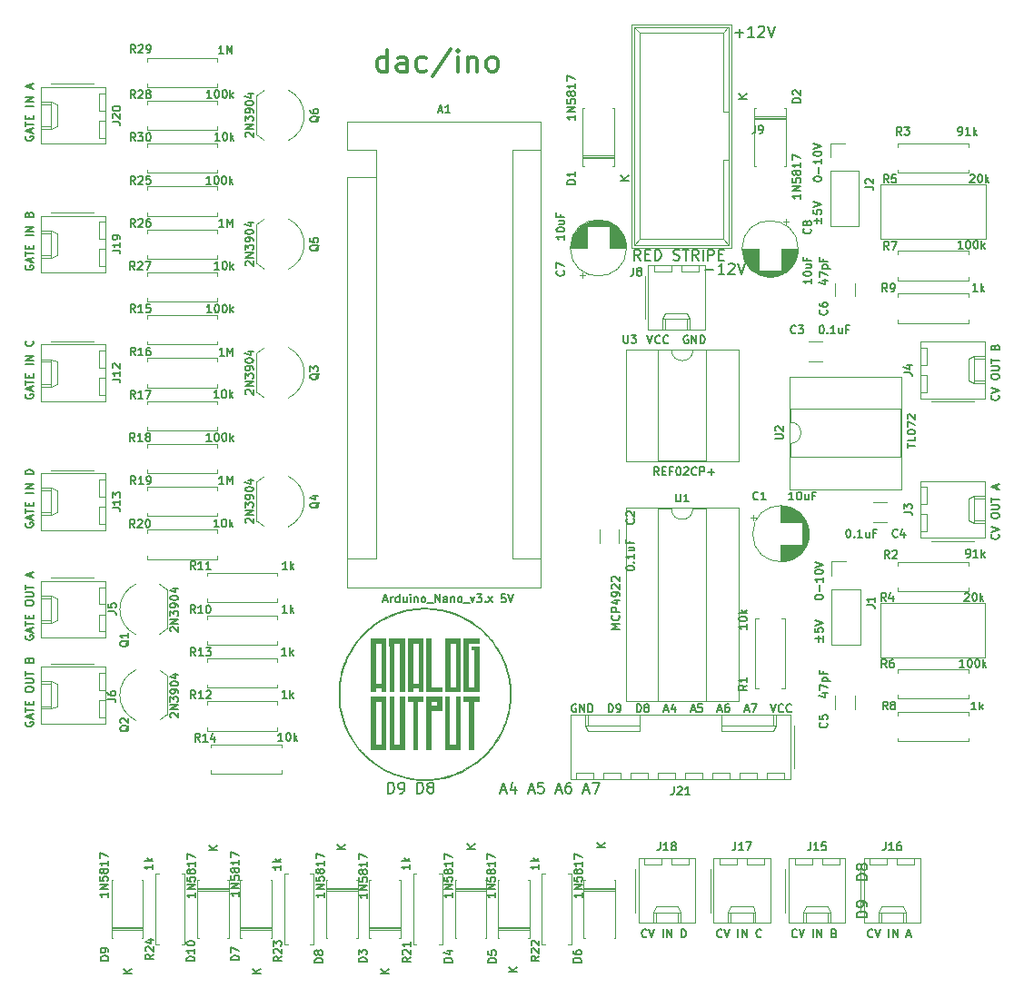
<source format=gbr>
G04 #@! TF.GenerationSoftware,KiCad,Pcbnew,5.1.5-52549c5~84~ubuntu18.04.1*
G04 #@! TF.CreationDate,2020-07-05T07:14:14-04:00*
G04 #@! TF.ProjectId,dac_ino,6461635f-696e-46f2-9e6b-696361645f70,rev?*
G04 #@! TF.SameCoordinates,Original*
G04 #@! TF.FileFunction,Legend,Top*
G04 #@! TF.FilePolarity,Positive*
%FSLAX46Y46*%
G04 Gerber Fmt 4.6, Leading zero omitted, Abs format (unit mm)*
G04 Created by KiCad (PCBNEW 5.1.5-52549c5~84~ubuntu18.04.1) date 2020-07-05 07:14:14*
%MOMM*%
%LPD*%
G04 APERTURE LIST*
%ADD10C,0.150000*%
%ADD11C,0.300000*%
%ADD12C,0.010000*%
%ADD13C,0.120000*%
G04 APERTURE END LIST*
D10*
X176404761Y-123206380D02*
X176404761Y-122206380D01*
X176642857Y-122206380D01*
X176785714Y-122254000D01*
X176880952Y-122349238D01*
X176928571Y-122444476D01*
X176976190Y-122634952D01*
X176976190Y-122777809D01*
X176928571Y-122968285D01*
X176880952Y-123063523D01*
X176785714Y-123158761D01*
X176642857Y-123206380D01*
X176404761Y-123206380D01*
X177452380Y-123206380D02*
X177642857Y-123206380D01*
X177738095Y-123158761D01*
X177785714Y-123111142D01*
X177880952Y-122968285D01*
X177928571Y-122777809D01*
X177928571Y-122396857D01*
X177880952Y-122301619D01*
X177833333Y-122254000D01*
X177738095Y-122206380D01*
X177547619Y-122206380D01*
X177452380Y-122254000D01*
X177404761Y-122301619D01*
X177357142Y-122396857D01*
X177357142Y-122634952D01*
X177404761Y-122730190D01*
X177452380Y-122777809D01*
X177547619Y-122825428D01*
X177738095Y-122825428D01*
X177833333Y-122777809D01*
X177880952Y-122730190D01*
X177928571Y-122634952D01*
X179119047Y-123206380D02*
X179119047Y-122206380D01*
X179357142Y-122206380D01*
X179500000Y-122254000D01*
X179595238Y-122349238D01*
X179642857Y-122444476D01*
X179690476Y-122634952D01*
X179690476Y-122777809D01*
X179642857Y-122968285D01*
X179595238Y-123063523D01*
X179500000Y-123158761D01*
X179357142Y-123206380D01*
X179119047Y-123206380D01*
X180261904Y-122634952D02*
X180166666Y-122587333D01*
X180119047Y-122539714D01*
X180071428Y-122444476D01*
X180071428Y-122396857D01*
X180119047Y-122301619D01*
X180166666Y-122254000D01*
X180261904Y-122206380D01*
X180452380Y-122206380D01*
X180547619Y-122254000D01*
X180595238Y-122301619D01*
X180642857Y-122396857D01*
X180642857Y-122444476D01*
X180595238Y-122539714D01*
X180547619Y-122587333D01*
X180452380Y-122634952D01*
X180261904Y-122634952D01*
X180166666Y-122682571D01*
X180119047Y-122730190D01*
X180071428Y-122825428D01*
X180071428Y-123015904D01*
X180119047Y-123111142D01*
X180166666Y-123158761D01*
X180261904Y-123206380D01*
X180452380Y-123206380D01*
X180547619Y-123158761D01*
X180595238Y-123111142D01*
X180642857Y-123015904D01*
X180642857Y-122825428D01*
X180595238Y-122730190D01*
X180547619Y-122682571D01*
X180452380Y-122634952D01*
X221052380Y-134776190D02*
X220052380Y-134776190D01*
X220052380Y-134538095D01*
X220100000Y-134395238D01*
X220195238Y-134300000D01*
X220290476Y-134252380D01*
X220480952Y-134204761D01*
X220623809Y-134204761D01*
X220814285Y-134252380D01*
X220909523Y-134300000D01*
X221004761Y-134395238D01*
X221052380Y-134538095D01*
X221052380Y-134776190D01*
X221052380Y-133728571D02*
X221052380Y-133538095D01*
X221004761Y-133442857D01*
X220957142Y-133395238D01*
X220814285Y-133300000D01*
X220623809Y-133252380D01*
X220242857Y-133252380D01*
X220147619Y-133300000D01*
X220100000Y-133347619D01*
X220052380Y-133442857D01*
X220052380Y-133633333D01*
X220100000Y-133728571D01*
X220147619Y-133776190D01*
X220242857Y-133823809D01*
X220480952Y-133823809D01*
X220576190Y-133776190D01*
X220623809Y-133728571D01*
X220671428Y-133633333D01*
X220671428Y-133442857D01*
X220623809Y-133347619D01*
X220576190Y-133300000D01*
X220480952Y-133252380D01*
X221052380Y-131300000D02*
X220052380Y-131300000D01*
X220052380Y-131061904D01*
X220100000Y-130919047D01*
X220195238Y-130823809D01*
X220290476Y-130776190D01*
X220480952Y-130728571D01*
X220623809Y-130728571D01*
X220814285Y-130776190D01*
X220909523Y-130823809D01*
X221004761Y-130919047D01*
X221052380Y-131061904D01*
X221052380Y-131300000D01*
X220480952Y-130157142D02*
X220433333Y-130252380D01*
X220385714Y-130300000D01*
X220290476Y-130347619D01*
X220242857Y-130347619D01*
X220147619Y-130300000D01*
X220100000Y-130252380D01*
X220052380Y-130157142D01*
X220052380Y-129966666D01*
X220100000Y-129871428D01*
X220147619Y-129823809D01*
X220242857Y-129776190D01*
X220290476Y-129776190D01*
X220385714Y-129823809D01*
X220433333Y-129871428D01*
X220480952Y-129966666D01*
X220480952Y-130157142D01*
X220528571Y-130252380D01*
X220576190Y-130300000D01*
X220671428Y-130347619D01*
X220861904Y-130347619D01*
X220957142Y-130300000D01*
X221004761Y-130252380D01*
X221052380Y-130157142D01*
X221052380Y-129966666D01*
X221004761Y-129871428D01*
X220957142Y-129823809D01*
X220861904Y-129776190D01*
X220671428Y-129776190D01*
X220576190Y-129823809D01*
X220528571Y-129871428D01*
X220480952Y-129966666D01*
X186928571Y-122920666D02*
X187404761Y-122920666D01*
X186833333Y-123206380D02*
X187166666Y-122206380D01*
X187500000Y-123206380D01*
X188261904Y-122539714D02*
X188261904Y-123206380D01*
X188023809Y-122158761D02*
X187785714Y-122873047D01*
X188404761Y-122873047D01*
X189500000Y-122920666D02*
X189976190Y-122920666D01*
X189404761Y-123206380D02*
X189738095Y-122206380D01*
X190071428Y-123206380D01*
X190880952Y-122206380D02*
X190404761Y-122206380D01*
X190357142Y-122682571D01*
X190404761Y-122634952D01*
X190500000Y-122587333D01*
X190738095Y-122587333D01*
X190833333Y-122634952D01*
X190880952Y-122682571D01*
X190928571Y-122777809D01*
X190928571Y-123015904D01*
X190880952Y-123111142D01*
X190833333Y-123158761D01*
X190738095Y-123206380D01*
X190500000Y-123206380D01*
X190404761Y-123158761D01*
X190357142Y-123111142D01*
X192071428Y-122920666D02*
X192547619Y-122920666D01*
X191976190Y-123206380D02*
X192309523Y-122206380D01*
X192642857Y-123206380D01*
X193404761Y-122206380D02*
X193214285Y-122206380D01*
X193119047Y-122254000D01*
X193071428Y-122301619D01*
X192976190Y-122444476D01*
X192928571Y-122634952D01*
X192928571Y-123015904D01*
X192976190Y-123111142D01*
X193023809Y-123158761D01*
X193119047Y-123206380D01*
X193309523Y-123206380D01*
X193404761Y-123158761D01*
X193452380Y-123111142D01*
X193500000Y-123015904D01*
X193500000Y-122777809D01*
X193452380Y-122682571D01*
X193404761Y-122634952D01*
X193309523Y-122587333D01*
X193119047Y-122587333D01*
X193023809Y-122634952D01*
X192976190Y-122682571D01*
X192928571Y-122777809D01*
X194642857Y-122920666D02*
X195119047Y-122920666D01*
X194547619Y-123206380D02*
X194880952Y-122206380D01*
X195214285Y-123206380D01*
X195452380Y-122206380D02*
X196119047Y-122206380D01*
X195690476Y-123206380D01*
D11*
X176333333Y-55904761D02*
X176333333Y-53904761D01*
X176333333Y-55809523D02*
X176142857Y-55904761D01*
X175761904Y-55904761D01*
X175571428Y-55809523D01*
X175476190Y-55714285D01*
X175380952Y-55523809D01*
X175380952Y-54952380D01*
X175476190Y-54761904D01*
X175571428Y-54666666D01*
X175761904Y-54571428D01*
X176142857Y-54571428D01*
X176333333Y-54666666D01*
X178142857Y-55904761D02*
X178142857Y-54857142D01*
X178047619Y-54666666D01*
X177857142Y-54571428D01*
X177476190Y-54571428D01*
X177285714Y-54666666D01*
X178142857Y-55809523D02*
X177952380Y-55904761D01*
X177476190Y-55904761D01*
X177285714Y-55809523D01*
X177190476Y-55619047D01*
X177190476Y-55428571D01*
X177285714Y-55238095D01*
X177476190Y-55142857D01*
X177952380Y-55142857D01*
X178142857Y-55047619D01*
X179952380Y-55809523D02*
X179761904Y-55904761D01*
X179380952Y-55904761D01*
X179190476Y-55809523D01*
X179095238Y-55714285D01*
X179000000Y-55523809D01*
X179000000Y-54952380D01*
X179095238Y-54761904D01*
X179190476Y-54666666D01*
X179380952Y-54571428D01*
X179761904Y-54571428D01*
X179952380Y-54666666D01*
X182238095Y-53809523D02*
X180523809Y-56380952D01*
X182904761Y-55904761D02*
X182904761Y-54571428D01*
X182904761Y-53904761D02*
X182809523Y-54000000D01*
X182904761Y-54095238D01*
X183000000Y-54000000D01*
X182904761Y-53904761D01*
X182904761Y-54095238D01*
X183857142Y-54571428D02*
X183857142Y-55904761D01*
X183857142Y-54761904D02*
X183952380Y-54666666D01*
X184142857Y-54571428D01*
X184428571Y-54571428D01*
X184619047Y-54666666D01*
X184714285Y-54857142D01*
X184714285Y-55904761D01*
X185952380Y-55904761D02*
X185761904Y-55809523D01*
X185666666Y-55714285D01*
X185571428Y-55523809D01*
X185571428Y-54952380D01*
X185666666Y-54761904D01*
X185761904Y-54666666D01*
X185952380Y-54571428D01*
X186238095Y-54571428D01*
X186428571Y-54666666D01*
X186523809Y-54761904D01*
X186619047Y-54952380D01*
X186619047Y-55523809D01*
X186523809Y-55714285D01*
X186428571Y-55809523D01*
X186238095Y-55904761D01*
X185952380Y-55904761D01*
D12*
G36*
X183742012Y-108796681D02*
G01*
X183805120Y-108797488D01*
X183878485Y-108798244D01*
X183959665Y-108798935D01*
X184046217Y-108799545D01*
X184135698Y-108800059D01*
X184225666Y-108800463D01*
X184313678Y-108800742D01*
X184397290Y-108800880D01*
X184427812Y-108800892D01*
X184823100Y-108800900D01*
X184823100Y-109207300D01*
X183838850Y-109207300D01*
X183838850Y-113303050D01*
X184435750Y-113303050D01*
X184435750Y-109791738D01*
X184291287Y-109790031D01*
X184146825Y-109788325D01*
X184145113Y-109650157D01*
X184143402Y-109511989D01*
X184483503Y-109513632D01*
X184823605Y-109515275D01*
X184824940Y-111612362D01*
X184826275Y-113709450D01*
X183451500Y-113709450D01*
X183451500Y-108792478D01*
X183742012Y-108796681D01*
G37*
X183742012Y-108796681D02*
X183805120Y-108797488D01*
X183878485Y-108798244D01*
X183959665Y-108798935D01*
X184046217Y-108799545D01*
X184135698Y-108800059D01*
X184225666Y-108800463D01*
X184313678Y-108800742D01*
X184397290Y-108800880D01*
X184427812Y-108800892D01*
X184823100Y-108800900D01*
X184823100Y-109207300D01*
X183838850Y-109207300D01*
X183838850Y-113303050D01*
X184435750Y-113303050D01*
X184435750Y-109791738D01*
X184291287Y-109790031D01*
X184146825Y-109788325D01*
X184145113Y-109650157D01*
X184143402Y-109511989D01*
X184483503Y-109513632D01*
X184823605Y-109515275D01*
X184824940Y-111612362D01*
X184826275Y-113709450D01*
X183451500Y-113709450D01*
X183451500Y-108792478D01*
X183742012Y-108796681D01*
G36*
X182405337Y-108796109D02*
G01*
X183092725Y-108797725D01*
X183094320Y-111253587D01*
X183095916Y-113709450D01*
X181717950Y-113709450D01*
X181717950Y-109207300D01*
X182111650Y-109207300D01*
X182111650Y-113303050D01*
X182702200Y-113303050D01*
X182702200Y-109207300D01*
X182111650Y-109207300D01*
X181717950Y-109207300D01*
X181717950Y-108794493D01*
X182405337Y-108796109D01*
G37*
X182405337Y-108796109D02*
X183092725Y-108797725D01*
X183094320Y-111253587D01*
X183095916Y-113709450D01*
X181717950Y-113709450D01*
X181717950Y-109207300D01*
X182111650Y-109207300D01*
X182111650Y-113303050D01*
X182702200Y-113303050D01*
X182702200Y-109207300D01*
X182111650Y-109207300D01*
X181717950Y-109207300D01*
X181717950Y-108794493D01*
X182405337Y-108796109D01*
G36*
X180373328Y-111050387D02*
G01*
X180374925Y-113299875D01*
X180868637Y-113301501D01*
X181362350Y-113303127D01*
X181362350Y-113709450D01*
X179984400Y-113709450D01*
X179984400Y-108800900D01*
X180371732Y-108800900D01*
X180373328Y-111050387D01*
G37*
X180373328Y-111050387D02*
X180374925Y-113299875D01*
X180868637Y-113301501D01*
X181362350Y-113303127D01*
X181362350Y-113709450D01*
X179984400Y-113709450D01*
X179984400Y-108800900D01*
X180371732Y-108800900D01*
X180373328Y-111050387D01*
G36*
X179627220Y-111253587D02*
G01*
X179628816Y-113709450D01*
X179241450Y-113709450D01*
X179241450Y-113303050D01*
X178644550Y-113303050D01*
X178644550Y-113709450D01*
X178250833Y-113709450D01*
X178252429Y-111253587D01*
X178253758Y-109207300D01*
X178644550Y-109207300D01*
X178644550Y-113030125D01*
X178941412Y-113028475D01*
X179238275Y-113026825D01*
X179239872Y-111117062D01*
X179241470Y-109207300D01*
X178644550Y-109207300D01*
X178253758Y-109207300D01*
X178254025Y-108797725D01*
X179625625Y-108797725D01*
X179627220Y-111253587D01*
G37*
X179627220Y-111253587D02*
X179628816Y-113709450D01*
X179241450Y-113709450D01*
X179241450Y-113303050D01*
X178644550Y-113303050D01*
X178644550Y-113709450D01*
X178250833Y-113709450D01*
X178252429Y-111253587D01*
X178253758Y-109207300D01*
X178644550Y-109207300D01*
X178644550Y-113030125D01*
X178941412Y-113028475D01*
X179238275Y-113026825D01*
X179239872Y-111117062D01*
X179241470Y-109207300D01*
X178644550Y-109207300D01*
X178253758Y-109207300D01*
X178254025Y-108797725D01*
X179625625Y-108797725D01*
X179627220Y-111253587D01*
G36*
X177895250Y-113709450D02*
G01*
X177507900Y-113709450D01*
X177507900Y-109207300D01*
X176911000Y-109207300D01*
X176911000Y-113709450D01*
X176523650Y-113709450D01*
X176522109Y-111458375D01*
X176521993Y-111287782D01*
X176521879Y-111119399D01*
X176521766Y-110953733D01*
X176521657Y-110791292D01*
X176521551Y-110632585D01*
X176521448Y-110478118D01*
X176521348Y-110328399D01*
X176521253Y-110183938D01*
X176521162Y-110045241D01*
X176521075Y-109912817D01*
X176520994Y-109787174D01*
X176520918Y-109668818D01*
X176520847Y-109558260D01*
X176520783Y-109456005D01*
X176520725Y-109362563D01*
X176520673Y-109278441D01*
X176520629Y-109204148D01*
X176520591Y-109140190D01*
X176520561Y-109087076D01*
X176520540Y-109045314D01*
X176520526Y-109015412D01*
X176520522Y-109002512D01*
X176520475Y-108797725D01*
X177207862Y-108797498D01*
X177895250Y-108797272D01*
X177895250Y-113709450D01*
G37*
X177895250Y-113709450D02*
X177507900Y-113709450D01*
X177507900Y-109207300D01*
X176911000Y-109207300D01*
X176911000Y-113709450D01*
X176523650Y-113709450D01*
X176522109Y-111458375D01*
X176521993Y-111287782D01*
X176521879Y-111119399D01*
X176521766Y-110953733D01*
X176521657Y-110791292D01*
X176521551Y-110632585D01*
X176521448Y-110478118D01*
X176521348Y-110328399D01*
X176521253Y-110183938D01*
X176521162Y-110045241D01*
X176521075Y-109912817D01*
X176520994Y-109787174D01*
X176520918Y-109668818D01*
X176520847Y-109558260D01*
X176520783Y-109456005D01*
X176520725Y-109362563D01*
X176520673Y-109278441D01*
X176520629Y-109204148D01*
X176520591Y-109140190D01*
X176520561Y-109087076D01*
X176520540Y-109045314D01*
X176520526Y-109015412D01*
X176520522Y-109002512D01*
X176520475Y-108797725D01*
X177207862Y-108797498D01*
X177895250Y-108797272D01*
X177895250Y-113709450D01*
G36*
X176161700Y-113709450D02*
G01*
X175774350Y-113709450D01*
X175774350Y-113303050D01*
X175177450Y-113303050D01*
X175177450Y-113709450D01*
X174790100Y-113709450D01*
X174789972Y-113507837D01*
X174789960Y-113486222D01*
X174789946Y-113452414D01*
X174789929Y-113406920D01*
X174789909Y-113350245D01*
X174789886Y-113282896D01*
X174789862Y-113205380D01*
X174789834Y-113118204D01*
X174789805Y-113021874D01*
X174789774Y-112916897D01*
X174789741Y-112803779D01*
X174789706Y-112683027D01*
X174789670Y-112555148D01*
X174789632Y-112420647D01*
X174789593Y-112280032D01*
X174789553Y-112133810D01*
X174789512Y-111982486D01*
X174789470Y-111826568D01*
X174789427Y-111666562D01*
X174789384Y-111502975D01*
X174789340Y-111336313D01*
X174789296Y-111167082D01*
X174789267Y-111051975D01*
X174788795Y-109207300D01*
X175177450Y-109207300D01*
X175177450Y-113030125D01*
X175474312Y-113028475D01*
X175771175Y-113026825D01*
X175772772Y-111117062D01*
X175774370Y-109207300D01*
X175177450Y-109207300D01*
X174788795Y-109207300D01*
X174788690Y-108797725D01*
X175475195Y-108797498D01*
X176161700Y-108797272D01*
X176161700Y-113709450D01*
G37*
X176161700Y-113709450D02*
X175774350Y-113709450D01*
X175774350Y-113303050D01*
X175177450Y-113303050D01*
X175177450Y-113709450D01*
X174790100Y-113709450D01*
X174789972Y-113507837D01*
X174789960Y-113486222D01*
X174789946Y-113452414D01*
X174789929Y-113406920D01*
X174789909Y-113350245D01*
X174789886Y-113282896D01*
X174789862Y-113205380D01*
X174789834Y-113118204D01*
X174789805Y-113021874D01*
X174789774Y-112916897D01*
X174789741Y-112803779D01*
X174789706Y-112683027D01*
X174789670Y-112555148D01*
X174789632Y-112420647D01*
X174789593Y-112280032D01*
X174789553Y-112133810D01*
X174789512Y-111982486D01*
X174789470Y-111826568D01*
X174789427Y-111666562D01*
X174789384Y-111502975D01*
X174789340Y-111336313D01*
X174789296Y-111167082D01*
X174789267Y-111051975D01*
X174788795Y-109207300D01*
X175177450Y-109207300D01*
X175177450Y-113030125D01*
X175474312Y-113028475D01*
X175771175Y-113026825D01*
X175772772Y-111117062D01*
X175774370Y-109207300D01*
X175177450Y-109207300D01*
X174788795Y-109207300D01*
X174788690Y-108797725D01*
X175475195Y-108797498D01*
X176161700Y-108797272D01*
X176161700Y-113709450D01*
G36*
X184823100Y-114585750D02*
G01*
X184334150Y-114585750D01*
X184334150Y-119087900D01*
X183940450Y-119087900D01*
X183940450Y-114585750D01*
X183451500Y-114585750D01*
X183451500Y-114179350D01*
X184823100Y-114179350D01*
X184823100Y-114585750D01*
G37*
X184823100Y-114585750D02*
X184334150Y-114585750D01*
X184334150Y-119087900D01*
X183940450Y-119087900D01*
X183940450Y-114585750D01*
X183451500Y-114585750D01*
X183451500Y-114179350D01*
X184823100Y-114179350D01*
X184823100Y-114585750D01*
G36*
X181362350Y-115442922D02*
G01*
X180868637Y-115444548D01*
X180374925Y-115446175D01*
X180373326Y-117267037D01*
X180371728Y-119087900D01*
X179984400Y-119087900D01*
X179984400Y-114903581D01*
X180372827Y-114903581D01*
X180372897Y-114945595D01*
X180373142Y-114980645D01*
X180373552Y-115007200D01*
X180374119Y-115023730D01*
X180374639Y-115028620D01*
X180377977Y-115030565D01*
X180386968Y-115032189D01*
X180402505Y-115033517D01*
X180425486Y-115034572D01*
X180456804Y-115035379D01*
X180497356Y-115035961D01*
X180548037Y-115036342D01*
X180609741Y-115036547D01*
X180673175Y-115036600D01*
X180968650Y-115036600D01*
X180968650Y-114585624D01*
X180671787Y-114587274D01*
X180374925Y-114588925D01*
X180373251Y-114804782D01*
X180372942Y-114856133D01*
X180372827Y-114903581D01*
X179984400Y-114903581D01*
X179984400Y-114179350D01*
X181362350Y-114179350D01*
X181362350Y-115442922D01*
G37*
X181362350Y-115442922D02*
X180868637Y-115444548D01*
X180374925Y-115446175D01*
X180373326Y-117267037D01*
X180371728Y-119087900D01*
X179984400Y-119087900D01*
X179984400Y-114903581D01*
X180372827Y-114903581D01*
X180372897Y-114945595D01*
X180373142Y-114980645D01*
X180373552Y-115007200D01*
X180374119Y-115023730D01*
X180374639Y-115028620D01*
X180377977Y-115030565D01*
X180386968Y-115032189D01*
X180402505Y-115033517D01*
X180425486Y-115034572D01*
X180456804Y-115035379D01*
X180497356Y-115035961D01*
X180548037Y-115036342D01*
X180609741Y-115036547D01*
X180673175Y-115036600D01*
X180968650Y-115036600D01*
X180968650Y-114585624D01*
X180671787Y-114587274D01*
X180374925Y-114588925D01*
X180373251Y-114804782D01*
X180372942Y-114856133D01*
X180372827Y-114903581D01*
X179984400Y-114903581D01*
X179984400Y-114179350D01*
X181362350Y-114179350D01*
X181362350Y-115442922D01*
G36*
X179628800Y-114585750D02*
G01*
X179133500Y-114585750D01*
X179133500Y-119087900D01*
X178746150Y-119087900D01*
X178746150Y-114585750D01*
X178250850Y-114585750D01*
X178250850Y-114179350D01*
X179628800Y-114179350D01*
X179628800Y-114585750D01*
G37*
X179628800Y-114585750D02*
X179133500Y-114585750D01*
X179133500Y-119087900D01*
X178746150Y-119087900D01*
X178746150Y-114585750D01*
X178250850Y-114585750D01*
X178250850Y-114179350D01*
X179628800Y-114179350D01*
X179628800Y-114585750D01*
G36*
X182105300Y-118681500D02*
G01*
X182702200Y-118681500D01*
X182702200Y-114179350D01*
X183089550Y-114179350D01*
X183091090Y-116430425D01*
X183091206Y-116601017D01*
X183091320Y-116769400D01*
X183091433Y-116935066D01*
X183091542Y-117097507D01*
X183091648Y-117256214D01*
X183091751Y-117410681D01*
X183091851Y-117560400D01*
X183091946Y-117704861D01*
X183092037Y-117843558D01*
X183092124Y-117975982D01*
X183092205Y-118101625D01*
X183092281Y-118219981D01*
X183092352Y-118330539D01*
X183092416Y-118432794D01*
X183092474Y-118526236D01*
X183092526Y-118610358D01*
X183092570Y-118684651D01*
X183092608Y-118748609D01*
X183092638Y-118801723D01*
X183092659Y-118843485D01*
X183092673Y-118873387D01*
X183092677Y-118886287D01*
X183092725Y-119091075D01*
X182405337Y-119091301D01*
X181717950Y-119091527D01*
X181717950Y-114179350D01*
X182105300Y-114179350D01*
X182105300Y-118681500D01*
G37*
X182105300Y-118681500D02*
X182702200Y-118681500D01*
X182702200Y-114179350D01*
X183089550Y-114179350D01*
X183091090Y-116430425D01*
X183091206Y-116601017D01*
X183091320Y-116769400D01*
X183091433Y-116935066D01*
X183091542Y-117097507D01*
X183091648Y-117256214D01*
X183091751Y-117410681D01*
X183091851Y-117560400D01*
X183091946Y-117704861D01*
X183092037Y-117843558D01*
X183092124Y-117975982D01*
X183092205Y-118101625D01*
X183092281Y-118219981D01*
X183092352Y-118330539D01*
X183092416Y-118432794D01*
X183092474Y-118526236D01*
X183092526Y-118610358D01*
X183092570Y-118684651D01*
X183092608Y-118748609D01*
X183092638Y-118801723D01*
X183092659Y-118843485D01*
X183092673Y-118873387D01*
X183092677Y-118886287D01*
X183092725Y-119091075D01*
X182405337Y-119091301D01*
X181717950Y-119091527D01*
X181717950Y-114179350D01*
X182105300Y-114179350D01*
X182105300Y-118681500D01*
G36*
X176911000Y-118681500D02*
G01*
X177507900Y-118681500D01*
X177507900Y-114179350D01*
X177895250Y-114179350D01*
X177895250Y-119091495D01*
X177208973Y-119091495D01*
X177116747Y-119091464D01*
X177028141Y-119091375D01*
X176943977Y-119091231D01*
X176865073Y-119091037D01*
X176792249Y-119090796D01*
X176726325Y-119090512D01*
X176668120Y-119090190D01*
X176618455Y-119089834D01*
X176578147Y-119089447D01*
X176548019Y-119089034D01*
X176528888Y-119088599D01*
X176521574Y-119088145D01*
X176521525Y-119088110D01*
X176521446Y-119081587D01*
X176521380Y-119062798D01*
X176521325Y-119032176D01*
X176521282Y-118990154D01*
X176521251Y-118937165D01*
X176521231Y-118873643D01*
X176521223Y-118800022D01*
X176521225Y-118716733D01*
X176521239Y-118624212D01*
X176521263Y-118522892D01*
X176521298Y-118413204D01*
X176521344Y-118295584D01*
X176521399Y-118170465D01*
X176521465Y-118038279D01*
X176521541Y-117899460D01*
X176521626Y-117754442D01*
X176521721Y-117603658D01*
X176521826Y-117447541D01*
X176521940Y-117286524D01*
X176522063Y-117121042D01*
X176522195Y-116951527D01*
X176522335Y-116778412D01*
X176522459Y-116632037D01*
X176524565Y-114179350D01*
X176911000Y-114179350D01*
X176911000Y-118681500D01*
G37*
X176911000Y-118681500D02*
X177507900Y-118681500D01*
X177507900Y-114179350D01*
X177895250Y-114179350D01*
X177895250Y-119091495D01*
X177208973Y-119091495D01*
X177116747Y-119091464D01*
X177028141Y-119091375D01*
X176943977Y-119091231D01*
X176865073Y-119091037D01*
X176792249Y-119090796D01*
X176726325Y-119090512D01*
X176668120Y-119090190D01*
X176618455Y-119089834D01*
X176578147Y-119089447D01*
X176548019Y-119089034D01*
X176528888Y-119088599D01*
X176521574Y-119088145D01*
X176521525Y-119088110D01*
X176521446Y-119081587D01*
X176521380Y-119062798D01*
X176521325Y-119032176D01*
X176521282Y-118990154D01*
X176521251Y-118937165D01*
X176521231Y-118873643D01*
X176521223Y-118800022D01*
X176521225Y-118716733D01*
X176521239Y-118624212D01*
X176521263Y-118522892D01*
X176521298Y-118413204D01*
X176521344Y-118295584D01*
X176521399Y-118170465D01*
X176521465Y-118038279D01*
X176521541Y-117899460D01*
X176521626Y-117754442D01*
X176521721Y-117603658D01*
X176521826Y-117447541D01*
X176521940Y-117286524D01*
X176522063Y-117121042D01*
X176522195Y-116951527D01*
X176522335Y-116778412D01*
X176522459Y-116632037D01*
X176524565Y-114179350D01*
X176911000Y-114179350D01*
X176911000Y-118681500D01*
G36*
X176161700Y-119094250D02*
G01*
X175476958Y-119094250D01*
X175384764Y-119094211D01*
X175296142Y-119094099D01*
X175211919Y-119093919D01*
X175132920Y-119093675D01*
X175059970Y-119093372D01*
X174993895Y-119093017D01*
X174935520Y-119092613D01*
X174885670Y-119092166D01*
X174845172Y-119091681D01*
X174814850Y-119091164D01*
X174795529Y-119090618D01*
X174788037Y-119090049D01*
X174787983Y-119090016D01*
X174787679Y-119083433D01*
X174787382Y-119064582D01*
X174787090Y-119033899D01*
X174786806Y-118991817D01*
X174786530Y-118938768D01*
X174786262Y-118875187D01*
X174786003Y-118801508D01*
X174785755Y-118718163D01*
X174785518Y-118625586D01*
X174785292Y-118524211D01*
X174785078Y-118414470D01*
X174784878Y-118296799D01*
X174784691Y-118171630D01*
X174784519Y-118039397D01*
X174784362Y-117900533D01*
X174784222Y-117755472D01*
X174784098Y-117604647D01*
X174783992Y-117448492D01*
X174783904Y-117287440D01*
X174783835Y-117121926D01*
X174783786Y-116952381D01*
X174783757Y-116779241D01*
X174783750Y-116632566D01*
X174783750Y-114585750D01*
X175177450Y-114585750D01*
X175177450Y-118681500D01*
X175774350Y-118681500D01*
X175774350Y-114585750D01*
X175177450Y-114585750D01*
X174783750Y-114585750D01*
X174783750Y-114179350D01*
X176161700Y-114179350D01*
X176161700Y-119094250D01*
G37*
X176161700Y-119094250D02*
X175476958Y-119094250D01*
X175384764Y-119094211D01*
X175296142Y-119094099D01*
X175211919Y-119093919D01*
X175132920Y-119093675D01*
X175059970Y-119093372D01*
X174993895Y-119093017D01*
X174935520Y-119092613D01*
X174885670Y-119092166D01*
X174845172Y-119091681D01*
X174814850Y-119091164D01*
X174795529Y-119090618D01*
X174788037Y-119090049D01*
X174787983Y-119090016D01*
X174787679Y-119083433D01*
X174787382Y-119064582D01*
X174787090Y-119033899D01*
X174786806Y-118991817D01*
X174786530Y-118938768D01*
X174786262Y-118875187D01*
X174786003Y-118801508D01*
X174785755Y-118718163D01*
X174785518Y-118625586D01*
X174785292Y-118524211D01*
X174785078Y-118414470D01*
X174784878Y-118296799D01*
X174784691Y-118171630D01*
X174784519Y-118039397D01*
X174784362Y-117900533D01*
X174784222Y-117755472D01*
X174784098Y-117604647D01*
X174783992Y-117448492D01*
X174783904Y-117287440D01*
X174783835Y-117121926D01*
X174783786Y-116952381D01*
X174783757Y-116779241D01*
X174783750Y-116632566D01*
X174783750Y-114585750D01*
X175177450Y-114585750D01*
X175177450Y-118681500D01*
X175774350Y-118681500D01*
X175774350Y-114585750D01*
X175177450Y-114585750D01*
X174783750Y-114585750D01*
X174783750Y-114179350D01*
X176161700Y-114179350D01*
X176161700Y-119094250D01*
G36*
X179981591Y-105920135D02*
G01*
X180197229Y-105927174D01*
X180405509Y-105939737D01*
X180416200Y-105940551D01*
X180734974Y-105971431D01*
X181051174Y-106014689D01*
X181364504Y-106070218D01*
X181674672Y-106137910D01*
X181981382Y-106217657D01*
X182284341Y-106309350D01*
X182583254Y-106412880D01*
X182877827Y-106528141D01*
X183167766Y-106655022D01*
X183452777Y-106793417D01*
X183732565Y-106943216D01*
X184006837Y-107104312D01*
X184275299Y-107276596D01*
X184531000Y-107455116D01*
X184778996Y-107643159D01*
X185020521Y-107841828D01*
X185254886Y-108050441D01*
X185481401Y-108268319D01*
X185699377Y-108494780D01*
X185908124Y-108729142D01*
X186106955Y-108970726D01*
X186240460Y-109144561D01*
X186425476Y-109403187D01*
X186599830Y-109668546D01*
X186763361Y-109940261D01*
X186915906Y-110217956D01*
X187057304Y-110501254D01*
X187187394Y-110789780D01*
X187306013Y-111083156D01*
X187412999Y-111381008D01*
X187508191Y-111682957D01*
X187591427Y-111988629D01*
X187662545Y-112297646D01*
X187715655Y-112575975D01*
X187743642Y-112748635D01*
X187767637Y-112919568D01*
X187788039Y-113092203D01*
X187805248Y-113269970D01*
X187819663Y-113456296D01*
X187821531Y-113484025D01*
X187823642Y-113524336D01*
X187825435Y-113575542D01*
X187826911Y-113635864D01*
X187828069Y-113703524D01*
X187828910Y-113776741D01*
X187829433Y-113853738D01*
X187829639Y-113932734D01*
X187829526Y-114011952D01*
X187829096Y-114089612D01*
X187828348Y-114163934D01*
X187827281Y-114233141D01*
X187825896Y-114295453D01*
X187824193Y-114349091D01*
X187822171Y-114392276D01*
X187821591Y-114401600D01*
X187800239Y-114669734D01*
X187772276Y-114928751D01*
X187737412Y-115180548D01*
X187695357Y-115427022D01*
X187645821Y-115670071D01*
X187594555Y-115887641D01*
X187510341Y-116197827D01*
X187414446Y-116503073D01*
X187306962Y-116803211D01*
X187187978Y-117098071D01*
X187057584Y-117387485D01*
X186915871Y-117671282D01*
X186762929Y-117949295D01*
X186598847Y-118221354D01*
X186423717Y-118487289D01*
X186237628Y-118746932D01*
X186040670Y-119000114D01*
X185832934Y-119246665D01*
X185761046Y-119327639D01*
X185729088Y-119362469D01*
X185689558Y-119404427D01*
X185643987Y-119451966D01*
X185593910Y-119503544D01*
X185540862Y-119557614D01*
X185486376Y-119612632D01*
X185431986Y-119667054D01*
X185379226Y-119719335D01*
X185329631Y-119767929D01*
X185284734Y-119811293D01*
X185246069Y-119847881D01*
X185226325Y-119866098D01*
X184983764Y-120078482D01*
X184734426Y-120280186D01*
X184478568Y-120471103D01*
X184216446Y-120651129D01*
X183948317Y-120820157D01*
X183674436Y-120978081D01*
X183395062Y-121124795D01*
X183110451Y-121260194D01*
X182820858Y-121384172D01*
X182526541Y-121496623D01*
X182227756Y-121597441D01*
X181924760Y-121686520D01*
X181617810Y-121763755D01*
X181307162Y-121829038D01*
X180993072Y-121882266D01*
X180675798Y-121923331D01*
X180355596Y-121952128D01*
X180139975Y-121964487D01*
X180100619Y-121965869D01*
X180051126Y-121967037D01*
X179993751Y-121967983D01*
X179930751Y-121968701D01*
X179864381Y-121969182D01*
X179796895Y-121969420D01*
X179730551Y-121969406D01*
X179667603Y-121969134D01*
X179610308Y-121968596D01*
X179560919Y-121967785D01*
X179521694Y-121966693D01*
X179517675Y-121966538D01*
X179195878Y-121947471D01*
X178876645Y-121916120D01*
X178560259Y-121872590D01*
X178247004Y-121816987D01*
X177937162Y-121749416D01*
X177631016Y-121669983D01*
X177328849Y-121578792D01*
X177030945Y-121475950D01*
X176737587Y-121361562D01*
X176449057Y-121235733D01*
X176165638Y-121098568D01*
X175887615Y-120950173D01*
X175615269Y-120790653D01*
X175348885Y-120620114D01*
X175088744Y-120438661D01*
X174835130Y-120246400D01*
X174780575Y-120202932D01*
X174569182Y-120026509D01*
X174360298Y-119839338D01*
X174155923Y-119643364D01*
X173958059Y-119440529D01*
X173768707Y-119232775D01*
X173700799Y-119154575D01*
X173502922Y-118913927D01*
X173314171Y-118664684D01*
X173134902Y-118407434D01*
X172965471Y-118142765D01*
X172806232Y-117871267D01*
X172657541Y-117593527D01*
X172519753Y-117310134D01*
X172393223Y-117021677D01*
X172351562Y-116919375D01*
X172239649Y-116621999D01*
X172139887Y-116321286D01*
X172052287Y-116017611D01*
X171976861Y-115711352D01*
X171913622Y-115402884D01*
X171862580Y-115092585D01*
X171823750Y-114780831D01*
X171797141Y-114467999D01*
X171782767Y-114154465D01*
X171781343Y-113944400D01*
X171866075Y-113944400D01*
X171866180Y-114040693D01*
X171866547Y-114126038D01*
X171867258Y-114202186D01*
X171868392Y-114270888D01*
X171870029Y-114333895D01*
X171872249Y-114392957D01*
X171875132Y-114449824D01*
X171878759Y-114506249D01*
X171883209Y-114563981D01*
X171888563Y-114624771D01*
X171894901Y-114690371D01*
X171902302Y-114762531D01*
X171904412Y-114782600D01*
X171943867Y-115096184D01*
X171995682Y-115407210D01*
X172059713Y-115715337D01*
X172135814Y-116020227D01*
X172223842Y-116321538D01*
X172323651Y-116618931D01*
X172435097Y-116912065D01*
X172558035Y-117200601D01*
X172692322Y-117484199D01*
X172837811Y-117762518D01*
X172994358Y-118035219D01*
X173161819Y-118301962D01*
X173340050Y-118562407D01*
X173528904Y-118816213D01*
X173722322Y-119055995D01*
X173781300Y-119125574D01*
X173838215Y-119191116D01*
X173894872Y-119254573D01*
X173953076Y-119317900D01*
X174014632Y-119383047D01*
X174081344Y-119451968D01*
X174155018Y-119526615D01*
X174186471Y-119558144D01*
X174314878Y-119684462D01*
X174438818Y-119801962D01*
X174560563Y-119912592D01*
X174682385Y-120018298D01*
X174806556Y-120121028D01*
X174935345Y-120222730D01*
X175071027Y-120325350D01*
X175143640Y-120378690D01*
X175385812Y-120547633D01*
X175636897Y-120708570D01*
X175895721Y-120860923D01*
X176161111Y-121004118D01*
X176431890Y-121137579D01*
X176706885Y-121260731D01*
X176984921Y-121372998D01*
X177264823Y-121473804D01*
X177545418Y-121562575D01*
X177580925Y-121572924D01*
X177810446Y-121635949D01*
X178036480Y-121691341D01*
X178261161Y-121739455D01*
X178486628Y-121780644D01*
X178715015Y-121815263D01*
X178948459Y-121843667D01*
X179189098Y-121866210D01*
X179439066Y-121883247D01*
X179457350Y-121884264D01*
X179485307Y-121885294D01*
X179524379Y-121886000D01*
X179572985Y-121886402D01*
X179629544Y-121886521D01*
X179692474Y-121886375D01*
X179760196Y-121885984D01*
X179831128Y-121885370D01*
X179903689Y-121884550D01*
X179976298Y-121883546D01*
X180047376Y-121882376D01*
X180115340Y-121881061D01*
X180178610Y-121879621D01*
X180235605Y-121878075D01*
X180284744Y-121876443D01*
X180324446Y-121874746D01*
X180352700Y-121873035D01*
X180497158Y-121861065D01*
X180632441Y-121847970D01*
X180762055Y-121833323D01*
X180889503Y-121816700D01*
X181018292Y-121797677D01*
X181146450Y-121776759D01*
X181456090Y-121717695D01*
X181762731Y-121646375D01*
X182065992Y-121562969D01*
X182365495Y-121467649D01*
X182660863Y-121360585D01*
X182951716Y-121241947D01*
X183237677Y-121111906D01*
X183518366Y-120970633D01*
X183793406Y-120818298D01*
X184062419Y-120655072D01*
X184325025Y-120481125D01*
X184580847Y-120296627D01*
X184788175Y-120135266D01*
X184996317Y-119961443D01*
X185201052Y-119778204D01*
X185400231Y-119587627D01*
X185591702Y-119391793D01*
X185773315Y-119192781D01*
X185828769Y-119129032D01*
X186031740Y-118883212D01*
X186224237Y-118630275D01*
X186406132Y-118370436D01*
X186577294Y-118103910D01*
X186737591Y-117830911D01*
X186886895Y-117551655D01*
X187025073Y-117266357D01*
X187151996Y-116975232D01*
X187182954Y-116899066D01*
X187295236Y-116601725D01*
X187395392Y-116300808D01*
X187483348Y-115996627D01*
X187559028Y-115689492D01*
X187622356Y-115379716D01*
X187673258Y-115067610D01*
X187711658Y-114753486D01*
X187718417Y-114684175D01*
X187724393Y-114618865D01*
X187729493Y-114560076D01*
X187733785Y-114506064D01*
X187737337Y-114455087D01*
X187740218Y-114405404D01*
X187742494Y-114355273D01*
X187744234Y-114302951D01*
X187745507Y-114246696D01*
X187746379Y-114184767D01*
X187746919Y-114115422D01*
X187747195Y-114036918D01*
X187747274Y-113947513D01*
X187747275Y-113944400D01*
X187747200Y-113854611D01*
X187746932Y-113775779D01*
X187746401Y-113706163D01*
X187745541Y-113644020D01*
X187744283Y-113587608D01*
X187742559Y-113535185D01*
X187740301Y-113485010D01*
X187737441Y-113435340D01*
X187733912Y-113384433D01*
X187729645Y-113330547D01*
X187724572Y-113271941D01*
X187718626Y-113206871D01*
X187718417Y-113204625D01*
X187682871Y-112890987D01*
X187634884Y-112579448D01*
X187574599Y-112270396D01*
X187502159Y-111964218D01*
X187417709Y-111661302D01*
X187321391Y-111362035D01*
X187213348Y-111066806D01*
X187093724Y-110776001D01*
X186962661Y-110490008D01*
X186820304Y-110209215D01*
X186666796Y-109934010D01*
X186502279Y-109664779D01*
X186326897Y-109401911D01*
X186297294Y-109359700D01*
X186110409Y-109106044D01*
X185913246Y-108859741D01*
X185706086Y-108621090D01*
X185489211Y-108390390D01*
X185262904Y-108167939D01*
X185027446Y-107954037D01*
X184783119Y-107748982D01*
X184759600Y-107730087D01*
X184516032Y-107543164D01*
X184263792Y-107365222D01*
X184003542Y-107196632D01*
X183735948Y-107037767D01*
X183461675Y-106889001D01*
X183181387Y-106750705D01*
X182895749Y-106623253D01*
X182605425Y-106507017D01*
X182524400Y-106476902D01*
X182241072Y-106379424D01*
X181954899Y-106293138D01*
X181665133Y-106217886D01*
X181371027Y-106153508D01*
X181071834Y-106099847D01*
X180766809Y-106056744D01*
X180455204Y-106024041D01*
X180346350Y-106015167D01*
X180295230Y-106011995D01*
X180233192Y-106009298D01*
X180162007Y-106007079D01*
X180083447Y-106005335D01*
X179999285Y-106004067D01*
X179911291Y-106003276D01*
X179821239Y-106002961D01*
X179730900Y-106003122D01*
X179642047Y-106003759D01*
X179556451Y-106004873D01*
X179475884Y-106006462D01*
X179402120Y-106008528D01*
X179336929Y-106011070D01*
X179282083Y-106014089D01*
X179266850Y-106015167D01*
X178991054Y-106039998D01*
X178723762Y-106072242D01*
X178462914Y-106112258D01*
X178206456Y-106160402D01*
X177952329Y-106217031D01*
X177698476Y-106282504D01*
X177649281Y-106296205D01*
X177349473Y-106387252D01*
X177053173Y-106490348D01*
X176760904Y-106605219D01*
X176473193Y-106731587D01*
X176190563Y-106869178D01*
X175913540Y-107017717D01*
X175642648Y-107176927D01*
X175378412Y-107346534D01*
X175121356Y-107526261D01*
X174872005Y-107715834D01*
X174736972Y-107825328D01*
X174592037Y-107948937D01*
X174445471Y-108080390D01*
X174299680Y-108217348D01*
X174157070Y-108357472D01*
X174020047Y-108498423D01*
X173891017Y-108637863D01*
X173828031Y-108708825D01*
X173624157Y-108951639D01*
X173430608Y-109201644D01*
X173247535Y-109458496D01*
X173075088Y-109721849D01*
X172913417Y-109991359D01*
X172762673Y-110266683D01*
X172623008Y-110547476D01*
X172494570Y-110833395D01*
X172377512Y-111124094D01*
X172271983Y-111419230D01*
X172178134Y-111718458D01*
X172096115Y-112021435D01*
X172026078Y-112327815D01*
X171968172Y-112637256D01*
X171922549Y-112949412D01*
X171904412Y-113106200D01*
X171896721Y-113180353D01*
X171890114Y-113247491D01*
X171884512Y-113309365D01*
X171879835Y-113367724D01*
X171876001Y-113424320D01*
X171872932Y-113480904D01*
X171870547Y-113539226D01*
X171868766Y-113601038D01*
X171867509Y-113668089D01*
X171866696Y-113742131D01*
X171866247Y-113824915D01*
X171866081Y-113918191D01*
X171866075Y-113944400D01*
X171781343Y-113944400D01*
X171780639Y-113840606D01*
X171790769Y-113526799D01*
X171813169Y-113213419D01*
X171847852Y-112900845D01*
X171894829Y-112589452D01*
X171954112Y-112279617D01*
X172025713Y-111971717D01*
X172109645Y-111666128D01*
X172177356Y-111448850D01*
X172282526Y-111147887D01*
X172399345Y-110851863D01*
X172527648Y-110561063D01*
X172667265Y-110275776D01*
X172818029Y-109996288D01*
X172979774Y-109722885D01*
X173152331Y-109455855D01*
X173335532Y-109195484D01*
X173529211Y-108942061D01*
X173733199Y-108695870D01*
X173885062Y-108524675D01*
X173914817Y-108492695D01*
X173952194Y-108453516D01*
X173995629Y-108408707D01*
X174043554Y-108359833D01*
X174094403Y-108308461D01*
X174146608Y-108256157D01*
X174198604Y-108204490D01*
X174248822Y-108155024D01*
X174295697Y-108109328D01*
X174337662Y-108068968D01*
X174373149Y-108035510D01*
X174386875Y-108022862D01*
X174627647Y-107811676D01*
X174875784Y-107610721D01*
X175130996Y-107420160D01*
X175392995Y-107240153D01*
X175661490Y-107070864D01*
X175936194Y-106912454D01*
X176216816Y-106765085D01*
X176503069Y-106628920D01*
X176794661Y-106504120D01*
X177091305Y-106390847D01*
X177392711Y-106289263D01*
X177584100Y-106231574D01*
X177892997Y-106149247D01*
X178204710Y-106079300D01*
X178519188Y-106021745D01*
X178836375Y-105976591D01*
X179120800Y-105946851D01*
X179328197Y-105931978D01*
X179543307Y-105922556D01*
X179762360Y-105918602D01*
X179981591Y-105920135D01*
G37*
X179981591Y-105920135D02*
X180197229Y-105927174D01*
X180405509Y-105939737D01*
X180416200Y-105940551D01*
X180734974Y-105971431D01*
X181051174Y-106014689D01*
X181364504Y-106070218D01*
X181674672Y-106137910D01*
X181981382Y-106217657D01*
X182284341Y-106309350D01*
X182583254Y-106412880D01*
X182877827Y-106528141D01*
X183167766Y-106655022D01*
X183452777Y-106793417D01*
X183732565Y-106943216D01*
X184006837Y-107104312D01*
X184275299Y-107276596D01*
X184531000Y-107455116D01*
X184778996Y-107643159D01*
X185020521Y-107841828D01*
X185254886Y-108050441D01*
X185481401Y-108268319D01*
X185699377Y-108494780D01*
X185908124Y-108729142D01*
X186106955Y-108970726D01*
X186240460Y-109144561D01*
X186425476Y-109403187D01*
X186599830Y-109668546D01*
X186763361Y-109940261D01*
X186915906Y-110217956D01*
X187057304Y-110501254D01*
X187187394Y-110789780D01*
X187306013Y-111083156D01*
X187412999Y-111381008D01*
X187508191Y-111682957D01*
X187591427Y-111988629D01*
X187662545Y-112297646D01*
X187715655Y-112575975D01*
X187743642Y-112748635D01*
X187767637Y-112919568D01*
X187788039Y-113092203D01*
X187805248Y-113269970D01*
X187819663Y-113456296D01*
X187821531Y-113484025D01*
X187823642Y-113524336D01*
X187825435Y-113575542D01*
X187826911Y-113635864D01*
X187828069Y-113703524D01*
X187828910Y-113776741D01*
X187829433Y-113853738D01*
X187829639Y-113932734D01*
X187829526Y-114011952D01*
X187829096Y-114089612D01*
X187828348Y-114163934D01*
X187827281Y-114233141D01*
X187825896Y-114295453D01*
X187824193Y-114349091D01*
X187822171Y-114392276D01*
X187821591Y-114401600D01*
X187800239Y-114669734D01*
X187772276Y-114928751D01*
X187737412Y-115180548D01*
X187695357Y-115427022D01*
X187645821Y-115670071D01*
X187594555Y-115887641D01*
X187510341Y-116197827D01*
X187414446Y-116503073D01*
X187306962Y-116803211D01*
X187187978Y-117098071D01*
X187057584Y-117387485D01*
X186915871Y-117671282D01*
X186762929Y-117949295D01*
X186598847Y-118221354D01*
X186423717Y-118487289D01*
X186237628Y-118746932D01*
X186040670Y-119000114D01*
X185832934Y-119246665D01*
X185761046Y-119327639D01*
X185729088Y-119362469D01*
X185689558Y-119404427D01*
X185643987Y-119451966D01*
X185593910Y-119503544D01*
X185540862Y-119557614D01*
X185486376Y-119612632D01*
X185431986Y-119667054D01*
X185379226Y-119719335D01*
X185329631Y-119767929D01*
X185284734Y-119811293D01*
X185246069Y-119847881D01*
X185226325Y-119866098D01*
X184983764Y-120078482D01*
X184734426Y-120280186D01*
X184478568Y-120471103D01*
X184216446Y-120651129D01*
X183948317Y-120820157D01*
X183674436Y-120978081D01*
X183395062Y-121124795D01*
X183110451Y-121260194D01*
X182820858Y-121384172D01*
X182526541Y-121496623D01*
X182227756Y-121597441D01*
X181924760Y-121686520D01*
X181617810Y-121763755D01*
X181307162Y-121829038D01*
X180993072Y-121882266D01*
X180675798Y-121923331D01*
X180355596Y-121952128D01*
X180139975Y-121964487D01*
X180100619Y-121965869D01*
X180051126Y-121967037D01*
X179993751Y-121967983D01*
X179930751Y-121968701D01*
X179864381Y-121969182D01*
X179796895Y-121969420D01*
X179730551Y-121969406D01*
X179667603Y-121969134D01*
X179610308Y-121968596D01*
X179560919Y-121967785D01*
X179521694Y-121966693D01*
X179517675Y-121966538D01*
X179195878Y-121947471D01*
X178876645Y-121916120D01*
X178560259Y-121872590D01*
X178247004Y-121816987D01*
X177937162Y-121749416D01*
X177631016Y-121669983D01*
X177328849Y-121578792D01*
X177030945Y-121475950D01*
X176737587Y-121361562D01*
X176449057Y-121235733D01*
X176165638Y-121098568D01*
X175887615Y-120950173D01*
X175615269Y-120790653D01*
X175348885Y-120620114D01*
X175088744Y-120438661D01*
X174835130Y-120246400D01*
X174780575Y-120202932D01*
X174569182Y-120026509D01*
X174360298Y-119839338D01*
X174155923Y-119643364D01*
X173958059Y-119440529D01*
X173768707Y-119232775D01*
X173700799Y-119154575D01*
X173502922Y-118913927D01*
X173314171Y-118664684D01*
X173134902Y-118407434D01*
X172965471Y-118142765D01*
X172806232Y-117871267D01*
X172657541Y-117593527D01*
X172519753Y-117310134D01*
X172393223Y-117021677D01*
X172351562Y-116919375D01*
X172239649Y-116621999D01*
X172139887Y-116321286D01*
X172052287Y-116017611D01*
X171976861Y-115711352D01*
X171913622Y-115402884D01*
X171862580Y-115092585D01*
X171823750Y-114780831D01*
X171797141Y-114467999D01*
X171782767Y-114154465D01*
X171781343Y-113944400D01*
X171866075Y-113944400D01*
X171866180Y-114040693D01*
X171866547Y-114126038D01*
X171867258Y-114202186D01*
X171868392Y-114270888D01*
X171870029Y-114333895D01*
X171872249Y-114392957D01*
X171875132Y-114449824D01*
X171878759Y-114506249D01*
X171883209Y-114563981D01*
X171888563Y-114624771D01*
X171894901Y-114690371D01*
X171902302Y-114762531D01*
X171904412Y-114782600D01*
X171943867Y-115096184D01*
X171995682Y-115407210D01*
X172059713Y-115715337D01*
X172135814Y-116020227D01*
X172223842Y-116321538D01*
X172323651Y-116618931D01*
X172435097Y-116912065D01*
X172558035Y-117200601D01*
X172692322Y-117484199D01*
X172837811Y-117762518D01*
X172994358Y-118035219D01*
X173161819Y-118301962D01*
X173340050Y-118562407D01*
X173528904Y-118816213D01*
X173722322Y-119055995D01*
X173781300Y-119125574D01*
X173838215Y-119191116D01*
X173894872Y-119254573D01*
X173953076Y-119317900D01*
X174014632Y-119383047D01*
X174081344Y-119451968D01*
X174155018Y-119526615D01*
X174186471Y-119558144D01*
X174314878Y-119684462D01*
X174438818Y-119801962D01*
X174560563Y-119912592D01*
X174682385Y-120018298D01*
X174806556Y-120121028D01*
X174935345Y-120222730D01*
X175071027Y-120325350D01*
X175143640Y-120378690D01*
X175385812Y-120547633D01*
X175636897Y-120708570D01*
X175895721Y-120860923D01*
X176161111Y-121004118D01*
X176431890Y-121137579D01*
X176706885Y-121260731D01*
X176984921Y-121372998D01*
X177264823Y-121473804D01*
X177545418Y-121562575D01*
X177580925Y-121572924D01*
X177810446Y-121635949D01*
X178036480Y-121691341D01*
X178261161Y-121739455D01*
X178486628Y-121780644D01*
X178715015Y-121815263D01*
X178948459Y-121843667D01*
X179189098Y-121866210D01*
X179439066Y-121883247D01*
X179457350Y-121884264D01*
X179485307Y-121885294D01*
X179524379Y-121886000D01*
X179572985Y-121886402D01*
X179629544Y-121886521D01*
X179692474Y-121886375D01*
X179760196Y-121885984D01*
X179831128Y-121885370D01*
X179903689Y-121884550D01*
X179976298Y-121883546D01*
X180047376Y-121882376D01*
X180115340Y-121881061D01*
X180178610Y-121879621D01*
X180235605Y-121878075D01*
X180284744Y-121876443D01*
X180324446Y-121874746D01*
X180352700Y-121873035D01*
X180497158Y-121861065D01*
X180632441Y-121847970D01*
X180762055Y-121833323D01*
X180889503Y-121816700D01*
X181018292Y-121797677D01*
X181146450Y-121776759D01*
X181456090Y-121717695D01*
X181762731Y-121646375D01*
X182065992Y-121562969D01*
X182365495Y-121467649D01*
X182660863Y-121360585D01*
X182951716Y-121241947D01*
X183237677Y-121111906D01*
X183518366Y-120970633D01*
X183793406Y-120818298D01*
X184062419Y-120655072D01*
X184325025Y-120481125D01*
X184580847Y-120296627D01*
X184788175Y-120135266D01*
X184996317Y-119961443D01*
X185201052Y-119778204D01*
X185400231Y-119587627D01*
X185591702Y-119391793D01*
X185773315Y-119192781D01*
X185828769Y-119129032D01*
X186031740Y-118883212D01*
X186224237Y-118630275D01*
X186406132Y-118370436D01*
X186577294Y-118103910D01*
X186737591Y-117830911D01*
X186886895Y-117551655D01*
X187025073Y-117266357D01*
X187151996Y-116975232D01*
X187182954Y-116899066D01*
X187295236Y-116601725D01*
X187395392Y-116300808D01*
X187483348Y-115996627D01*
X187559028Y-115689492D01*
X187622356Y-115379716D01*
X187673258Y-115067610D01*
X187711658Y-114753486D01*
X187718417Y-114684175D01*
X187724393Y-114618865D01*
X187729493Y-114560076D01*
X187733785Y-114506064D01*
X187737337Y-114455087D01*
X187740218Y-114405404D01*
X187742494Y-114355273D01*
X187744234Y-114302951D01*
X187745507Y-114246696D01*
X187746379Y-114184767D01*
X187746919Y-114115422D01*
X187747195Y-114036918D01*
X187747274Y-113947513D01*
X187747275Y-113944400D01*
X187747200Y-113854611D01*
X187746932Y-113775779D01*
X187746401Y-113706163D01*
X187745541Y-113644020D01*
X187744283Y-113587608D01*
X187742559Y-113535185D01*
X187740301Y-113485010D01*
X187737441Y-113435340D01*
X187733912Y-113384433D01*
X187729645Y-113330547D01*
X187724572Y-113271941D01*
X187718626Y-113206871D01*
X187718417Y-113204625D01*
X187682871Y-112890987D01*
X187634884Y-112579448D01*
X187574599Y-112270396D01*
X187502159Y-111964218D01*
X187417709Y-111661302D01*
X187321391Y-111362035D01*
X187213348Y-111066806D01*
X187093724Y-110776001D01*
X186962661Y-110490008D01*
X186820304Y-110209215D01*
X186666796Y-109934010D01*
X186502279Y-109664779D01*
X186326897Y-109401911D01*
X186297294Y-109359700D01*
X186110409Y-109106044D01*
X185913246Y-108859741D01*
X185706086Y-108621090D01*
X185489211Y-108390390D01*
X185262904Y-108167939D01*
X185027446Y-107954037D01*
X184783119Y-107748982D01*
X184759600Y-107730087D01*
X184516032Y-107543164D01*
X184263792Y-107365222D01*
X184003542Y-107196632D01*
X183735948Y-107037767D01*
X183461675Y-106889001D01*
X183181387Y-106750705D01*
X182895749Y-106623253D01*
X182605425Y-106507017D01*
X182524400Y-106476902D01*
X182241072Y-106379424D01*
X181954899Y-106293138D01*
X181665133Y-106217886D01*
X181371027Y-106153508D01*
X181071834Y-106099847D01*
X180766809Y-106056744D01*
X180455204Y-106024041D01*
X180346350Y-106015167D01*
X180295230Y-106011995D01*
X180233192Y-106009298D01*
X180162007Y-106007079D01*
X180083447Y-106005335D01*
X179999285Y-106004067D01*
X179911291Y-106003276D01*
X179821239Y-106002961D01*
X179730900Y-106003122D01*
X179642047Y-106003759D01*
X179556451Y-106004873D01*
X179475884Y-106006462D01*
X179402120Y-106008528D01*
X179336929Y-106011070D01*
X179282083Y-106014089D01*
X179266850Y-106015167D01*
X178991054Y-106039998D01*
X178723762Y-106072242D01*
X178462914Y-106112258D01*
X178206456Y-106160402D01*
X177952329Y-106217031D01*
X177698476Y-106282504D01*
X177649281Y-106296205D01*
X177349473Y-106387252D01*
X177053173Y-106490348D01*
X176760904Y-106605219D01*
X176473193Y-106731587D01*
X176190563Y-106869178D01*
X175913540Y-107017717D01*
X175642648Y-107176927D01*
X175378412Y-107346534D01*
X175121356Y-107526261D01*
X174872005Y-107715834D01*
X174736972Y-107825328D01*
X174592037Y-107948937D01*
X174445471Y-108080390D01*
X174299680Y-108217348D01*
X174157070Y-108357472D01*
X174020047Y-108498423D01*
X173891017Y-108637863D01*
X173828031Y-108708825D01*
X173624157Y-108951639D01*
X173430608Y-109201644D01*
X173247535Y-109458496D01*
X173075088Y-109721849D01*
X172913417Y-109991359D01*
X172762673Y-110266683D01*
X172623008Y-110547476D01*
X172494570Y-110833395D01*
X172377512Y-111124094D01*
X172271983Y-111419230D01*
X172178134Y-111718458D01*
X172096115Y-112021435D01*
X172026078Y-112327815D01*
X171968172Y-112637256D01*
X171922549Y-112949412D01*
X171904412Y-113106200D01*
X171896721Y-113180353D01*
X171890114Y-113247491D01*
X171884512Y-113309365D01*
X171879835Y-113367724D01*
X171876001Y-113424320D01*
X171872932Y-113480904D01*
X171870547Y-113539226D01*
X171868766Y-113601038D01*
X171867509Y-113668089D01*
X171866696Y-113742131D01*
X171866247Y-113824915D01*
X171866081Y-113918191D01*
X171866075Y-113944400D01*
X171781343Y-113944400D01*
X171780639Y-113840606D01*
X171790769Y-113526799D01*
X171813169Y-113213419D01*
X171847852Y-112900845D01*
X171894829Y-112589452D01*
X171954112Y-112279617D01*
X172025713Y-111971717D01*
X172109645Y-111666128D01*
X172177356Y-111448850D01*
X172282526Y-111147887D01*
X172399345Y-110851863D01*
X172527648Y-110561063D01*
X172667265Y-110275776D01*
X172818029Y-109996288D01*
X172979774Y-109722885D01*
X173152331Y-109455855D01*
X173335532Y-109195484D01*
X173529211Y-108942061D01*
X173733199Y-108695870D01*
X173885062Y-108524675D01*
X173914817Y-108492695D01*
X173952194Y-108453516D01*
X173995629Y-108408707D01*
X174043554Y-108359833D01*
X174094403Y-108308461D01*
X174146608Y-108256157D01*
X174198604Y-108204490D01*
X174248822Y-108155024D01*
X174295697Y-108109328D01*
X174337662Y-108068968D01*
X174373149Y-108035510D01*
X174386875Y-108022862D01*
X174627647Y-107811676D01*
X174875784Y-107610721D01*
X175130996Y-107420160D01*
X175392995Y-107240153D01*
X175661490Y-107070864D01*
X175936194Y-106912454D01*
X176216816Y-106765085D01*
X176503069Y-106628920D01*
X176794661Y-106504120D01*
X177091305Y-106390847D01*
X177392711Y-106289263D01*
X177584100Y-106231574D01*
X177892997Y-106149247D01*
X178204710Y-106079300D01*
X178519188Y-106021745D01*
X178836375Y-105976591D01*
X179120800Y-105946851D01*
X179328197Y-105931978D01*
X179543307Y-105922556D01*
X179762360Y-105918602D01*
X179981591Y-105920135D01*
D13*
X193960000Y-121295000D02*
X193960000Y-121895000D01*
X195560000Y-121295000D02*
X193960000Y-121295000D01*
X195560000Y-121895000D02*
X195560000Y-121295000D01*
X196500000Y-121295000D02*
X196500000Y-121895000D01*
X198100000Y-121295000D02*
X196500000Y-121295000D01*
X198100000Y-121895000D02*
X198100000Y-121295000D01*
X199040000Y-121295000D02*
X199040000Y-121895000D01*
X200640000Y-121295000D02*
X199040000Y-121295000D01*
X200640000Y-121895000D02*
X200640000Y-121295000D01*
X201580000Y-121295000D02*
X201580000Y-121895000D01*
X203180000Y-121295000D02*
X201580000Y-121295000D01*
X203180000Y-121895000D02*
X203180000Y-121295000D01*
X204120000Y-121295000D02*
X204120000Y-121895000D01*
X205720000Y-121295000D02*
X204120000Y-121295000D01*
X205720000Y-121895000D02*
X205720000Y-121295000D01*
X206660000Y-121295000D02*
X206660000Y-121895000D01*
X208260000Y-121295000D02*
X206660000Y-121295000D01*
X208260000Y-121895000D02*
X208260000Y-121295000D01*
X209200000Y-121295000D02*
X209200000Y-121895000D01*
X210800000Y-121295000D02*
X209200000Y-121295000D01*
X210800000Y-121895000D02*
X210800000Y-121295000D01*
X211740000Y-121295000D02*
X211740000Y-121895000D01*
X213340000Y-121295000D02*
X211740000Y-121295000D01*
X213340000Y-121895000D02*
X213340000Y-121295000D01*
X195010000Y-115875000D02*
X195010000Y-116875000D01*
X199840000Y-117405000D02*
X199840000Y-116875000D01*
X195010000Y-117405000D02*
X199840000Y-117405000D01*
X194760000Y-116875000D02*
X195010000Y-117405000D01*
X199840000Y-116875000D02*
X199840000Y-115875000D01*
X194760000Y-116875000D02*
X199840000Y-116875000D01*
X194760000Y-115875000D02*
X194760000Y-116875000D01*
X212290000Y-115875000D02*
X212290000Y-116875000D01*
X207460000Y-117405000D02*
X207460000Y-116875000D01*
X212290000Y-117405000D02*
X207460000Y-117405000D01*
X212540000Y-116875000D02*
X212290000Y-117405000D01*
X207460000Y-116875000D02*
X207460000Y-115875000D01*
X212540000Y-116875000D02*
X207460000Y-116875000D01*
X212540000Y-115875000D02*
X212540000Y-116875000D01*
X214210000Y-120865000D02*
X214210000Y-116865000D01*
X193380000Y-121895000D02*
X213920000Y-121895000D01*
X193380000Y-115875000D02*
X193380000Y-121895000D01*
X213920000Y-115875000D02*
X193380000Y-115875000D01*
X213920000Y-121895000D02*
X213920000Y-115875000D01*
X209060000Y-81810000D02*
X198560000Y-81810000D01*
X209060000Y-92210000D02*
X209060000Y-81810000D01*
X198560000Y-92210000D02*
X209060000Y-92210000D01*
X198560000Y-81810000D02*
X198560000Y-92210000D01*
X206060000Y-81870000D02*
X204810000Y-81870000D01*
X206060000Y-92150000D02*
X206060000Y-81870000D01*
X201560000Y-92150000D02*
X206060000Y-92150000D01*
X201560000Y-81870000D02*
X201560000Y-92150000D01*
X202810000Y-81870000D02*
X201560000Y-81870000D01*
X204810000Y-81870000D02*
G75*
G02X202810000Y-81870000I-1000000J0D01*
G01*
X213810000Y-84340000D02*
X213810000Y-94840000D01*
X224210000Y-84340000D02*
X213810000Y-84340000D01*
X224210000Y-94840000D02*
X224210000Y-84340000D01*
X213810000Y-94840000D02*
X224210000Y-94840000D01*
X213870000Y-87340000D02*
X213870000Y-88590000D01*
X224150000Y-87340000D02*
X213870000Y-87340000D01*
X224150000Y-91840000D02*
X224150000Y-87340000D01*
X213870000Y-91840000D02*
X224150000Y-91840000D01*
X213870000Y-90590000D02*
X213870000Y-91840000D01*
X213870000Y-88590000D02*
G75*
G02X213870000Y-90590000I0J-1000000D01*
G01*
X209060000Y-96610000D02*
X198560000Y-96610000D01*
X209060000Y-114630000D02*
X209060000Y-96610000D01*
X198560000Y-114630000D02*
X209060000Y-114630000D01*
X198560000Y-96610000D02*
X198560000Y-114630000D01*
X206060000Y-96670000D02*
X204810000Y-96670000D01*
X206060000Y-114570000D02*
X206060000Y-96670000D01*
X201560000Y-114570000D02*
X206060000Y-114570000D01*
X201560000Y-96670000D02*
X201560000Y-114570000D01*
X202810000Y-96670000D02*
X201560000Y-96670000D01*
X204810000Y-96670000D02*
G75*
G02X202810000Y-96670000I-1000000J0D01*
G01*
X153920000Y-62630000D02*
X153920000Y-62960000D01*
X160460000Y-62630000D02*
X153920000Y-62630000D01*
X160460000Y-62960000D02*
X160460000Y-62630000D01*
X153920000Y-65370000D02*
X153920000Y-65040000D01*
X160460000Y-65370000D02*
X153920000Y-65370000D01*
X160460000Y-65040000D02*
X160460000Y-65370000D01*
X160460000Y-61370000D02*
X160460000Y-61040000D01*
X153920000Y-61370000D02*
X160460000Y-61370000D01*
X153920000Y-61040000D02*
X153920000Y-61370000D01*
X160460000Y-58630000D02*
X160460000Y-58960000D01*
X153920000Y-58630000D02*
X160460000Y-58630000D01*
X153920000Y-58960000D02*
X153920000Y-58630000D01*
X153920000Y-54630000D02*
X153920000Y-54960000D01*
X160460000Y-54630000D02*
X153920000Y-54630000D01*
X160460000Y-54960000D02*
X160460000Y-54630000D01*
X153920000Y-57370000D02*
X153920000Y-57040000D01*
X160460000Y-57370000D02*
X153920000Y-57370000D01*
X160460000Y-57040000D02*
X160460000Y-57370000D01*
X153920000Y-74630000D02*
X153920000Y-74960000D01*
X160460000Y-74630000D02*
X153920000Y-74630000D01*
X160460000Y-74960000D02*
X160460000Y-74630000D01*
X153920000Y-77370000D02*
X153920000Y-77040000D01*
X160460000Y-77370000D02*
X153920000Y-77370000D01*
X160460000Y-77040000D02*
X160460000Y-77370000D01*
X160460000Y-73370000D02*
X160460000Y-73040000D01*
X153920000Y-73370000D02*
X160460000Y-73370000D01*
X153920000Y-73040000D02*
X153920000Y-73370000D01*
X160460000Y-70630000D02*
X160460000Y-70960000D01*
X153920000Y-70630000D02*
X160460000Y-70630000D01*
X153920000Y-70960000D02*
X153920000Y-70630000D01*
X153920000Y-66630000D02*
X153920000Y-66960000D01*
X160460000Y-66630000D02*
X153920000Y-66630000D01*
X160460000Y-66960000D02*
X160460000Y-66630000D01*
X153920000Y-69370000D02*
X153920000Y-69040000D01*
X160460000Y-69370000D02*
X153920000Y-69370000D01*
X160460000Y-69040000D02*
X160460000Y-69370000D01*
X154730000Y-137260000D02*
X155060000Y-137260000D01*
X154730000Y-130720000D02*
X154730000Y-137260000D01*
X155060000Y-130720000D02*
X154730000Y-130720000D01*
X157470000Y-137260000D02*
X157140000Y-137260000D01*
X157470000Y-130720000D02*
X157470000Y-137260000D01*
X157140000Y-130720000D02*
X157470000Y-130720000D01*
X166730000Y-137260000D02*
X167060000Y-137260000D01*
X166730000Y-130720000D02*
X166730000Y-137260000D01*
X167060000Y-130720000D02*
X166730000Y-130720000D01*
X169470000Y-137260000D02*
X169140000Y-137260000D01*
X169470000Y-130720000D02*
X169470000Y-137260000D01*
X169140000Y-130720000D02*
X169470000Y-130720000D01*
X190730000Y-137260000D02*
X191060000Y-137260000D01*
X190730000Y-130720000D02*
X190730000Y-137260000D01*
X191060000Y-130720000D02*
X190730000Y-130720000D01*
X193470000Y-137260000D02*
X193140000Y-137260000D01*
X193470000Y-130720000D02*
X193470000Y-137260000D01*
X193140000Y-130720000D02*
X193470000Y-130720000D01*
X178730000Y-137260000D02*
X179060000Y-137260000D01*
X178730000Y-130720000D02*
X178730000Y-137260000D01*
X179060000Y-130720000D02*
X178730000Y-130720000D01*
X181470000Y-137260000D02*
X181140000Y-137260000D01*
X181470000Y-130720000D02*
X181470000Y-137260000D01*
X181140000Y-130720000D02*
X181470000Y-130720000D01*
X153920000Y-98630000D02*
X153920000Y-98960000D01*
X160460000Y-98630000D02*
X153920000Y-98630000D01*
X160460000Y-98960000D02*
X160460000Y-98630000D01*
X153920000Y-101370000D02*
X153920000Y-101040000D01*
X160460000Y-101370000D02*
X153920000Y-101370000D01*
X160460000Y-101040000D02*
X160460000Y-101370000D01*
X160460000Y-97370000D02*
X160460000Y-97040000D01*
X153920000Y-97370000D02*
X160460000Y-97370000D01*
X153920000Y-97040000D02*
X153920000Y-97370000D01*
X160460000Y-94630000D02*
X160460000Y-94960000D01*
X153920000Y-94630000D02*
X160460000Y-94630000D01*
X153920000Y-94960000D02*
X153920000Y-94630000D01*
X153920000Y-90630000D02*
X153920000Y-90960000D01*
X160460000Y-90630000D02*
X153920000Y-90630000D01*
X160460000Y-90960000D02*
X160460000Y-90630000D01*
X153920000Y-93370000D02*
X153920000Y-93040000D01*
X160460000Y-93370000D02*
X153920000Y-93370000D01*
X160460000Y-93040000D02*
X160460000Y-93370000D01*
X153920000Y-86630000D02*
X153920000Y-86960000D01*
X160460000Y-86630000D02*
X153920000Y-86630000D01*
X160460000Y-86960000D02*
X160460000Y-86630000D01*
X153920000Y-89370000D02*
X153920000Y-89040000D01*
X160460000Y-89370000D02*
X153920000Y-89370000D01*
X160460000Y-89040000D02*
X160460000Y-89370000D01*
X160460000Y-85370000D02*
X160460000Y-85040000D01*
X153920000Y-85370000D02*
X160460000Y-85370000D01*
X153920000Y-85040000D02*
X153920000Y-85370000D01*
X160460000Y-82630000D02*
X160460000Y-82960000D01*
X153920000Y-82630000D02*
X160460000Y-82630000D01*
X153920000Y-82960000D02*
X153920000Y-82630000D01*
X153920000Y-78630000D02*
X153920000Y-78960000D01*
X160460000Y-78630000D02*
X153920000Y-78630000D01*
X160460000Y-78960000D02*
X160460000Y-78630000D01*
X153920000Y-81370000D02*
X153920000Y-81040000D01*
X160460000Y-81370000D02*
X153920000Y-81370000D01*
X160460000Y-81040000D02*
X160460000Y-81370000D01*
X159920000Y-118630000D02*
X159920000Y-118960000D01*
X166460000Y-118630000D02*
X159920000Y-118630000D01*
X166460000Y-118960000D02*
X166460000Y-118630000D01*
X159920000Y-121370000D02*
X159920000Y-121040000D01*
X166460000Y-121370000D02*
X159920000Y-121370000D01*
X166460000Y-121040000D02*
X166460000Y-121370000D01*
X166080000Y-113370000D02*
X166080000Y-113040000D01*
X159540000Y-113370000D02*
X166080000Y-113370000D01*
X159540000Y-113040000D02*
X159540000Y-113370000D01*
X166080000Y-110630000D02*
X166080000Y-110960000D01*
X159540000Y-110630000D02*
X166080000Y-110630000D01*
X159540000Y-110960000D02*
X159540000Y-110630000D01*
X166080000Y-117370000D02*
X166080000Y-117040000D01*
X159540000Y-117370000D02*
X166080000Y-117370000D01*
X159540000Y-117040000D02*
X159540000Y-117370000D01*
X166080000Y-114630000D02*
X166080000Y-114960000D01*
X159540000Y-114630000D02*
X166080000Y-114630000D01*
X159540000Y-114960000D02*
X159540000Y-114630000D01*
X166080000Y-105370000D02*
X166080000Y-105040000D01*
X159540000Y-105370000D02*
X166080000Y-105370000D01*
X159540000Y-105040000D02*
X159540000Y-105370000D01*
X166080000Y-102630000D02*
X166080000Y-102960000D01*
X159540000Y-102630000D02*
X166080000Y-102630000D01*
X159540000Y-102960000D02*
X159540000Y-102630000D01*
X166080000Y-109370000D02*
X166080000Y-109040000D01*
X159540000Y-109370000D02*
X166080000Y-109370000D01*
X159540000Y-109040000D02*
X159540000Y-109370000D01*
X166080000Y-106630000D02*
X166080000Y-106960000D01*
X159540000Y-106630000D02*
X166080000Y-106630000D01*
X159540000Y-106960000D02*
X159540000Y-106630000D01*
X230460000Y-79370000D02*
X230460000Y-79040000D01*
X223920000Y-79370000D02*
X230460000Y-79370000D01*
X223920000Y-79040000D02*
X223920000Y-79370000D01*
X230460000Y-76630000D02*
X230460000Y-76960000D01*
X223920000Y-76630000D02*
X230460000Y-76630000D01*
X223920000Y-76960000D02*
X223920000Y-76630000D01*
X230460000Y-118370000D02*
X230460000Y-118040000D01*
X223920000Y-118370000D02*
X230460000Y-118370000D01*
X223920000Y-118040000D02*
X223920000Y-118370000D01*
X230460000Y-115630000D02*
X230460000Y-115960000D01*
X223920000Y-115630000D02*
X230460000Y-115630000D01*
X223920000Y-115960000D02*
X223920000Y-115630000D01*
X230460000Y-75370000D02*
X230460000Y-75040000D01*
X223920000Y-75370000D02*
X230460000Y-75370000D01*
X223920000Y-75040000D02*
X223920000Y-75370000D01*
X230460000Y-72630000D02*
X230460000Y-72960000D01*
X223920000Y-72630000D02*
X230460000Y-72630000D01*
X223920000Y-72960000D02*
X223920000Y-72630000D01*
X230460000Y-114370000D02*
X230460000Y-114040000D01*
X223920000Y-114370000D02*
X230460000Y-114370000D01*
X223920000Y-114040000D02*
X223920000Y-114370000D01*
X230460000Y-111630000D02*
X230460000Y-111960000D01*
X223920000Y-111630000D02*
X230460000Y-111630000D01*
X223920000Y-111960000D02*
X223920000Y-111630000D01*
X222318000Y-71530000D02*
X222318000Y-66460000D01*
X232088000Y-71530000D02*
X232088000Y-66460000D01*
X232088000Y-66460000D02*
X222318000Y-66460000D01*
X232088000Y-71530000D02*
X222318000Y-71530000D01*
X222267200Y-110530800D02*
X222267200Y-105460800D01*
X232037200Y-110530800D02*
X232037200Y-105460800D01*
X232037200Y-105460800D02*
X222267200Y-105460800D01*
X232037200Y-110530800D02*
X222267200Y-110530800D01*
X230460000Y-65370000D02*
X230460000Y-65040000D01*
X223920000Y-65370000D02*
X230460000Y-65370000D01*
X223920000Y-65040000D02*
X223920000Y-65370000D01*
X230460000Y-62630000D02*
X230460000Y-62960000D01*
X223920000Y-62630000D02*
X230460000Y-62630000D01*
X223920000Y-62960000D02*
X223920000Y-62630000D01*
X230460000Y-104370000D02*
X230460000Y-104040000D01*
X223920000Y-104370000D02*
X230460000Y-104370000D01*
X223920000Y-104040000D02*
X223920000Y-104370000D01*
X230460000Y-101630000D02*
X230460000Y-101960000D01*
X223920000Y-101630000D02*
X230460000Y-101630000D01*
X223920000Y-101960000D02*
X223920000Y-101630000D01*
X213370000Y-106920000D02*
X213040000Y-106920000D01*
X213370000Y-113460000D02*
X213370000Y-106920000D01*
X213040000Y-113460000D02*
X213370000Y-113460000D01*
X210630000Y-106920000D02*
X210960000Y-106920000D01*
X210630000Y-113460000D02*
X210630000Y-106920000D01*
X210960000Y-113460000D02*
X210630000Y-113460000D01*
X164877205Y-62324184D02*
G75*
G02X164150000Y-61800000I1122795J2324184D01*
G01*
X167098807Y-62356400D02*
G75*
G03X168600000Y-60000000I-1098807J2356400D01*
G01*
X167098807Y-57643600D02*
G75*
G02X168600000Y-60000000I-1098807J-2356400D01*
G01*
X164877205Y-57675816D02*
G75*
G03X164150000Y-58200000I1122795J-2324184D01*
G01*
X164150000Y-58200000D02*
X164150000Y-61800000D01*
X164877205Y-74324184D02*
G75*
G02X164150000Y-73800000I1122795J2324184D01*
G01*
X167098807Y-74356400D02*
G75*
G03X168600000Y-72000000I-1098807J2356400D01*
G01*
X167098807Y-69643600D02*
G75*
G02X168600000Y-72000000I-1098807J-2356400D01*
G01*
X164877205Y-69675816D02*
G75*
G03X164150000Y-70200000I1122795J-2324184D01*
G01*
X164150000Y-70200000D02*
X164150000Y-73800000D01*
X164877205Y-98324184D02*
G75*
G02X164150000Y-97800000I1122795J2324184D01*
G01*
X167098807Y-98356400D02*
G75*
G03X168600000Y-96000000I-1098807J2356400D01*
G01*
X167098807Y-93643600D02*
G75*
G02X168600000Y-96000000I-1098807J-2356400D01*
G01*
X164877205Y-93675816D02*
G75*
G03X164150000Y-94200000I1122795J-2324184D01*
G01*
X164150000Y-94200000D02*
X164150000Y-97800000D01*
X164877205Y-86324184D02*
G75*
G02X164150000Y-85800000I1122795J2324184D01*
G01*
X167098807Y-86356400D02*
G75*
G03X168600000Y-84000000I-1098807J2356400D01*
G01*
X167098807Y-81643600D02*
G75*
G02X168600000Y-84000000I-1098807J-2356400D01*
G01*
X164877205Y-81675816D02*
G75*
G03X164150000Y-82200000I1122795J-2324184D01*
G01*
X164150000Y-82200000D02*
X164150000Y-85800000D01*
X155122795Y-111725816D02*
G75*
G02X155850000Y-112250000I-1122795J-2324184D01*
G01*
X152901193Y-111693600D02*
G75*
G03X151400000Y-114050000I1098807J-2356400D01*
G01*
X152901193Y-116406400D02*
G75*
G02X151400000Y-114050000I1098807J2356400D01*
G01*
X155122795Y-116374184D02*
G75*
G03X155850000Y-115850000I-1122795J2324184D01*
G01*
X155850000Y-115850000D02*
X155850000Y-112250000D01*
X155122795Y-103725816D02*
G75*
G02X155850000Y-104250000I-1122795J-2324184D01*
G01*
X152901193Y-103693600D02*
G75*
G03X151400000Y-106050000I1098807J-2356400D01*
G01*
X152901193Y-108406400D02*
G75*
G02X151400000Y-106050000I1098807J2356400D01*
G01*
X155122795Y-108374184D02*
G75*
G03X155850000Y-107850000I-1122795J2324184D01*
G01*
X155850000Y-107850000D02*
X155850000Y-104250000D01*
X149430000Y-62070000D02*
X150030000Y-62070000D01*
X149430000Y-60470000D02*
X149430000Y-62070000D01*
X150030000Y-60470000D02*
X149430000Y-60470000D01*
X149430000Y-59530000D02*
X150030000Y-59530000D01*
X149430000Y-57930000D02*
X149430000Y-59530000D01*
X150030000Y-57930000D02*
X149430000Y-57930000D01*
X144010000Y-61020000D02*
X145010000Y-61020000D01*
X144010000Y-58980000D02*
X145010000Y-58980000D01*
X145540000Y-61020000D02*
X145010000Y-61270000D01*
X145540000Y-58980000D02*
X145540000Y-61020000D01*
X145010000Y-58730000D02*
X145540000Y-58980000D01*
X145010000Y-61270000D02*
X144010000Y-61270000D01*
X145010000Y-58730000D02*
X145010000Y-61270000D01*
X144010000Y-58730000D02*
X145010000Y-58730000D01*
X149000000Y-57060000D02*
X145000000Y-57060000D01*
X150030000Y-62650000D02*
X150030000Y-57350000D01*
X144010000Y-62650000D02*
X150030000Y-62650000D01*
X144010000Y-57350000D02*
X144010000Y-62650000D01*
X150030000Y-57350000D02*
X144010000Y-57350000D01*
X149430000Y-74070000D02*
X150030000Y-74070000D01*
X149430000Y-72470000D02*
X149430000Y-74070000D01*
X150030000Y-72470000D02*
X149430000Y-72470000D01*
X149430000Y-71530000D02*
X150030000Y-71530000D01*
X149430000Y-69930000D02*
X149430000Y-71530000D01*
X150030000Y-69930000D02*
X149430000Y-69930000D01*
X144010000Y-73020000D02*
X145010000Y-73020000D01*
X144010000Y-70980000D02*
X145010000Y-70980000D01*
X145540000Y-73020000D02*
X145010000Y-73270000D01*
X145540000Y-70980000D02*
X145540000Y-73020000D01*
X145010000Y-70730000D02*
X145540000Y-70980000D01*
X145010000Y-73270000D02*
X144010000Y-73270000D01*
X145010000Y-70730000D02*
X145010000Y-73270000D01*
X144010000Y-70730000D02*
X145010000Y-70730000D01*
X149000000Y-69060000D02*
X145000000Y-69060000D01*
X150030000Y-74650000D02*
X150030000Y-69350000D01*
X144010000Y-74650000D02*
X150030000Y-74650000D01*
X144010000Y-69350000D02*
X144010000Y-74650000D01*
X150030000Y-69350000D02*
X144010000Y-69350000D01*
X204440000Y-129870000D02*
X204440000Y-129270000D01*
X202840000Y-129870000D02*
X204440000Y-129870000D01*
X202840000Y-129270000D02*
X202840000Y-129870000D01*
X201900000Y-129870000D02*
X201900000Y-129270000D01*
X200300000Y-129870000D02*
X201900000Y-129870000D01*
X200300000Y-129270000D02*
X200300000Y-129870000D01*
X203390000Y-135290000D02*
X203390000Y-134290000D01*
X201350000Y-135290000D02*
X201350000Y-134290000D01*
X203390000Y-133760000D02*
X203640000Y-134290000D01*
X201350000Y-133760000D02*
X203390000Y-133760000D01*
X201100000Y-134290000D02*
X201350000Y-133760000D01*
X203640000Y-134290000D02*
X203640000Y-135290000D01*
X201100000Y-134290000D02*
X203640000Y-134290000D01*
X201100000Y-135290000D02*
X201100000Y-134290000D01*
X199430000Y-130300000D02*
X199430000Y-134300000D01*
X205020000Y-129270000D02*
X199720000Y-129270000D01*
X205020000Y-135290000D02*
X205020000Y-129270000D01*
X199720000Y-135290000D02*
X205020000Y-135290000D01*
X199720000Y-129270000D02*
X199720000Y-135290000D01*
X211440000Y-129870000D02*
X211440000Y-129270000D01*
X209840000Y-129870000D02*
X211440000Y-129870000D01*
X209840000Y-129270000D02*
X209840000Y-129870000D01*
X208900000Y-129870000D02*
X208900000Y-129270000D01*
X207300000Y-129870000D02*
X208900000Y-129870000D01*
X207300000Y-129270000D02*
X207300000Y-129870000D01*
X210390000Y-135290000D02*
X210390000Y-134290000D01*
X208350000Y-135290000D02*
X208350000Y-134290000D01*
X210390000Y-133760000D02*
X210640000Y-134290000D01*
X208350000Y-133760000D02*
X210390000Y-133760000D01*
X208100000Y-134290000D02*
X208350000Y-133760000D01*
X210640000Y-134290000D02*
X210640000Y-135290000D01*
X208100000Y-134290000D02*
X210640000Y-134290000D01*
X208100000Y-135290000D02*
X208100000Y-134290000D01*
X206430000Y-130300000D02*
X206430000Y-134300000D01*
X212020000Y-129270000D02*
X206720000Y-129270000D01*
X212020000Y-135290000D02*
X212020000Y-129270000D01*
X206720000Y-135290000D02*
X212020000Y-135290000D01*
X206720000Y-129270000D02*
X206720000Y-135290000D01*
X225440000Y-129870000D02*
X225440000Y-129270000D01*
X223840000Y-129870000D02*
X225440000Y-129870000D01*
X223840000Y-129270000D02*
X223840000Y-129870000D01*
X222900000Y-129870000D02*
X222900000Y-129270000D01*
X221300000Y-129870000D02*
X222900000Y-129870000D01*
X221300000Y-129270000D02*
X221300000Y-129870000D01*
X224390000Y-135290000D02*
X224390000Y-134290000D01*
X222350000Y-135290000D02*
X222350000Y-134290000D01*
X224390000Y-133760000D02*
X224640000Y-134290000D01*
X222350000Y-133760000D02*
X224390000Y-133760000D01*
X222100000Y-134290000D02*
X222350000Y-133760000D01*
X224640000Y-134290000D02*
X224640000Y-135290000D01*
X222100000Y-134290000D02*
X224640000Y-134290000D01*
X222100000Y-135290000D02*
X222100000Y-134290000D01*
X220430000Y-130300000D02*
X220430000Y-134300000D01*
X226020000Y-129270000D02*
X220720000Y-129270000D01*
X226020000Y-135290000D02*
X226020000Y-129270000D01*
X220720000Y-135290000D02*
X226020000Y-135290000D01*
X220720000Y-129270000D02*
X220720000Y-135290000D01*
X218440000Y-129870000D02*
X218440000Y-129270000D01*
X216840000Y-129870000D02*
X218440000Y-129870000D01*
X216840000Y-129270000D02*
X216840000Y-129870000D01*
X215900000Y-129870000D02*
X215900000Y-129270000D01*
X214300000Y-129870000D02*
X215900000Y-129870000D01*
X214300000Y-129270000D02*
X214300000Y-129870000D01*
X217390000Y-135290000D02*
X217390000Y-134290000D01*
X215350000Y-135290000D02*
X215350000Y-134290000D01*
X217390000Y-133760000D02*
X217640000Y-134290000D01*
X215350000Y-133760000D02*
X217390000Y-133760000D01*
X215100000Y-134290000D02*
X215350000Y-133760000D01*
X217640000Y-134290000D02*
X217640000Y-135290000D01*
X215100000Y-134290000D02*
X217640000Y-134290000D01*
X215100000Y-135290000D02*
X215100000Y-134290000D01*
X213430000Y-130300000D02*
X213430000Y-134300000D01*
X219020000Y-129270000D02*
X213720000Y-129270000D01*
X219020000Y-135290000D02*
X219020000Y-129270000D01*
X213720000Y-135290000D02*
X219020000Y-135290000D01*
X213720000Y-129270000D02*
X213720000Y-135290000D01*
X149430000Y-98070000D02*
X150030000Y-98070000D01*
X149430000Y-96470000D02*
X149430000Y-98070000D01*
X150030000Y-96470000D02*
X149430000Y-96470000D01*
X149430000Y-95530000D02*
X150030000Y-95530000D01*
X149430000Y-93930000D02*
X149430000Y-95530000D01*
X150030000Y-93930000D02*
X149430000Y-93930000D01*
X144010000Y-97020000D02*
X145010000Y-97020000D01*
X144010000Y-94980000D02*
X145010000Y-94980000D01*
X145540000Y-97020000D02*
X145010000Y-97270000D01*
X145540000Y-94980000D02*
X145540000Y-97020000D01*
X145010000Y-94730000D02*
X145540000Y-94980000D01*
X145010000Y-97270000D02*
X144010000Y-97270000D01*
X145010000Y-94730000D02*
X145010000Y-97270000D01*
X144010000Y-94730000D02*
X145010000Y-94730000D01*
X149000000Y-93060000D02*
X145000000Y-93060000D01*
X150030000Y-98650000D02*
X150030000Y-93350000D01*
X144010000Y-98650000D02*
X150030000Y-98650000D01*
X144010000Y-93350000D02*
X144010000Y-98650000D01*
X150030000Y-93350000D02*
X144010000Y-93350000D01*
X149430000Y-86070000D02*
X150030000Y-86070000D01*
X149430000Y-84470000D02*
X149430000Y-86070000D01*
X150030000Y-84470000D02*
X149430000Y-84470000D01*
X149430000Y-83530000D02*
X150030000Y-83530000D01*
X149430000Y-81930000D02*
X149430000Y-83530000D01*
X150030000Y-81930000D02*
X149430000Y-81930000D01*
X144010000Y-85020000D02*
X145010000Y-85020000D01*
X144010000Y-82980000D02*
X145010000Y-82980000D01*
X145540000Y-85020000D02*
X145010000Y-85270000D01*
X145540000Y-82980000D02*
X145540000Y-85020000D01*
X145010000Y-82730000D02*
X145540000Y-82980000D01*
X145010000Y-85270000D02*
X144010000Y-85270000D01*
X145010000Y-82730000D02*
X145010000Y-85270000D01*
X144010000Y-82730000D02*
X145010000Y-82730000D01*
X149000000Y-81060000D02*
X145000000Y-81060000D01*
X150030000Y-86650000D02*
X150030000Y-81350000D01*
X144010000Y-86650000D02*
X150030000Y-86650000D01*
X144010000Y-81350000D02*
X144010000Y-86650000D01*
X150030000Y-81350000D02*
X144010000Y-81350000D01*
X207600000Y-64170000D02*
X207600000Y-71550000D01*
X208100000Y-64170000D02*
X207620000Y-64170000D01*
X207600000Y-59670000D02*
X208110000Y-59670000D01*
X207600000Y-52300000D02*
X207600000Y-59650000D01*
X207600000Y-52300000D02*
X208100000Y-51800000D01*
X199850000Y-52300000D02*
X207600000Y-52300000D01*
X199850000Y-52300000D02*
X199300000Y-51750000D01*
X199850000Y-71550000D02*
X199850000Y-52300000D01*
X199850000Y-71550000D02*
X199300000Y-72100000D01*
X207600000Y-71550000D02*
X199850000Y-71550000D01*
X208150000Y-72100000D02*
X207600000Y-71550000D01*
X208150000Y-51750000D02*
X208150000Y-72100000D01*
X199300000Y-51750000D02*
X208150000Y-51750000D01*
X199300000Y-72100000D02*
X199300000Y-51750000D01*
X208150000Y-72100000D02*
X199300000Y-72100000D01*
X208405000Y-72350000D02*
X199055000Y-72350000D01*
X208405000Y-51490000D02*
X208405000Y-72350000D01*
X199055000Y-51490000D02*
X208405000Y-51490000D01*
X199055000Y-72350000D02*
X199055000Y-51490000D01*
X205340000Y-74570000D02*
X205340000Y-73970000D01*
X203740000Y-74570000D02*
X205340000Y-74570000D01*
X203740000Y-73970000D02*
X203740000Y-74570000D01*
X202800000Y-74570000D02*
X202800000Y-73970000D01*
X201200000Y-74570000D02*
X202800000Y-74570000D01*
X201200000Y-73970000D02*
X201200000Y-74570000D01*
X204290000Y-79990000D02*
X204290000Y-78990000D01*
X202250000Y-79990000D02*
X202250000Y-78990000D01*
X204290000Y-78460000D02*
X204540000Y-78990000D01*
X202250000Y-78460000D02*
X204290000Y-78460000D01*
X202000000Y-78990000D02*
X202250000Y-78460000D01*
X204540000Y-78990000D02*
X204540000Y-79990000D01*
X202000000Y-78990000D02*
X204540000Y-78990000D01*
X202000000Y-79990000D02*
X202000000Y-78990000D01*
X200330000Y-75000000D02*
X200330000Y-79000000D01*
X205920000Y-73970000D02*
X200620000Y-73970000D01*
X205920000Y-79990000D02*
X205920000Y-73970000D01*
X200620000Y-79990000D02*
X205920000Y-79990000D01*
X200620000Y-73970000D02*
X200620000Y-79990000D01*
X149430000Y-116120000D02*
X150030000Y-116120000D01*
X149430000Y-114520000D02*
X149430000Y-116120000D01*
X150030000Y-114520000D02*
X149430000Y-114520000D01*
X149430000Y-113580000D02*
X150030000Y-113580000D01*
X149430000Y-111980000D02*
X149430000Y-113580000D01*
X150030000Y-111980000D02*
X149430000Y-111980000D01*
X144010000Y-115070000D02*
X145010000Y-115070000D01*
X144010000Y-113030000D02*
X145010000Y-113030000D01*
X145540000Y-115070000D02*
X145010000Y-115320000D01*
X145540000Y-113030000D02*
X145540000Y-115070000D01*
X145010000Y-112780000D02*
X145540000Y-113030000D01*
X145010000Y-115320000D02*
X144010000Y-115320000D01*
X145010000Y-112780000D02*
X145010000Y-115320000D01*
X144010000Y-112780000D02*
X145010000Y-112780000D01*
X149000000Y-111110000D02*
X145000000Y-111110000D01*
X150030000Y-116700000D02*
X150030000Y-111400000D01*
X144010000Y-116700000D02*
X150030000Y-116700000D01*
X144010000Y-111400000D02*
X144010000Y-116700000D01*
X150030000Y-111400000D02*
X144010000Y-111400000D01*
X149430000Y-108120000D02*
X150030000Y-108120000D01*
X149430000Y-106520000D02*
X149430000Y-108120000D01*
X150030000Y-106520000D02*
X149430000Y-106520000D01*
X149430000Y-105580000D02*
X150030000Y-105580000D01*
X149430000Y-103980000D02*
X149430000Y-105580000D01*
X150030000Y-103980000D02*
X149430000Y-103980000D01*
X144010000Y-107070000D02*
X145010000Y-107070000D01*
X144010000Y-105030000D02*
X145010000Y-105030000D01*
X145540000Y-107070000D02*
X145010000Y-107320000D01*
X145540000Y-105030000D02*
X145540000Y-107070000D01*
X145010000Y-104780000D02*
X145540000Y-105030000D01*
X145010000Y-107320000D02*
X144010000Y-107320000D01*
X145010000Y-104780000D02*
X145010000Y-107320000D01*
X144010000Y-104780000D02*
X145010000Y-104780000D01*
X149000000Y-103110000D02*
X145000000Y-103110000D01*
X150030000Y-108700000D02*
X150030000Y-103400000D01*
X144010000Y-108700000D02*
X150030000Y-108700000D01*
X144010000Y-103400000D02*
X144010000Y-108700000D01*
X150030000Y-103400000D02*
X144010000Y-103400000D01*
X226570000Y-81660000D02*
X225970000Y-81660000D01*
X226570000Y-83260000D02*
X226570000Y-81660000D01*
X225970000Y-83260000D02*
X226570000Y-83260000D01*
X226570000Y-84200000D02*
X225970000Y-84200000D01*
X226570000Y-85800000D02*
X226570000Y-84200000D01*
X225970000Y-85800000D02*
X226570000Y-85800000D01*
X231990000Y-82710000D02*
X230990000Y-82710000D01*
X231990000Y-84750000D02*
X230990000Y-84750000D01*
X230460000Y-82710000D02*
X230990000Y-82460000D01*
X230460000Y-84750000D02*
X230460000Y-82710000D01*
X230990000Y-85000000D02*
X230460000Y-84750000D01*
X230990000Y-82460000D02*
X231990000Y-82460000D01*
X230990000Y-85000000D02*
X230990000Y-82460000D01*
X231990000Y-85000000D02*
X230990000Y-85000000D01*
X227000000Y-86670000D02*
X231000000Y-86670000D01*
X225970000Y-81080000D02*
X225970000Y-86380000D01*
X231990000Y-81080000D02*
X225970000Y-81080000D01*
X231990000Y-86380000D02*
X231990000Y-81080000D01*
X225970000Y-86380000D02*
X231990000Y-86380000D01*
X226570000Y-94660000D02*
X225970000Y-94660000D01*
X226570000Y-96260000D02*
X226570000Y-94660000D01*
X225970000Y-96260000D02*
X226570000Y-96260000D01*
X226570000Y-97200000D02*
X225970000Y-97200000D01*
X226570000Y-98800000D02*
X226570000Y-97200000D01*
X225970000Y-98800000D02*
X226570000Y-98800000D01*
X231990000Y-95710000D02*
X230990000Y-95710000D01*
X231990000Y-97750000D02*
X230990000Y-97750000D01*
X230460000Y-95710000D02*
X230990000Y-95460000D01*
X230460000Y-97750000D02*
X230460000Y-95710000D01*
X230990000Y-98000000D02*
X230460000Y-97750000D01*
X230990000Y-95460000D02*
X231990000Y-95460000D01*
X230990000Y-98000000D02*
X230990000Y-95460000D01*
X231990000Y-98000000D02*
X230990000Y-98000000D01*
X227000000Y-99670000D02*
X231000000Y-99670000D01*
X225970000Y-94080000D02*
X225970000Y-99380000D01*
X231990000Y-94080000D02*
X225970000Y-94080000D01*
X231990000Y-99380000D02*
X231990000Y-94080000D01*
X225970000Y-99380000D02*
X231990000Y-99380000D01*
X217618000Y-62591000D02*
X218948000Y-62591000D01*
X217618000Y-63921000D02*
X217618000Y-62591000D01*
X217618000Y-65191000D02*
X220278000Y-65191000D01*
X220278000Y-65191000D02*
X220278000Y-70331000D01*
X217618000Y-65191000D02*
X217618000Y-70331000D01*
X217618000Y-70331000D02*
X220278000Y-70331000D01*
X217745000Y-101580000D02*
X219075000Y-101580000D01*
X217745000Y-102910000D02*
X217745000Y-101580000D01*
X217745000Y-104180000D02*
X220405000Y-104180000D01*
X220405000Y-104180000D02*
X220405000Y-109320000D01*
X217745000Y-104180000D02*
X217745000Y-109320000D01*
X217745000Y-109320000D02*
X220405000Y-109320000D01*
X161570000Y-132050000D02*
X158630000Y-132050000D01*
X161570000Y-132290000D02*
X158630000Y-132290000D01*
X161570000Y-132170000D02*
X158630000Y-132170000D01*
X158630000Y-136710000D02*
X158760000Y-136710000D01*
X158630000Y-131270000D02*
X158630000Y-136710000D01*
X158760000Y-131270000D02*
X158630000Y-131270000D01*
X161570000Y-136710000D02*
X161440000Y-136710000D01*
X161570000Y-131270000D02*
X161570000Y-136710000D01*
X161440000Y-131270000D02*
X161570000Y-131270000D01*
X150630000Y-135930000D02*
X153570000Y-135930000D01*
X150630000Y-135690000D02*
X153570000Y-135690000D01*
X150630000Y-135810000D02*
X153570000Y-135810000D01*
X153570000Y-131270000D02*
X153440000Y-131270000D01*
X153570000Y-136710000D02*
X153570000Y-131270000D01*
X153440000Y-136710000D02*
X153570000Y-136710000D01*
X150630000Y-131270000D02*
X150760000Y-131270000D01*
X150630000Y-136710000D02*
X150630000Y-131270000D01*
X150760000Y-136710000D02*
X150630000Y-136710000D01*
X173570000Y-132050000D02*
X170630000Y-132050000D01*
X173570000Y-132290000D02*
X170630000Y-132290000D01*
X173570000Y-132170000D02*
X170630000Y-132170000D01*
X170630000Y-136710000D02*
X170760000Y-136710000D01*
X170630000Y-131270000D02*
X170630000Y-136710000D01*
X170760000Y-131270000D02*
X170630000Y-131270000D01*
X173570000Y-136710000D02*
X173440000Y-136710000D01*
X173570000Y-131270000D02*
X173570000Y-136710000D01*
X173440000Y-131270000D02*
X173570000Y-131270000D01*
X162630000Y-135930000D02*
X165570000Y-135930000D01*
X162630000Y-135690000D02*
X165570000Y-135690000D01*
X162630000Y-135810000D02*
X165570000Y-135810000D01*
X165570000Y-131270000D02*
X165440000Y-131270000D01*
X165570000Y-136710000D02*
X165570000Y-131270000D01*
X165440000Y-136710000D02*
X165570000Y-136710000D01*
X162630000Y-131270000D02*
X162760000Y-131270000D01*
X162630000Y-136710000D02*
X162630000Y-131270000D01*
X162760000Y-136710000D02*
X162630000Y-136710000D01*
X197570000Y-132050000D02*
X194630000Y-132050000D01*
X197570000Y-132290000D02*
X194630000Y-132290000D01*
X197570000Y-132170000D02*
X194630000Y-132170000D01*
X194630000Y-136710000D02*
X194760000Y-136710000D01*
X194630000Y-131270000D02*
X194630000Y-136710000D01*
X194760000Y-131270000D02*
X194630000Y-131270000D01*
X197570000Y-136710000D02*
X197440000Y-136710000D01*
X197570000Y-131270000D02*
X197570000Y-136710000D01*
X197440000Y-131270000D02*
X197570000Y-131270000D01*
X186630000Y-135930000D02*
X189570000Y-135930000D01*
X186630000Y-135690000D02*
X189570000Y-135690000D01*
X186630000Y-135810000D02*
X189570000Y-135810000D01*
X189570000Y-131270000D02*
X189440000Y-131270000D01*
X189570000Y-136710000D02*
X189570000Y-131270000D01*
X189440000Y-136710000D02*
X189570000Y-136710000D01*
X186630000Y-131270000D02*
X186760000Y-131270000D01*
X186630000Y-136710000D02*
X186630000Y-131270000D01*
X186760000Y-136710000D02*
X186630000Y-136710000D01*
X185570000Y-132050000D02*
X182630000Y-132050000D01*
X185570000Y-132290000D02*
X182630000Y-132290000D01*
X185570000Y-132170000D02*
X182630000Y-132170000D01*
X182630000Y-136710000D02*
X182760000Y-136710000D01*
X182630000Y-131270000D02*
X182630000Y-136710000D01*
X182760000Y-131270000D02*
X182630000Y-131270000D01*
X185570000Y-136710000D02*
X185440000Y-136710000D01*
X185570000Y-131270000D02*
X185570000Y-136710000D01*
X185440000Y-131270000D02*
X185570000Y-131270000D01*
X174630000Y-135930000D02*
X177570000Y-135930000D01*
X174630000Y-135690000D02*
X177570000Y-135690000D01*
X174630000Y-135810000D02*
X177570000Y-135810000D01*
X177570000Y-131270000D02*
X177440000Y-131270000D01*
X177570000Y-136710000D02*
X177570000Y-131270000D01*
X177440000Y-136710000D02*
X177570000Y-136710000D01*
X174630000Y-131270000D02*
X174760000Y-131270000D01*
X174630000Y-136710000D02*
X174630000Y-131270000D01*
X174760000Y-136710000D02*
X174630000Y-136710000D01*
X213470000Y-60105000D02*
X210530000Y-60105000D01*
X213470000Y-60345000D02*
X210530000Y-60345000D01*
X213470000Y-60225000D02*
X210530000Y-60225000D01*
X210530000Y-64765000D02*
X210660000Y-64765000D01*
X210530000Y-59325000D02*
X210530000Y-64765000D01*
X210660000Y-59325000D02*
X210530000Y-59325000D01*
X213470000Y-64765000D02*
X213340000Y-64765000D01*
X213470000Y-59325000D02*
X213470000Y-64765000D01*
X213340000Y-59325000D02*
X213470000Y-59325000D01*
X194530000Y-63985000D02*
X197470000Y-63985000D01*
X194530000Y-63745000D02*
X197470000Y-63745000D01*
X194530000Y-63865000D02*
X197470000Y-63865000D01*
X197470000Y-59325000D02*
X197340000Y-59325000D01*
X197470000Y-64765000D02*
X197470000Y-59325000D01*
X197340000Y-64765000D02*
X197470000Y-64765000D01*
X194530000Y-59325000D02*
X194660000Y-59325000D01*
X194530000Y-64765000D02*
X194530000Y-59325000D01*
X194660000Y-64765000D02*
X194530000Y-64765000D01*
X213725000Y-69885225D02*
X213225000Y-69885225D01*
X213475000Y-69635225D02*
X213475000Y-70135225D01*
X212284000Y-75041000D02*
X211716000Y-75041000D01*
X212518000Y-75001000D02*
X211482000Y-75001000D01*
X212677000Y-74961000D02*
X211323000Y-74961000D01*
X212805000Y-74921000D02*
X211195000Y-74921000D01*
X212915000Y-74881000D02*
X211085000Y-74881000D01*
X213011000Y-74841000D02*
X210989000Y-74841000D01*
X213098000Y-74801000D02*
X210902000Y-74801000D01*
X213178000Y-74761000D02*
X210822000Y-74761000D01*
X213251000Y-74721000D02*
X210749000Y-74721000D01*
X213319000Y-74681000D02*
X210681000Y-74681000D01*
X213383000Y-74641000D02*
X210617000Y-74641000D01*
X213443000Y-74601000D02*
X210557000Y-74601000D01*
X213500000Y-74561000D02*
X210500000Y-74561000D01*
X213554000Y-74521000D02*
X210446000Y-74521000D01*
X213605000Y-74481000D02*
X210395000Y-74481000D01*
X210960000Y-74441000D02*
X210347000Y-74441000D01*
X213653000Y-74441000D02*
X213040000Y-74441000D01*
X210960000Y-74401000D02*
X210301000Y-74401000D01*
X213699000Y-74401000D02*
X213040000Y-74401000D01*
X210960000Y-74361000D02*
X210257000Y-74361000D01*
X213743000Y-74361000D02*
X213040000Y-74361000D01*
X210960000Y-74321000D02*
X210215000Y-74321000D01*
X213785000Y-74321000D02*
X213040000Y-74321000D01*
X210960000Y-74281000D02*
X210174000Y-74281000D01*
X213826000Y-74281000D02*
X213040000Y-74281000D01*
X210960000Y-74241000D02*
X210136000Y-74241000D01*
X213864000Y-74241000D02*
X213040000Y-74241000D01*
X210960000Y-74201000D02*
X210099000Y-74201000D01*
X213901000Y-74201000D02*
X213040000Y-74201000D01*
X210960000Y-74161000D02*
X210063000Y-74161000D01*
X213937000Y-74161000D02*
X213040000Y-74161000D01*
X210960000Y-74121000D02*
X210029000Y-74121000D01*
X213971000Y-74121000D02*
X213040000Y-74121000D01*
X210960000Y-74081000D02*
X209996000Y-74081000D01*
X214004000Y-74081000D02*
X213040000Y-74081000D01*
X210960000Y-74041000D02*
X209965000Y-74041000D01*
X214035000Y-74041000D02*
X213040000Y-74041000D01*
X210960000Y-74001000D02*
X209935000Y-74001000D01*
X214065000Y-74001000D02*
X213040000Y-74001000D01*
X210960000Y-73961000D02*
X209905000Y-73961000D01*
X214095000Y-73961000D02*
X213040000Y-73961000D01*
X210960000Y-73921000D02*
X209878000Y-73921000D01*
X214122000Y-73921000D02*
X213040000Y-73921000D01*
X210960000Y-73881000D02*
X209851000Y-73881000D01*
X214149000Y-73881000D02*
X213040000Y-73881000D01*
X210960000Y-73841000D02*
X209825000Y-73841000D01*
X214175000Y-73841000D02*
X213040000Y-73841000D01*
X210960000Y-73801000D02*
X209800000Y-73801000D01*
X214200000Y-73801000D02*
X213040000Y-73801000D01*
X210960000Y-73761000D02*
X209776000Y-73761000D01*
X214224000Y-73761000D02*
X213040000Y-73761000D01*
X210960000Y-73721000D02*
X209753000Y-73721000D01*
X214247000Y-73721000D02*
X213040000Y-73721000D01*
X210960000Y-73681000D02*
X209732000Y-73681000D01*
X214268000Y-73681000D02*
X213040000Y-73681000D01*
X210960000Y-73641000D02*
X209710000Y-73641000D01*
X214290000Y-73641000D02*
X213040000Y-73641000D01*
X210960000Y-73601000D02*
X209690000Y-73601000D01*
X214310000Y-73601000D02*
X213040000Y-73601000D01*
X210960000Y-73561000D02*
X209671000Y-73561000D01*
X214329000Y-73561000D02*
X213040000Y-73561000D01*
X210960000Y-73521000D02*
X209652000Y-73521000D01*
X214348000Y-73521000D02*
X213040000Y-73521000D01*
X210960000Y-73481000D02*
X209635000Y-73481000D01*
X214365000Y-73481000D02*
X213040000Y-73481000D01*
X210960000Y-73441000D02*
X209618000Y-73441000D01*
X214382000Y-73441000D02*
X213040000Y-73441000D01*
X210960000Y-73401000D02*
X209602000Y-73401000D01*
X214398000Y-73401000D02*
X213040000Y-73401000D01*
X210960000Y-73361000D02*
X209586000Y-73361000D01*
X214414000Y-73361000D02*
X213040000Y-73361000D01*
X210960000Y-73321000D02*
X209572000Y-73321000D01*
X214428000Y-73321000D02*
X213040000Y-73321000D01*
X210960000Y-73281000D02*
X209558000Y-73281000D01*
X214442000Y-73281000D02*
X213040000Y-73281000D01*
X210960000Y-73241000D02*
X209545000Y-73241000D01*
X214455000Y-73241000D02*
X213040000Y-73241000D01*
X210960000Y-73201000D02*
X209532000Y-73201000D01*
X214468000Y-73201000D02*
X213040000Y-73201000D01*
X210960000Y-73161000D02*
X209520000Y-73161000D01*
X214480000Y-73161000D02*
X213040000Y-73161000D01*
X210960000Y-73120000D02*
X209509000Y-73120000D01*
X214491000Y-73120000D02*
X213040000Y-73120000D01*
X210960000Y-73080000D02*
X209499000Y-73080000D01*
X214501000Y-73080000D02*
X213040000Y-73080000D01*
X210960000Y-73040000D02*
X209489000Y-73040000D01*
X214511000Y-73040000D02*
X213040000Y-73040000D01*
X210960000Y-73000000D02*
X209480000Y-73000000D01*
X214520000Y-73000000D02*
X213040000Y-73000000D01*
X210960000Y-72960000D02*
X209472000Y-72960000D01*
X214528000Y-72960000D02*
X213040000Y-72960000D01*
X210960000Y-72920000D02*
X209464000Y-72920000D01*
X214536000Y-72920000D02*
X213040000Y-72920000D01*
X210960000Y-72880000D02*
X209457000Y-72880000D01*
X214543000Y-72880000D02*
X213040000Y-72880000D01*
X210960000Y-72840000D02*
X209450000Y-72840000D01*
X214550000Y-72840000D02*
X213040000Y-72840000D01*
X210960000Y-72800000D02*
X209444000Y-72800000D01*
X214556000Y-72800000D02*
X213040000Y-72800000D01*
X210960000Y-72760000D02*
X209439000Y-72760000D01*
X214561000Y-72760000D02*
X213040000Y-72760000D01*
X210960000Y-72720000D02*
X209435000Y-72720000D01*
X214565000Y-72720000D02*
X213040000Y-72720000D01*
X210960000Y-72680000D02*
X209431000Y-72680000D01*
X214569000Y-72680000D02*
X213040000Y-72680000D01*
X210960000Y-72640000D02*
X209427000Y-72640000D01*
X214573000Y-72640000D02*
X213040000Y-72640000D01*
X210960000Y-72600000D02*
X209424000Y-72600000D01*
X214576000Y-72600000D02*
X213040000Y-72600000D01*
X210960000Y-72560000D02*
X209422000Y-72560000D01*
X214578000Y-72560000D02*
X213040000Y-72560000D01*
X210960000Y-72520000D02*
X209421000Y-72520000D01*
X214579000Y-72520000D02*
X213040000Y-72520000D01*
X214580000Y-72480000D02*
X213040000Y-72480000D01*
X210960000Y-72480000D02*
X209420000Y-72480000D01*
X214580000Y-72440000D02*
X213040000Y-72440000D01*
X210960000Y-72440000D02*
X209420000Y-72440000D01*
X214620000Y-72440000D02*
G75*
G03X214620000Y-72440000I-2620000J0D01*
G01*
X194275000Y-74905000D02*
X194775000Y-74905000D01*
X194525000Y-75155000D02*
X194525000Y-74655000D01*
X195716000Y-69749225D02*
X196284000Y-69749225D01*
X195482000Y-69789225D02*
X196518000Y-69789225D01*
X195323000Y-69829225D02*
X196677000Y-69829225D01*
X195195000Y-69869225D02*
X196805000Y-69869225D01*
X195085000Y-69909225D02*
X196915000Y-69909225D01*
X194989000Y-69949225D02*
X197011000Y-69949225D01*
X194902000Y-69989225D02*
X197098000Y-69989225D01*
X194822000Y-70029225D02*
X197178000Y-70029225D01*
X194749000Y-70069225D02*
X197251000Y-70069225D01*
X194681000Y-70109225D02*
X197319000Y-70109225D01*
X194617000Y-70149225D02*
X197383000Y-70149225D01*
X194557000Y-70189225D02*
X197443000Y-70189225D01*
X194500000Y-70229225D02*
X197500000Y-70229225D01*
X194446000Y-70269225D02*
X197554000Y-70269225D01*
X194395000Y-70309225D02*
X197605000Y-70309225D01*
X197040000Y-70349225D02*
X197653000Y-70349225D01*
X194347000Y-70349225D02*
X194960000Y-70349225D01*
X197040000Y-70389225D02*
X197699000Y-70389225D01*
X194301000Y-70389225D02*
X194960000Y-70389225D01*
X197040000Y-70429225D02*
X197743000Y-70429225D01*
X194257000Y-70429225D02*
X194960000Y-70429225D01*
X197040000Y-70469225D02*
X197785000Y-70469225D01*
X194215000Y-70469225D02*
X194960000Y-70469225D01*
X197040000Y-70509225D02*
X197826000Y-70509225D01*
X194174000Y-70509225D02*
X194960000Y-70509225D01*
X197040000Y-70549225D02*
X197864000Y-70549225D01*
X194136000Y-70549225D02*
X194960000Y-70549225D01*
X197040000Y-70589225D02*
X197901000Y-70589225D01*
X194099000Y-70589225D02*
X194960000Y-70589225D01*
X197040000Y-70629225D02*
X197937000Y-70629225D01*
X194063000Y-70629225D02*
X194960000Y-70629225D01*
X197040000Y-70669225D02*
X197971000Y-70669225D01*
X194029000Y-70669225D02*
X194960000Y-70669225D01*
X197040000Y-70709225D02*
X198004000Y-70709225D01*
X193996000Y-70709225D02*
X194960000Y-70709225D01*
X197040000Y-70749225D02*
X198035000Y-70749225D01*
X193965000Y-70749225D02*
X194960000Y-70749225D01*
X197040000Y-70789225D02*
X198065000Y-70789225D01*
X193935000Y-70789225D02*
X194960000Y-70789225D01*
X197040000Y-70829225D02*
X198095000Y-70829225D01*
X193905000Y-70829225D02*
X194960000Y-70829225D01*
X197040000Y-70869225D02*
X198122000Y-70869225D01*
X193878000Y-70869225D02*
X194960000Y-70869225D01*
X197040000Y-70909225D02*
X198149000Y-70909225D01*
X193851000Y-70909225D02*
X194960000Y-70909225D01*
X197040000Y-70949225D02*
X198175000Y-70949225D01*
X193825000Y-70949225D02*
X194960000Y-70949225D01*
X197040000Y-70989225D02*
X198200000Y-70989225D01*
X193800000Y-70989225D02*
X194960000Y-70989225D01*
X197040000Y-71029225D02*
X198224000Y-71029225D01*
X193776000Y-71029225D02*
X194960000Y-71029225D01*
X197040000Y-71069225D02*
X198247000Y-71069225D01*
X193753000Y-71069225D02*
X194960000Y-71069225D01*
X197040000Y-71109225D02*
X198268000Y-71109225D01*
X193732000Y-71109225D02*
X194960000Y-71109225D01*
X197040000Y-71149225D02*
X198290000Y-71149225D01*
X193710000Y-71149225D02*
X194960000Y-71149225D01*
X197040000Y-71189225D02*
X198310000Y-71189225D01*
X193690000Y-71189225D02*
X194960000Y-71189225D01*
X197040000Y-71229225D02*
X198329000Y-71229225D01*
X193671000Y-71229225D02*
X194960000Y-71229225D01*
X197040000Y-71269225D02*
X198348000Y-71269225D01*
X193652000Y-71269225D02*
X194960000Y-71269225D01*
X197040000Y-71309225D02*
X198365000Y-71309225D01*
X193635000Y-71309225D02*
X194960000Y-71309225D01*
X197040000Y-71349225D02*
X198382000Y-71349225D01*
X193618000Y-71349225D02*
X194960000Y-71349225D01*
X197040000Y-71389225D02*
X198398000Y-71389225D01*
X193602000Y-71389225D02*
X194960000Y-71389225D01*
X197040000Y-71429225D02*
X198414000Y-71429225D01*
X193586000Y-71429225D02*
X194960000Y-71429225D01*
X197040000Y-71469225D02*
X198428000Y-71469225D01*
X193572000Y-71469225D02*
X194960000Y-71469225D01*
X197040000Y-71509225D02*
X198442000Y-71509225D01*
X193558000Y-71509225D02*
X194960000Y-71509225D01*
X197040000Y-71549225D02*
X198455000Y-71549225D01*
X193545000Y-71549225D02*
X194960000Y-71549225D01*
X197040000Y-71589225D02*
X198468000Y-71589225D01*
X193532000Y-71589225D02*
X194960000Y-71589225D01*
X197040000Y-71629225D02*
X198480000Y-71629225D01*
X193520000Y-71629225D02*
X194960000Y-71629225D01*
X197040000Y-71670225D02*
X198491000Y-71670225D01*
X193509000Y-71670225D02*
X194960000Y-71670225D01*
X197040000Y-71710225D02*
X198501000Y-71710225D01*
X193499000Y-71710225D02*
X194960000Y-71710225D01*
X197040000Y-71750225D02*
X198511000Y-71750225D01*
X193489000Y-71750225D02*
X194960000Y-71750225D01*
X197040000Y-71790225D02*
X198520000Y-71790225D01*
X193480000Y-71790225D02*
X194960000Y-71790225D01*
X197040000Y-71830225D02*
X198528000Y-71830225D01*
X193472000Y-71830225D02*
X194960000Y-71830225D01*
X197040000Y-71870225D02*
X198536000Y-71870225D01*
X193464000Y-71870225D02*
X194960000Y-71870225D01*
X197040000Y-71910225D02*
X198543000Y-71910225D01*
X193457000Y-71910225D02*
X194960000Y-71910225D01*
X197040000Y-71950225D02*
X198550000Y-71950225D01*
X193450000Y-71950225D02*
X194960000Y-71950225D01*
X197040000Y-71990225D02*
X198556000Y-71990225D01*
X193444000Y-71990225D02*
X194960000Y-71990225D01*
X197040000Y-72030225D02*
X198561000Y-72030225D01*
X193439000Y-72030225D02*
X194960000Y-72030225D01*
X197040000Y-72070225D02*
X198565000Y-72070225D01*
X193435000Y-72070225D02*
X194960000Y-72070225D01*
X197040000Y-72110225D02*
X198569000Y-72110225D01*
X193431000Y-72110225D02*
X194960000Y-72110225D01*
X197040000Y-72150225D02*
X198573000Y-72150225D01*
X193427000Y-72150225D02*
X194960000Y-72150225D01*
X197040000Y-72190225D02*
X198576000Y-72190225D01*
X193424000Y-72190225D02*
X194960000Y-72190225D01*
X197040000Y-72230225D02*
X198578000Y-72230225D01*
X193422000Y-72230225D02*
X194960000Y-72230225D01*
X197040000Y-72270225D02*
X198579000Y-72270225D01*
X193421000Y-72270225D02*
X194960000Y-72270225D01*
X193420000Y-72310225D02*
X194960000Y-72310225D01*
X197040000Y-72310225D02*
X198580000Y-72310225D01*
X193420000Y-72350225D02*
X194960000Y-72350225D01*
X197040000Y-72350225D02*
X198580000Y-72350225D01*
X198620000Y-72350225D02*
G75*
G03X198620000Y-72350225I-2620000J0D01*
G01*
X219920000Y-76879000D02*
X219920000Y-75621000D01*
X218080000Y-76879000D02*
X218080000Y-75621000D01*
X219920000Y-115379000D02*
X219920000Y-114121000D01*
X218080000Y-115379000D02*
X218080000Y-114121000D01*
X222879000Y-96080000D02*
X221621000Y-96080000D01*
X222879000Y-97920000D02*
X221621000Y-97920000D01*
X215621000Y-82920000D02*
X216879000Y-82920000D01*
X215621000Y-81080000D02*
X216879000Y-81080000D01*
X196080000Y-98621000D02*
X196080000Y-99879000D01*
X197920000Y-98621000D02*
X197920000Y-99879000D01*
X210445225Y-97275000D02*
X210445225Y-97775000D01*
X210195225Y-97525000D02*
X210695225Y-97525000D01*
X215601000Y-98716000D02*
X215601000Y-99284000D01*
X215561000Y-98482000D02*
X215561000Y-99518000D01*
X215521000Y-98323000D02*
X215521000Y-99677000D01*
X215481000Y-98195000D02*
X215481000Y-99805000D01*
X215441000Y-98085000D02*
X215441000Y-99915000D01*
X215401000Y-97989000D02*
X215401000Y-100011000D01*
X215361000Y-97902000D02*
X215361000Y-100098000D01*
X215321000Y-97822000D02*
X215321000Y-100178000D01*
X215281000Y-97749000D02*
X215281000Y-100251000D01*
X215241000Y-97681000D02*
X215241000Y-100319000D01*
X215201000Y-97617000D02*
X215201000Y-100383000D01*
X215161000Y-97557000D02*
X215161000Y-100443000D01*
X215121000Y-97500000D02*
X215121000Y-100500000D01*
X215081000Y-97446000D02*
X215081000Y-100554000D01*
X215041000Y-97395000D02*
X215041000Y-100605000D01*
X215001000Y-100040000D02*
X215001000Y-100653000D01*
X215001000Y-97347000D02*
X215001000Y-97960000D01*
X214961000Y-100040000D02*
X214961000Y-100699000D01*
X214961000Y-97301000D02*
X214961000Y-97960000D01*
X214921000Y-100040000D02*
X214921000Y-100743000D01*
X214921000Y-97257000D02*
X214921000Y-97960000D01*
X214881000Y-100040000D02*
X214881000Y-100785000D01*
X214881000Y-97215000D02*
X214881000Y-97960000D01*
X214841000Y-100040000D02*
X214841000Y-100826000D01*
X214841000Y-97174000D02*
X214841000Y-97960000D01*
X214801000Y-100040000D02*
X214801000Y-100864000D01*
X214801000Y-97136000D02*
X214801000Y-97960000D01*
X214761000Y-100040000D02*
X214761000Y-100901000D01*
X214761000Y-97099000D02*
X214761000Y-97960000D01*
X214721000Y-100040000D02*
X214721000Y-100937000D01*
X214721000Y-97063000D02*
X214721000Y-97960000D01*
X214681000Y-100040000D02*
X214681000Y-100971000D01*
X214681000Y-97029000D02*
X214681000Y-97960000D01*
X214641000Y-100040000D02*
X214641000Y-101004000D01*
X214641000Y-96996000D02*
X214641000Y-97960000D01*
X214601000Y-100040000D02*
X214601000Y-101035000D01*
X214601000Y-96965000D02*
X214601000Y-97960000D01*
X214561000Y-100040000D02*
X214561000Y-101065000D01*
X214561000Y-96935000D02*
X214561000Y-97960000D01*
X214521000Y-100040000D02*
X214521000Y-101095000D01*
X214521000Y-96905000D02*
X214521000Y-97960000D01*
X214481000Y-100040000D02*
X214481000Y-101122000D01*
X214481000Y-96878000D02*
X214481000Y-97960000D01*
X214441000Y-100040000D02*
X214441000Y-101149000D01*
X214441000Y-96851000D02*
X214441000Y-97960000D01*
X214401000Y-100040000D02*
X214401000Y-101175000D01*
X214401000Y-96825000D02*
X214401000Y-97960000D01*
X214361000Y-100040000D02*
X214361000Y-101200000D01*
X214361000Y-96800000D02*
X214361000Y-97960000D01*
X214321000Y-100040000D02*
X214321000Y-101224000D01*
X214321000Y-96776000D02*
X214321000Y-97960000D01*
X214281000Y-100040000D02*
X214281000Y-101247000D01*
X214281000Y-96753000D02*
X214281000Y-97960000D01*
X214241000Y-100040000D02*
X214241000Y-101268000D01*
X214241000Y-96732000D02*
X214241000Y-97960000D01*
X214201000Y-100040000D02*
X214201000Y-101290000D01*
X214201000Y-96710000D02*
X214201000Y-97960000D01*
X214161000Y-100040000D02*
X214161000Y-101310000D01*
X214161000Y-96690000D02*
X214161000Y-97960000D01*
X214121000Y-100040000D02*
X214121000Y-101329000D01*
X214121000Y-96671000D02*
X214121000Y-97960000D01*
X214081000Y-100040000D02*
X214081000Y-101348000D01*
X214081000Y-96652000D02*
X214081000Y-97960000D01*
X214041000Y-100040000D02*
X214041000Y-101365000D01*
X214041000Y-96635000D02*
X214041000Y-97960000D01*
X214001000Y-100040000D02*
X214001000Y-101382000D01*
X214001000Y-96618000D02*
X214001000Y-97960000D01*
X213961000Y-100040000D02*
X213961000Y-101398000D01*
X213961000Y-96602000D02*
X213961000Y-97960000D01*
X213921000Y-100040000D02*
X213921000Y-101414000D01*
X213921000Y-96586000D02*
X213921000Y-97960000D01*
X213881000Y-100040000D02*
X213881000Y-101428000D01*
X213881000Y-96572000D02*
X213881000Y-97960000D01*
X213841000Y-100040000D02*
X213841000Y-101442000D01*
X213841000Y-96558000D02*
X213841000Y-97960000D01*
X213801000Y-100040000D02*
X213801000Y-101455000D01*
X213801000Y-96545000D02*
X213801000Y-97960000D01*
X213761000Y-100040000D02*
X213761000Y-101468000D01*
X213761000Y-96532000D02*
X213761000Y-97960000D01*
X213721000Y-100040000D02*
X213721000Y-101480000D01*
X213721000Y-96520000D02*
X213721000Y-97960000D01*
X213680000Y-100040000D02*
X213680000Y-101491000D01*
X213680000Y-96509000D02*
X213680000Y-97960000D01*
X213640000Y-100040000D02*
X213640000Y-101501000D01*
X213640000Y-96499000D02*
X213640000Y-97960000D01*
X213600000Y-100040000D02*
X213600000Y-101511000D01*
X213600000Y-96489000D02*
X213600000Y-97960000D01*
X213560000Y-100040000D02*
X213560000Y-101520000D01*
X213560000Y-96480000D02*
X213560000Y-97960000D01*
X213520000Y-100040000D02*
X213520000Y-101528000D01*
X213520000Y-96472000D02*
X213520000Y-97960000D01*
X213480000Y-100040000D02*
X213480000Y-101536000D01*
X213480000Y-96464000D02*
X213480000Y-97960000D01*
X213440000Y-100040000D02*
X213440000Y-101543000D01*
X213440000Y-96457000D02*
X213440000Y-97960000D01*
X213400000Y-100040000D02*
X213400000Y-101550000D01*
X213400000Y-96450000D02*
X213400000Y-97960000D01*
X213360000Y-100040000D02*
X213360000Y-101556000D01*
X213360000Y-96444000D02*
X213360000Y-97960000D01*
X213320000Y-100040000D02*
X213320000Y-101561000D01*
X213320000Y-96439000D02*
X213320000Y-97960000D01*
X213280000Y-100040000D02*
X213280000Y-101565000D01*
X213280000Y-96435000D02*
X213280000Y-97960000D01*
X213240000Y-100040000D02*
X213240000Y-101569000D01*
X213240000Y-96431000D02*
X213240000Y-97960000D01*
X213200000Y-100040000D02*
X213200000Y-101573000D01*
X213200000Y-96427000D02*
X213200000Y-97960000D01*
X213160000Y-100040000D02*
X213160000Y-101576000D01*
X213160000Y-96424000D02*
X213160000Y-97960000D01*
X213120000Y-100040000D02*
X213120000Y-101578000D01*
X213120000Y-96422000D02*
X213120000Y-97960000D01*
X213080000Y-100040000D02*
X213080000Y-101579000D01*
X213080000Y-96421000D02*
X213080000Y-97960000D01*
X213040000Y-96420000D02*
X213040000Y-97960000D01*
X213040000Y-100040000D02*
X213040000Y-101580000D01*
X213000000Y-96420000D02*
X213000000Y-97960000D01*
X213000000Y-100040000D02*
X213000000Y-101580000D01*
X215620000Y-99000000D02*
G75*
G03X215620000Y-99000000I-2620000J0D01*
G01*
X190640000Y-60560000D02*
X172600000Y-60560000D01*
X190640000Y-104000000D02*
X190640000Y-60560000D01*
X172600000Y-104000000D02*
X190640000Y-104000000D01*
X175270000Y-101330000D02*
X172600000Y-101330000D01*
X175270000Y-65770000D02*
X175270000Y-101330000D01*
X175270000Y-65770000D02*
X172600000Y-65770000D01*
X187970000Y-101330000D02*
X190640000Y-101330000D01*
X187970000Y-63230000D02*
X187970000Y-101330000D01*
X187970000Y-63230000D02*
X190640000Y-63230000D01*
X172600000Y-60560000D02*
X172600000Y-63230000D01*
X172600000Y-65770000D02*
X172600000Y-104000000D01*
X175270000Y-63230000D02*
X172600000Y-63230000D01*
X175270000Y-65770000D02*
X175270000Y-63230000D01*
D10*
X203042857Y-122574285D02*
X203042857Y-123110000D01*
X203007142Y-123217142D01*
X202935714Y-123288571D01*
X202828571Y-123324285D01*
X202757142Y-123324285D01*
X203364285Y-122645714D02*
X203400000Y-122610000D01*
X203471428Y-122574285D01*
X203650000Y-122574285D01*
X203721428Y-122610000D01*
X203757142Y-122645714D01*
X203792857Y-122717142D01*
X203792857Y-122788571D01*
X203757142Y-122895714D01*
X203328571Y-123324285D01*
X203792857Y-123324285D01*
X204507142Y-123324285D02*
X204078571Y-123324285D01*
X204292857Y-123324285D02*
X204292857Y-122574285D01*
X204221428Y-122681428D01*
X204150000Y-122752857D01*
X204078571Y-122788571D01*
X193911971Y-114915600D02*
X193840542Y-114879885D01*
X193733400Y-114879885D01*
X193626257Y-114915600D01*
X193554828Y-114987028D01*
X193519114Y-115058457D01*
X193483400Y-115201314D01*
X193483400Y-115308457D01*
X193519114Y-115451314D01*
X193554828Y-115522742D01*
X193626257Y-115594171D01*
X193733400Y-115629885D01*
X193804828Y-115629885D01*
X193911971Y-115594171D01*
X193947685Y-115558457D01*
X193947685Y-115308457D01*
X193804828Y-115308457D01*
X194269114Y-115629885D02*
X194269114Y-114879885D01*
X194697685Y-115629885D01*
X194697685Y-114879885D01*
X195054828Y-115629885D02*
X195054828Y-114879885D01*
X195233400Y-114879885D01*
X195340542Y-114915600D01*
X195411971Y-114987028D01*
X195447685Y-115058457D01*
X195483400Y-115201314D01*
X195483400Y-115308457D01*
X195447685Y-115451314D01*
X195411971Y-115522742D01*
X195340542Y-115594171D01*
X195233400Y-115629885D01*
X195054828Y-115629885D01*
X196947685Y-115629885D02*
X196947685Y-114879885D01*
X197126257Y-114879885D01*
X197233400Y-114915600D01*
X197304828Y-114987028D01*
X197340542Y-115058457D01*
X197376257Y-115201314D01*
X197376257Y-115308457D01*
X197340542Y-115451314D01*
X197304828Y-115522742D01*
X197233400Y-115594171D01*
X197126257Y-115629885D01*
X196947685Y-115629885D01*
X197733400Y-115629885D02*
X197876257Y-115629885D01*
X197947685Y-115594171D01*
X197983400Y-115558457D01*
X198054828Y-115451314D01*
X198090542Y-115308457D01*
X198090542Y-115022742D01*
X198054828Y-114951314D01*
X198019114Y-114915600D01*
X197947685Y-114879885D01*
X197804828Y-114879885D01*
X197733400Y-114915600D01*
X197697685Y-114951314D01*
X197661971Y-115022742D01*
X197661971Y-115201314D01*
X197697685Y-115272742D01*
X197733400Y-115308457D01*
X197804828Y-115344171D01*
X197947685Y-115344171D01*
X198019114Y-115308457D01*
X198054828Y-115272742D01*
X198090542Y-115201314D01*
X199554828Y-115629885D02*
X199554828Y-114879885D01*
X199733400Y-114879885D01*
X199840542Y-114915600D01*
X199911971Y-114987028D01*
X199947685Y-115058457D01*
X199983400Y-115201314D01*
X199983400Y-115308457D01*
X199947685Y-115451314D01*
X199911971Y-115522742D01*
X199840542Y-115594171D01*
X199733400Y-115629885D01*
X199554828Y-115629885D01*
X200411971Y-115201314D02*
X200340542Y-115165600D01*
X200304828Y-115129885D01*
X200269114Y-115058457D01*
X200269114Y-115022742D01*
X200304828Y-114951314D01*
X200340542Y-114915600D01*
X200411971Y-114879885D01*
X200554828Y-114879885D01*
X200626257Y-114915600D01*
X200661971Y-114951314D01*
X200697685Y-115022742D01*
X200697685Y-115058457D01*
X200661971Y-115129885D01*
X200626257Y-115165600D01*
X200554828Y-115201314D01*
X200411971Y-115201314D01*
X200340542Y-115237028D01*
X200304828Y-115272742D01*
X200269114Y-115344171D01*
X200269114Y-115487028D01*
X200304828Y-115558457D01*
X200340542Y-115594171D01*
X200411971Y-115629885D01*
X200554828Y-115629885D01*
X200626257Y-115594171D01*
X200661971Y-115558457D01*
X200697685Y-115487028D01*
X200697685Y-115344171D01*
X200661971Y-115272742D01*
X200626257Y-115237028D01*
X200554828Y-115201314D01*
X202126257Y-115415600D02*
X202483400Y-115415600D01*
X202054828Y-115629885D02*
X202304828Y-114879885D01*
X202554828Y-115629885D01*
X203126257Y-115129885D02*
X203126257Y-115629885D01*
X202947685Y-114844171D02*
X202769114Y-115379885D01*
X203233400Y-115379885D01*
X204626257Y-115415600D02*
X204983400Y-115415600D01*
X204554828Y-115629885D02*
X204804828Y-114879885D01*
X205054828Y-115629885D01*
X205661971Y-114879885D02*
X205304828Y-114879885D01*
X205269114Y-115237028D01*
X205304828Y-115201314D01*
X205376257Y-115165600D01*
X205554828Y-115165600D01*
X205626257Y-115201314D01*
X205661971Y-115237028D01*
X205697685Y-115308457D01*
X205697685Y-115487028D01*
X205661971Y-115558457D01*
X205626257Y-115594171D01*
X205554828Y-115629885D01*
X205376257Y-115629885D01*
X205304828Y-115594171D01*
X205269114Y-115558457D01*
X207126257Y-115415600D02*
X207483400Y-115415600D01*
X207054828Y-115629885D02*
X207304828Y-114879885D01*
X207554828Y-115629885D01*
X208126257Y-114879885D02*
X207983400Y-114879885D01*
X207911971Y-114915600D01*
X207876257Y-114951314D01*
X207804828Y-115058457D01*
X207769114Y-115201314D01*
X207769114Y-115487028D01*
X207804828Y-115558457D01*
X207840542Y-115594171D01*
X207911971Y-115629885D01*
X208054828Y-115629885D01*
X208126257Y-115594171D01*
X208161971Y-115558457D01*
X208197685Y-115487028D01*
X208197685Y-115308457D01*
X208161971Y-115237028D01*
X208126257Y-115201314D01*
X208054828Y-115165600D01*
X207911971Y-115165600D01*
X207840542Y-115201314D01*
X207804828Y-115237028D01*
X207769114Y-115308457D01*
X209626257Y-115415600D02*
X209983400Y-115415600D01*
X209554828Y-115629885D02*
X209804828Y-114879885D01*
X210054828Y-115629885D01*
X210233400Y-114879885D02*
X210733400Y-114879885D01*
X210411971Y-115629885D01*
X212054828Y-114879885D02*
X212304828Y-115629885D01*
X212554828Y-114879885D01*
X213233400Y-115558457D02*
X213197685Y-115594171D01*
X213090542Y-115629885D01*
X213019114Y-115629885D01*
X212911971Y-115594171D01*
X212840542Y-115522742D01*
X212804828Y-115451314D01*
X212769114Y-115308457D01*
X212769114Y-115201314D01*
X212804828Y-115058457D01*
X212840542Y-114987028D01*
X212911971Y-114915600D01*
X213019114Y-114879885D01*
X213090542Y-114879885D01*
X213197685Y-114915600D01*
X213233400Y-114951314D01*
X213983400Y-115558457D02*
X213947685Y-115594171D01*
X213840542Y-115629885D01*
X213769114Y-115629885D01*
X213661971Y-115594171D01*
X213590542Y-115522742D01*
X213554828Y-115451314D01*
X213519114Y-115308457D01*
X213519114Y-115201314D01*
X213554828Y-115058457D01*
X213590542Y-114987028D01*
X213661971Y-114915600D01*
X213769114Y-114879885D01*
X213840542Y-114879885D01*
X213947685Y-114915600D01*
X213983400Y-114951314D01*
X198335971Y-80462885D02*
X198335971Y-81070028D01*
X198371685Y-81141457D01*
X198407400Y-81177171D01*
X198478828Y-81212885D01*
X198621685Y-81212885D01*
X198693114Y-81177171D01*
X198728828Y-81141457D01*
X198764542Y-81070028D01*
X198764542Y-80462885D01*
X199050257Y-80462885D02*
X199514542Y-80462885D01*
X199264542Y-80748600D01*
X199371685Y-80748600D01*
X199443114Y-80784314D01*
X199478828Y-80820028D01*
X199514542Y-80891457D01*
X199514542Y-81070028D01*
X199478828Y-81141457D01*
X199443114Y-81177171D01*
X199371685Y-81212885D01*
X199157400Y-81212885D01*
X199085971Y-81177171D01*
X199050257Y-81141457D01*
X201642857Y-93539285D02*
X201392857Y-93182142D01*
X201214285Y-93539285D02*
X201214285Y-92789285D01*
X201500000Y-92789285D01*
X201571428Y-92825000D01*
X201607142Y-92860714D01*
X201642857Y-92932142D01*
X201642857Y-93039285D01*
X201607142Y-93110714D01*
X201571428Y-93146428D01*
X201500000Y-93182142D01*
X201214285Y-93182142D01*
X201964285Y-93146428D02*
X202214285Y-93146428D01*
X202321428Y-93539285D02*
X201964285Y-93539285D01*
X201964285Y-92789285D01*
X202321428Y-92789285D01*
X202892857Y-93146428D02*
X202642857Y-93146428D01*
X202642857Y-93539285D02*
X202642857Y-92789285D01*
X203000000Y-92789285D01*
X203428571Y-92789285D02*
X203500000Y-92789285D01*
X203571428Y-92825000D01*
X203607142Y-92860714D01*
X203642857Y-92932142D01*
X203678571Y-93075000D01*
X203678571Y-93253571D01*
X203642857Y-93396428D01*
X203607142Y-93467857D01*
X203571428Y-93503571D01*
X203500000Y-93539285D01*
X203428571Y-93539285D01*
X203357142Y-93503571D01*
X203321428Y-93467857D01*
X203285714Y-93396428D01*
X203250000Y-93253571D01*
X203250000Y-93075000D01*
X203285714Y-92932142D01*
X203321428Y-92860714D01*
X203357142Y-92825000D01*
X203428571Y-92789285D01*
X203964285Y-92860714D02*
X204000000Y-92825000D01*
X204071428Y-92789285D01*
X204250000Y-92789285D01*
X204321428Y-92825000D01*
X204357142Y-92860714D01*
X204392857Y-92932142D01*
X204392857Y-93003571D01*
X204357142Y-93110714D01*
X203928571Y-93539285D01*
X204392857Y-93539285D01*
X205142857Y-93467857D02*
X205107142Y-93503571D01*
X205000000Y-93539285D01*
X204928571Y-93539285D01*
X204821428Y-93503571D01*
X204750000Y-93432142D01*
X204714285Y-93360714D01*
X204678571Y-93217857D01*
X204678571Y-93110714D01*
X204714285Y-92967857D01*
X204750000Y-92896428D01*
X204821428Y-92825000D01*
X204928571Y-92789285D01*
X205000000Y-92789285D01*
X205107142Y-92825000D01*
X205142857Y-92860714D01*
X205464285Y-93539285D02*
X205464285Y-92789285D01*
X205750000Y-92789285D01*
X205821428Y-92825000D01*
X205857142Y-92860714D01*
X205892857Y-92932142D01*
X205892857Y-93039285D01*
X205857142Y-93110714D01*
X205821428Y-93146428D01*
X205750000Y-93182142D01*
X205464285Y-93182142D01*
X206214285Y-93253571D02*
X206785714Y-93253571D01*
X206500000Y-93539285D02*
X206500000Y-92967857D01*
X212459285Y-90161428D02*
X213066428Y-90161428D01*
X213137857Y-90125714D01*
X213173571Y-90090000D01*
X213209285Y-90018571D01*
X213209285Y-89875714D01*
X213173571Y-89804285D01*
X213137857Y-89768571D01*
X213066428Y-89732857D01*
X212459285Y-89732857D01*
X212530714Y-89411428D02*
X212495000Y-89375714D01*
X212459285Y-89304285D01*
X212459285Y-89125714D01*
X212495000Y-89054285D01*
X212530714Y-89018571D01*
X212602142Y-88982857D01*
X212673571Y-88982857D01*
X212780714Y-89018571D01*
X213209285Y-89447142D01*
X213209285Y-88982857D01*
X224789285Y-90989285D02*
X224789285Y-90560714D01*
X225539285Y-90775000D02*
X224789285Y-90775000D01*
X225539285Y-89953571D02*
X225539285Y-90310714D01*
X224789285Y-90310714D01*
X224789285Y-89560714D02*
X224789285Y-89489285D01*
X224825000Y-89417857D01*
X224860714Y-89382142D01*
X224932142Y-89346428D01*
X225075000Y-89310714D01*
X225253571Y-89310714D01*
X225396428Y-89346428D01*
X225467857Y-89382142D01*
X225503571Y-89417857D01*
X225539285Y-89489285D01*
X225539285Y-89560714D01*
X225503571Y-89632142D01*
X225467857Y-89667857D01*
X225396428Y-89703571D01*
X225253571Y-89739285D01*
X225075000Y-89739285D01*
X224932142Y-89703571D01*
X224860714Y-89667857D01*
X224825000Y-89632142D01*
X224789285Y-89560714D01*
X224789285Y-89060714D02*
X224789285Y-88560714D01*
X225539285Y-88882142D01*
X224860714Y-88310714D02*
X224825000Y-88275000D01*
X224789285Y-88203571D01*
X224789285Y-88025000D01*
X224825000Y-87953571D01*
X224860714Y-87917857D01*
X224932142Y-87882142D01*
X225003571Y-87882142D01*
X225110714Y-87917857D01*
X225539285Y-88346428D01*
X225539285Y-87882142D01*
X203238571Y-95259285D02*
X203238571Y-95866428D01*
X203274285Y-95937857D01*
X203310000Y-95973571D01*
X203381428Y-96009285D01*
X203524285Y-96009285D01*
X203595714Y-95973571D01*
X203631428Y-95937857D01*
X203667142Y-95866428D01*
X203667142Y-95259285D01*
X204417142Y-96009285D02*
X203988571Y-96009285D01*
X204202857Y-96009285D02*
X204202857Y-95259285D01*
X204131428Y-95366428D01*
X204060000Y-95437857D01*
X203988571Y-95473571D01*
X197976685Y-107889371D02*
X197226685Y-107889371D01*
X197762400Y-107639371D01*
X197226685Y-107389371D01*
X197976685Y-107389371D01*
X197905257Y-106603657D02*
X197940971Y-106639371D01*
X197976685Y-106746514D01*
X197976685Y-106817942D01*
X197940971Y-106925085D01*
X197869542Y-106996514D01*
X197798114Y-107032228D01*
X197655257Y-107067942D01*
X197548114Y-107067942D01*
X197405257Y-107032228D01*
X197333828Y-106996514D01*
X197262400Y-106925085D01*
X197226685Y-106817942D01*
X197226685Y-106746514D01*
X197262400Y-106639371D01*
X197298114Y-106603657D01*
X197976685Y-106282228D02*
X197226685Y-106282228D01*
X197226685Y-105996514D01*
X197262400Y-105925085D01*
X197298114Y-105889371D01*
X197369542Y-105853657D01*
X197476685Y-105853657D01*
X197548114Y-105889371D01*
X197583828Y-105925085D01*
X197619542Y-105996514D01*
X197619542Y-106282228D01*
X197476685Y-105210800D02*
X197976685Y-105210800D01*
X197190971Y-105389371D02*
X197726685Y-105567942D01*
X197726685Y-105103657D01*
X197976685Y-104782228D02*
X197976685Y-104639371D01*
X197940971Y-104567942D01*
X197905257Y-104532228D01*
X197798114Y-104460800D01*
X197655257Y-104425085D01*
X197369542Y-104425085D01*
X197298114Y-104460800D01*
X197262400Y-104496514D01*
X197226685Y-104567942D01*
X197226685Y-104710800D01*
X197262400Y-104782228D01*
X197298114Y-104817942D01*
X197369542Y-104853657D01*
X197548114Y-104853657D01*
X197619542Y-104817942D01*
X197655257Y-104782228D01*
X197690971Y-104710800D01*
X197690971Y-104567942D01*
X197655257Y-104496514D01*
X197619542Y-104460800D01*
X197548114Y-104425085D01*
X197298114Y-104139371D02*
X197262400Y-104103657D01*
X197226685Y-104032228D01*
X197226685Y-103853657D01*
X197262400Y-103782228D01*
X197298114Y-103746514D01*
X197369542Y-103710800D01*
X197440971Y-103710800D01*
X197548114Y-103746514D01*
X197976685Y-104175085D01*
X197976685Y-103710800D01*
X197298114Y-103425085D02*
X197262400Y-103389371D01*
X197226685Y-103317942D01*
X197226685Y-103139371D01*
X197262400Y-103067942D01*
X197298114Y-103032228D01*
X197369542Y-102996514D01*
X197440971Y-102996514D01*
X197548114Y-103032228D01*
X197976685Y-103460800D01*
X197976685Y-102996514D01*
X152857657Y-62391485D02*
X152607657Y-62034342D01*
X152429085Y-62391485D02*
X152429085Y-61641485D01*
X152714800Y-61641485D01*
X152786228Y-61677200D01*
X152821942Y-61712914D01*
X152857657Y-61784342D01*
X152857657Y-61891485D01*
X152821942Y-61962914D01*
X152786228Y-61998628D01*
X152714800Y-62034342D01*
X152429085Y-62034342D01*
X153107657Y-61641485D02*
X153571942Y-61641485D01*
X153321942Y-61927200D01*
X153429085Y-61927200D01*
X153500514Y-61962914D01*
X153536228Y-61998628D01*
X153571942Y-62070057D01*
X153571942Y-62248628D01*
X153536228Y-62320057D01*
X153500514Y-62355771D01*
X153429085Y-62391485D01*
X153214800Y-62391485D01*
X153143371Y-62355771D01*
X153107657Y-62320057D01*
X154036228Y-61641485D02*
X154107657Y-61641485D01*
X154179085Y-61677200D01*
X154214800Y-61712914D01*
X154250514Y-61784342D01*
X154286228Y-61927200D01*
X154286228Y-62105771D01*
X154250514Y-62248628D01*
X154214800Y-62320057D01*
X154179085Y-62355771D01*
X154107657Y-62391485D01*
X154036228Y-62391485D01*
X153964800Y-62355771D01*
X153929085Y-62320057D01*
X153893371Y-62248628D01*
X153857657Y-62105771D01*
X153857657Y-61927200D01*
X153893371Y-61784342D01*
X153929085Y-61712914D01*
X153964800Y-61677200D01*
X154036228Y-61641485D01*
X160716571Y-62340685D02*
X160288000Y-62340685D01*
X160502285Y-62340685D02*
X160502285Y-61590685D01*
X160430857Y-61697828D01*
X160359428Y-61769257D01*
X160288000Y-61804971D01*
X161180857Y-61590685D02*
X161252285Y-61590685D01*
X161323714Y-61626400D01*
X161359428Y-61662114D01*
X161395142Y-61733542D01*
X161430857Y-61876400D01*
X161430857Y-62054971D01*
X161395142Y-62197828D01*
X161359428Y-62269257D01*
X161323714Y-62304971D01*
X161252285Y-62340685D01*
X161180857Y-62340685D01*
X161109428Y-62304971D01*
X161073714Y-62269257D01*
X161038000Y-62197828D01*
X161002285Y-62054971D01*
X161002285Y-61876400D01*
X161038000Y-61733542D01*
X161073714Y-61662114D01*
X161109428Y-61626400D01*
X161180857Y-61590685D01*
X161752285Y-62340685D02*
X161752285Y-61590685D01*
X161823714Y-62054971D02*
X162038000Y-62340685D01*
X162038000Y-61840685D02*
X161752285Y-62126400D01*
X152857657Y-54161885D02*
X152607657Y-53804742D01*
X152429085Y-54161885D02*
X152429085Y-53411885D01*
X152714800Y-53411885D01*
X152786228Y-53447600D01*
X152821942Y-53483314D01*
X152857657Y-53554742D01*
X152857657Y-53661885D01*
X152821942Y-53733314D01*
X152786228Y-53769028D01*
X152714800Y-53804742D01*
X152429085Y-53804742D01*
X153143371Y-53483314D02*
X153179085Y-53447600D01*
X153250514Y-53411885D01*
X153429085Y-53411885D01*
X153500514Y-53447600D01*
X153536228Y-53483314D01*
X153571942Y-53554742D01*
X153571942Y-53626171D01*
X153536228Y-53733314D01*
X153107657Y-54161885D01*
X153571942Y-54161885D01*
X153929085Y-54161885D02*
X154071942Y-54161885D01*
X154143371Y-54126171D01*
X154179085Y-54090457D01*
X154250514Y-53983314D01*
X154286228Y-53840457D01*
X154286228Y-53554742D01*
X154250514Y-53483314D01*
X154214800Y-53447600D01*
X154143371Y-53411885D01*
X154000514Y-53411885D01*
X153929085Y-53447600D01*
X153893371Y-53483314D01*
X153857657Y-53554742D01*
X153857657Y-53733314D01*
X153893371Y-53804742D01*
X153929085Y-53840457D01*
X154000514Y-53876171D01*
X154143371Y-53876171D01*
X154214800Y-53840457D01*
X154250514Y-53804742D01*
X154286228Y-53733314D01*
X161050314Y-54263485D02*
X160621742Y-54263485D01*
X160836028Y-54263485D02*
X160836028Y-53513485D01*
X160764600Y-53620628D01*
X160693171Y-53692057D01*
X160621742Y-53727771D01*
X161371742Y-54263485D02*
X161371742Y-53513485D01*
X161621742Y-54049200D01*
X161871742Y-53513485D01*
X161871742Y-54263485D01*
X152832257Y-58403685D02*
X152582257Y-58046542D01*
X152403685Y-58403685D02*
X152403685Y-57653685D01*
X152689400Y-57653685D01*
X152760828Y-57689400D01*
X152796542Y-57725114D01*
X152832257Y-57796542D01*
X152832257Y-57903685D01*
X152796542Y-57975114D01*
X152760828Y-58010828D01*
X152689400Y-58046542D01*
X152403685Y-58046542D01*
X153117971Y-57725114D02*
X153153685Y-57689400D01*
X153225114Y-57653685D01*
X153403685Y-57653685D01*
X153475114Y-57689400D01*
X153510828Y-57725114D01*
X153546542Y-57796542D01*
X153546542Y-57867971D01*
X153510828Y-57975114D01*
X153082257Y-58403685D01*
X153546542Y-58403685D01*
X153975114Y-57975114D02*
X153903685Y-57939400D01*
X153867971Y-57903685D01*
X153832257Y-57832257D01*
X153832257Y-57796542D01*
X153867971Y-57725114D01*
X153903685Y-57689400D01*
X153975114Y-57653685D01*
X154117971Y-57653685D01*
X154189400Y-57689400D01*
X154225114Y-57725114D01*
X154260828Y-57796542D01*
X154260828Y-57832257D01*
X154225114Y-57903685D01*
X154189400Y-57939400D01*
X154117971Y-57975114D01*
X153975114Y-57975114D01*
X153903685Y-58010828D01*
X153867971Y-58046542D01*
X153832257Y-58117971D01*
X153832257Y-58260828D01*
X153867971Y-58332257D01*
X153903685Y-58367971D01*
X153975114Y-58403685D01*
X154117971Y-58403685D01*
X154189400Y-58367971D01*
X154225114Y-58332257D01*
X154260828Y-58260828D01*
X154260828Y-58117971D01*
X154225114Y-58046542D01*
X154189400Y-58010828D01*
X154117971Y-57975114D01*
X159953028Y-58378285D02*
X159524457Y-58378285D01*
X159738742Y-58378285D02*
X159738742Y-57628285D01*
X159667314Y-57735428D01*
X159595885Y-57806857D01*
X159524457Y-57842571D01*
X160417314Y-57628285D02*
X160488742Y-57628285D01*
X160560171Y-57664000D01*
X160595885Y-57699714D01*
X160631600Y-57771142D01*
X160667314Y-57914000D01*
X160667314Y-58092571D01*
X160631600Y-58235428D01*
X160595885Y-58306857D01*
X160560171Y-58342571D01*
X160488742Y-58378285D01*
X160417314Y-58378285D01*
X160345885Y-58342571D01*
X160310171Y-58306857D01*
X160274457Y-58235428D01*
X160238742Y-58092571D01*
X160238742Y-57914000D01*
X160274457Y-57771142D01*
X160310171Y-57699714D01*
X160345885Y-57664000D01*
X160417314Y-57628285D01*
X161131600Y-57628285D02*
X161203028Y-57628285D01*
X161274457Y-57664000D01*
X161310171Y-57699714D01*
X161345885Y-57771142D01*
X161381600Y-57914000D01*
X161381600Y-58092571D01*
X161345885Y-58235428D01*
X161310171Y-58306857D01*
X161274457Y-58342571D01*
X161203028Y-58378285D01*
X161131600Y-58378285D01*
X161060171Y-58342571D01*
X161024457Y-58306857D01*
X160988742Y-58235428D01*
X160953028Y-58092571D01*
X160953028Y-57914000D01*
X160988742Y-57771142D01*
X161024457Y-57699714D01*
X161060171Y-57664000D01*
X161131600Y-57628285D01*
X161703028Y-58378285D02*
X161703028Y-57628285D01*
X161774457Y-58092571D02*
X161988742Y-58378285D01*
X161988742Y-57878285D02*
X161703028Y-58164000D01*
X152806857Y-74405685D02*
X152556857Y-74048542D01*
X152378285Y-74405685D02*
X152378285Y-73655685D01*
X152664000Y-73655685D01*
X152735428Y-73691400D01*
X152771142Y-73727114D01*
X152806857Y-73798542D01*
X152806857Y-73905685D01*
X152771142Y-73977114D01*
X152735428Y-74012828D01*
X152664000Y-74048542D01*
X152378285Y-74048542D01*
X153092571Y-73727114D02*
X153128285Y-73691400D01*
X153199714Y-73655685D01*
X153378285Y-73655685D01*
X153449714Y-73691400D01*
X153485428Y-73727114D01*
X153521142Y-73798542D01*
X153521142Y-73869971D01*
X153485428Y-73977114D01*
X153056857Y-74405685D01*
X153521142Y-74405685D01*
X153771142Y-73655685D02*
X154271142Y-73655685D01*
X153949714Y-74405685D01*
X160665771Y-74354885D02*
X160237200Y-74354885D01*
X160451485Y-74354885D02*
X160451485Y-73604885D01*
X160380057Y-73712028D01*
X160308628Y-73783457D01*
X160237200Y-73819171D01*
X161130057Y-73604885D02*
X161201485Y-73604885D01*
X161272914Y-73640600D01*
X161308628Y-73676314D01*
X161344342Y-73747742D01*
X161380057Y-73890600D01*
X161380057Y-74069171D01*
X161344342Y-74212028D01*
X161308628Y-74283457D01*
X161272914Y-74319171D01*
X161201485Y-74354885D01*
X161130057Y-74354885D01*
X161058628Y-74319171D01*
X161022914Y-74283457D01*
X160987200Y-74212028D01*
X160951485Y-74069171D01*
X160951485Y-73890600D01*
X160987200Y-73747742D01*
X161022914Y-73676314D01*
X161058628Y-73640600D01*
X161130057Y-73604885D01*
X161701485Y-74354885D02*
X161701485Y-73604885D01*
X161772914Y-74069171D02*
X161987200Y-74354885D01*
X161987200Y-73854885D02*
X161701485Y-74140600D01*
X152832257Y-70392485D02*
X152582257Y-70035342D01*
X152403685Y-70392485D02*
X152403685Y-69642485D01*
X152689400Y-69642485D01*
X152760828Y-69678200D01*
X152796542Y-69713914D01*
X152832257Y-69785342D01*
X152832257Y-69892485D01*
X152796542Y-69963914D01*
X152760828Y-69999628D01*
X152689400Y-70035342D01*
X152403685Y-70035342D01*
X153117971Y-69713914D02*
X153153685Y-69678200D01*
X153225114Y-69642485D01*
X153403685Y-69642485D01*
X153475114Y-69678200D01*
X153510828Y-69713914D01*
X153546542Y-69785342D01*
X153546542Y-69856771D01*
X153510828Y-69963914D01*
X153082257Y-70392485D01*
X153546542Y-70392485D01*
X154189400Y-69642485D02*
X154046542Y-69642485D01*
X153975114Y-69678200D01*
X153939400Y-69713914D01*
X153867971Y-69821057D01*
X153832257Y-69963914D01*
X153832257Y-70249628D01*
X153867971Y-70321057D01*
X153903685Y-70356771D01*
X153975114Y-70392485D01*
X154117971Y-70392485D01*
X154189400Y-70356771D01*
X154225114Y-70321057D01*
X154260828Y-70249628D01*
X154260828Y-70071057D01*
X154225114Y-69999628D01*
X154189400Y-69963914D01*
X154117971Y-69928200D01*
X153975114Y-69928200D01*
X153903685Y-69963914D01*
X153867971Y-69999628D01*
X153832257Y-70071057D01*
X161101114Y-70392485D02*
X160672542Y-70392485D01*
X160886828Y-70392485D02*
X160886828Y-69642485D01*
X160815400Y-69749628D01*
X160743971Y-69821057D01*
X160672542Y-69856771D01*
X161422542Y-70392485D02*
X161422542Y-69642485D01*
X161672542Y-70178200D01*
X161922542Y-69642485D01*
X161922542Y-70392485D01*
X152832257Y-66404685D02*
X152582257Y-66047542D01*
X152403685Y-66404685D02*
X152403685Y-65654685D01*
X152689400Y-65654685D01*
X152760828Y-65690400D01*
X152796542Y-65726114D01*
X152832257Y-65797542D01*
X152832257Y-65904685D01*
X152796542Y-65976114D01*
X152760828Y-66011828D01*
X152689400Y-66047542D01*
X152403685Y-66047542D01*
X153117971Y-65726114D02*
X153153685Y-65690400D01*
X153225114Y-65654685D01*
X153403685Y-65654685D01*
X153475114Y-65690400D01*
X153510828Y-65726114D01*
X153546542Y-65797542D01*
X153546542Y-65868971D01*
X153510828Y-65976114D01*
X153082257Y-66404685D01*
X153546542Y-66404685D01*
X154225114Y-65654685D02*
X153867971Y-65654685D01*
X153832257Y-66011828D01*
X153867971Y-65976114D01*
X153939400Y-65940400D01*
X154117971Y-65940400D01*
X154189400Y-65976114D01*
X154225114Y-66011828D01*
X154260828Y-66083257D01*
X154260828Y-66261828D01*
X154225114Y-66333257D01*
X154189400Y-66368971D01*
X154117971Y-66404685D01*
X153939400Y-66404685D01*
X153867971Y-66368971D01*
X153832257Y-66333257D01*
X159902228Y-66404685D02*
X159473657Y-66404685D01*
X159687942Y-66404685D02*
X159687942Y-65654685D01*
X159616514Y-65761828D01*
X159545085Y-65833257D01*
X159473657Y-65868971D01*
X160366514Y-65654685D02*
X160437942Y-65654685D01*
X160509371Y-65690400D01*
X160545085Y-65726114D01*
X160580800Y-65797542D01*
X160616514Y-65940400D01*
X160616514Y-66118971D01*
X160580800Y-66261828D01*
X160545085Y-66333257D01*
X160509371Y-66368971D01*
X160437942Y-66404685D01*
X160366514Y-66404685D01*
X160295085Y-66368971D01*
X160259371Y-66333257D01*
X160223657Y-66261828D01*
X160187942Y-66118971D01*
X160187942Y-65940400D01*
X160223657Y-65797542D01*
X160259371Y-65726114D01*
X160295085Y-65690400D01*
X160366514Y-65654685D01*
X161080800Y-65654685D02*
X161152228Y-65654685D01*
X161223657Y-65690400D01*
X161259371Y-65726114D01*
X161295085Y-65797542D01*
X161330800Y-65940400D01*
X161330800Y-66118971D01*
X161295085Y-66261828D01*
X161259371Y-66333257D01*
X161223657Y-66368971D01*
X161152228Y-66404685D01*
X161080800Y-66404685D01*
X161009371Y-66368971D01*
X160973657Y-66333257D01*
X160937942Y-66261828D01*
X160902228Y-66118971D01*
X160902228Y-65940400D01*
X160937942Y-65797542D01*
X160973657Y-65726114D01*
X161009371Y-65690400D01*
X161080800Y-65654685D01*
X161652228Y-66404685D02*
X161652228Y-65654685D01*
X161723657Y-66118971D02*
X161937942Y-66404685D01*
X161937942Y-65904685D02*
X161652228Y-66190400D01*
X154542685Y-138200942D02*
X154185542Y-138450942D01*
X154542685Y-138629514D02*
X153792685Y-138629514D01*
X153792685Y-138343800D01*
X153828400Y-138272371D01*
X153864114Y-138236657D01*
X153935542Y-138200942D01*
X154042685Y-138200942D01*
X154114114Y-138236657D01*
X154149828Y-138272371D01*
X154185542Y-138343800D01*
X154185542Y-138629514D01*
X153864114Y-137915228D02*
X153828400Y-137879514D01*
X153792685Y-137808085D01*
X153792685Y-137629514D01*
X153828400Y-137558085D01*
X153864114Y-137522371D01*
X153935542Y-137486657D01*
X154006971Y-137486657D01*
X154114114Y-137522371D01*
X154542685Y-137950942D01*
X154542685Y-137486657D01*
X154042685Y-136843800D02*
X154542685Y-136843800D01*
X153756971Y-137022371D02*
X154292685Y-137200942D01*
X154292685Y-136736657D01*
X154466485Y-129857885D02*
X154466485Y-130286457D01*
X154466485Y-130072171D02*
X153716485Y-130072171D01*
X153823628Y-130143600D01*
X153895057Y-130215028D01*
X153930771Y-130286457D01*
X154466485Y-129536457D02*
X153716485Y-129536457D01*
X154180771Y-129465028D02*
X154466485Y-129250742D01*
X153966485Y-129250742D02*
X154252200Y-129536457D01*
X166480685Y-138404142D02*
X166123542Y-138654142D01*
X166480685Y-138832714D02*
X165730685Y-138832714D01*
X165730685Y-138547000D01*
X165766400Y-138475571D01*
X165802114Y-138439857D01*
X165873542Y-138404142D01*
X165980685Y-138404142D01*
X166052114Y-138439857D01*
X166087828Y-138475571D01*
X166123542Y-138547000D01*
X166123542Y-138832714D01*
X165802114Y-138118428D02*
X165766400Y-138082714D01*
X165730685Y-138011285D01*
X165730685Y-137832714D01*
X165766400Y-137761285D01*
X165802114Y-137725571D01*
X165873542Y-137689857D01*
X165944971Y-137689857D01*
X166052114Y-137725571D01*
X166480685Y-138154142D01*
X166480685Y-137689857D01*
X165730685Y-137439857D02*
X165730685Y-136975571D01*
X166016400Y-137225571D01*
X166016400Y-137118428D01*
X166052114Y-137047000D01*
X166087828Y-137011285D01*
X166159257Y-136975571D01*
X166337828Y-136975571D01*
X166409257Y-137011285D01*
X166444971Y-137047000D01*
X166480685Y-137118428D01*
X166480685Y-137332714D01*
X166444971Y-137404142D01*
X166409257Y-137439857D01*
X166429885Y-129908685D02*
X166429885Y-130337257D01*
X166429885Y-130122971D02*
X165679885Y-130122971D01*
X165787028Y-130194400D01*
X165858457Y-130265828D01*
X165894171Y-130337257D01*
X166429885Y-129587257D02*
X165679885Y-129587257D01*
X166144171Y-129515828D02*
X166429885Y-129301542D01*
X165929885Y-129301542D02*
X166215600Y-129587257D01*
X190483685Y-138378742D02*
X190126542Y-138628742D01*
X190483685Y-138807314D02*
X189733685Y-138807314D01*
X189733685Y-138521600D01*
X189769400Y-138450171D01*
X189805114Y-138414457D01*
X189876542Y-138378742D01*
X189983685Y-138378742D01*
X190055114Y-138414457D01*
X190090828Y-138450171D01*
X190126542Y-138521600D01*
X190126542Y-138807314D01*
X189805114Y-138093028D02*
X189769400Y-138057314D01*
X189733685Y-137985885D01*
X189733685Y-137807314D01*
X189769400Y-137735885D01*
X189805114Y-137700171D01*
X189876542Y-137664457D01*
X189947971Y-137664457D01*
X190055114Y-137700171D01*
X190483685Y-138128742D01*
X190483685Y-137664457D01*
X189805114Y-137378742D02*
X189769400Y-137343028D01*
X189733685Y-137271600D01*
X189733685Y-137093028D01*
X189769400Y-137021600D01*
X189805114Y-136985885D01*
X189876542Y-136950171D01*
X189947971Y-136950171D01*
X190055114Y-136985885D01*
X190483685Y-137414457D01*
X190483685Y-136950171D01*
X190458285Y-129857885D02*
X190458285Y-130286457D01*
X190458285Y-130072171D02*
X189708285Y-130072171D01*
X189815428Y-130143600D01*
X189886857Y-130215028D01*
X189922571Y-130286457D01*
X190458285Y-129536457D02*
X189708285Y-129536457D01*
X190172571Y-129465028D02*
X190458285Y-129250742D01*
X189958285Y-129250742D02*
X190244000Y-129536457D01*
X178494885Y-138505742D02*
X178137742Y-138755742D01*
X178494885Y-138934314D02*
X177744885Y-138934314D01*
X177744885Y-138648600D01*
X177780600Y-138577171D01*
X177816314Y-138541457D01*
X177887742Y-138505742D01*
X177994885Y-138505742D01*
X178066314Y-138541457D01*
X178102028Y-138577171D01*
X178137742Y-138648600D01*
X178137742Y-138934314D01*
X177816314Y-138220028D02*
X177780600Y-138184314D01*
X177744885Y-138112885D01*
X177744885Y-137934314D01*
X177780600Y-137862885D01*
X177816314Y-137827171D01*
X177887742Y-137791457D01*
X177959171Y-137791457D01*
X178066314Y-137827171D01*
X178494885Y-138255742D01*
X178494885Y-137791457D01*
X178494885Y-137077171D02*
X178494885Y-137505742D01*
X178494885Y-137291457D02*
X177744885Y-137291457D01*
X177852028Y-137362885D01*
X177923457Y-137434314D01*
X177959171Y-137505742D01*
X178444085Y-129857885D02*
X178444085Y-130286457D01*
X178444085Y-130072171D02*
X177694085Y-130072171D01*
X177801228Y-130143600D01*
X177872657Y-130215028D01*
X177908371Y-130286457D01*
X178444085Y-129536457D02*
X177694085Y-129536457D01*
X178158371Y-129465028D02*
X178444085Y-129250742D01*
X177944085Y-129250742D02*
X178229800Y-129536457D01*
X152806857Y-98408685D02*
X152556857Y-98051542D01*
X152378285Y-98408685D02*
X152378285Y-97658685D01*
X152664000Y-97658685D01*
X152735428Y-97694400D01*
X152771142Y-97730114D01*
X152806857Y-97801542D01*
X152806857Y-97908685D01*
X152771142Y-97980114D01*
X152735428Y-98015828D01*
X152664000Y-98051542D01*
X152378285Y-98051542D01*
X153092571Y-97730114D02*
X153128285Y-97694400D01*
X153199714Y-97658685D01*
X153378285Y-97658685D01*
X153449714Y-97694400D01*
X153485428Y-97730114D01*
X153521142Y-97801542D01*
X153521142Y-97872971D01*
X153485428Y-97980114D01*
X153056857Y-98408685D01*
X153521142Y-98408685D01*
X153985428Y-97658685D02*
X154056857Y-97658685D01*
X154128285Y-97694400D01*
X154164000Y-97730114D01*
X154199714Y-97801542D01*
X154235428Y-97944400D01*
X154235428Y-98122971D01*
X154199714Y-98265828D01*
X154164000Y-98337257D01*
X154128285Y-98372971D01*
X154056857Y-98408685D01*
X153985428Y-98408685D01*
X153914000Y-98372971D01*
X153878285Y-98337257D01*
X153842571Y-98265828D01*
X153806857Y-98122971D01*
X153806857Y-97944400D01*
X153842571Y-97801542D01*
X153878285Y-97730114D01*
X153914000Y-97694400D01*
X153985428Y-97658685D01*
X160614971Y-98383285D02*
X160186400Y-98383285D01*
X160400685Y-98383285D02*
X160400685Y-97633285D01*
X160329257Y-97740428D01*
X160257828Y-97811857D01*
X160186400Y-97847571D01*
X161079257Y-97633285D02*
X161150685Y-97633285D01*
X161222114Y-97669000D01*
X161257828Y-97704714D01*
X161293542Y-97776142D01*
X161329257Y-97919000D01*
X161329257Y-98097571D01*
X161293542Y-98240428D01*
X161257828Y-98311857D01*
X161222114Y-98347571D01*
X161150685Y-98383285D01*
X161079257Y-98383285D01*
X161007828Y-98347571D01*
X160972114Y-98311857D01*
X160936400Y-98240428D01*
X160900685Y-98097571D01*
X160900685Y-97919000D01*
X160936400Y-97776142D01*
X160972114Y-97704714D01*
X161007828Y-97669000D01*
X161079257Y-97633285D01*
X161650685Y-98383285D02*
X161650685Y-97633285D01*
X161722114Y-98097571D02*
X161936400Y-98383285D01*
X161936400Y-97883285D02*
X161650685Y-98169000D01*
X152883057Y-94395485D02*
X152633057Y-94038342D01*
X152454485Y-94395485D02*
X152454485Y-93645485D01*
X152740200Y-93645485D01*
X152811628Y-93681200D01*
X152847342Y-93716914D01*
X152883057Y-93788342D01*
X152883057Y-93895485D01*
X152847342Y-93966914D01*
X152811628Y-94002628D01*
X152740200Y-94038342D01*
X152454485Y-94038342D01*
X153597342Y-94395485D02*
X153168771Y-94395485D01*
X153383057Y-94395485D02*
X153383057Y-93645485D01*
X153311628Y-93752628D01*
X153240200Y-93824057D01*
X153168771Y-93859771D01*
X153954485Y-94395485D02*
X154097342Y-94395485D01*
X154168771Y-94359771D01*
X154204485Y-94324057D01*
X154275914Y-94216914D01*
X154311628Y-94074057D01*
X154311628Y-93788342D01*
X154275914Y-93716914D01*
X154240200Y-93681200D01*
X154168771Y-93645485D01*
X154025914Y-93645485D01*
X153954485Y-93681200D01*
X153918771Y-93716914D01*
X153883057Y-93788342D01*
X153883057Y-93966914D01*
X153918771Y-94038342D01*
X153954485Y-94074057D01*
X154025914Y-94109771D01*
X154168771Y-94109771D01*
X154240200Y-94074057D01*
X154275914Y-94038342D01*
X154311628Y-93966914D01*
X161101114Y-94370085D02*
X160672542Y-94370085D01*
X160886828Y-94370085D02*
X160886828Y-93620085D01*
X160815400Y-93727228D01*
X160743971Y-93798657D01*
X160672542Y-93834371D01*
X161422542Y-94370085D02*
X161422542Y-93620085D01*
X161672542Y-94155800D01*
X161922542Y-93620085D01*
X161922542Y-94370085D01*
X152806857Y-90382285D02*
X152556857Y-90025142D01*
X152378285Y-90382285D02*
X152378285Y-89632285D01*
X152664000Y-89632285D01*
X152735428Y-89668000D01*
X152771142Y-89703714D01*
X152806857Y-89775142D01*
X152806857Y-89882285D01*
X152771142Y-89953714D01*
X152735428Y-89989428D01*
X152664000Y-90025142D01*
X152378285Y-90025142D01*
X153521142Y-90382285D02*
X153092571Y-90382285D01*
X153306857Y-90382285D02*
X153306857Y-89632285D01*
X153235428Y-89739428D01*
X153164000Y-89810857D01*
X153092571Y-89846571D01*
X153949714Y-89953714D02*
X153878285Y-89918000D01*
X153842571Y-89882285D01*
X153806857Y-89810857D01*
X153806857Y-89775142D01*
X153842571Y-89703714D01*
X153878285Y-89668000D01*
X153949714Y-89632285D01*
X154092571Y-89632285D01*
X154164000Y-89668000D01*
X154199714Y-89703714D01*
X154235428Y-89775142D01*
X154235428Y-89810857D01*
X154199714Y-89882285D01*
X154164000Y-89918000D01*
X154092571Y-89953714D01*
X153949714Y-89953714D01*
X153878285Y-89989428D01*
X153842571Y-90025142D01*
X153806857Y-90096571D01*
X153806857Y-90239428D01*
X153842571Y-90310857D01*
X153878285Y-90346571D01*
X153949714Y-90382285D01*
X154092571Y-90382285D01*
X154164000Y-90346571D01*
X154199714Y-90310857D01*
X154235428Y-90239428D01*
X154235428Y-90096571D01*
X154199714Y-90025142D01*
X154164000Y-89989428D01*
X154092571Y-89953714D01*
X159927628Y-90356885D02*
X159499057Y-90356885D01*
X159713342Y-90356885D02*
X159713342Y-89606885D01*
X159641914Y-89714028D01*
X159570485Y-89785457D01*
X159499057Y-89821171D01*
X160391914Y-89606885D02*
X160463342Y-89606885D01*
X160534771Y-89642600D01*
X160570485Y-89678314D01*
X160606200Y-89749742D01*
X160641914Y-89892600D01*
X160641914Y-90071171D01*
X160606200Y-90214028D01*
X160570485Y-90285457D01*
X160534771Y-90321171D01*
X160463342Y-90356885D01*
X160391914Y-90356885D01*
X160320485Y-90321171D01*
X160284771Y-90285457D01*
X160249057Y-90214028D01*
X160213342Y-90071171D01*
X160213342Y-89892600D01*
X160249057Y-89749742D01*
X160284771Y-89678314D01*
X160320485Y-89642600D01*
X160391914Y-89606885D01*
X161106200Y-89606885D02*
X161177628Y-89606885D01*
X161249057Y-89642600D01*
X161284771Y-89678314D01*
X161320485Y-89749742D01*
X161356200Y-89892600D01*
X161356200Y-90071171D01*
X161320485Y-90214028D01*
X161284771Y-90285457D01*
X161249057Y-90321171D01*
X161177628Y-90356885D01*
X161106200Y-90356885D01*
X161034771Y-90321171D01*
X160999057Y-90285457D01*
X160963342Y-90214028D01*
X160927628Y-90071171D01*
X160927628Y-89892600D01*
X160963342Y-89749742D01*
X160999057Y-89678314D01*
X161034771Y-89642600D01*
X161106200Y-89606885D01*
X161677628Y-90356885D02*
X161677628Y-89606885D01*
X161749057Y-90071171D02*
X161963342Y-90356885D01*
X161963342Y-89856885D02*
X161677628Y-90142600D01*
X152832257Y-86369085D02*
X152582257Y-86011942D01*
X152403685Y-86369085D02*
X152403685Y-85619085D01*
X152689400Y-85619085D01*
X152760828Y-85654800D01*
X152796542Y-85690514D01*
X152832257Y-85761942D01*
X152832257Y-85869085D01*
X152796542Y-85940514D01*
X152760828Y-85976228D01*
X152689400Y-86011942D01*
X152403685Y-86011942D01*
X153546542Y-86369085D02*
X153117971Y-86369085D01*
X153332257Y-86369085D02*
X153332257Y-85619085D01*
X153260828Y-85726228D01*
X153189400Y-85797657D01*
X153117971Y-85833371D01*
X153796542Y-85619085D02*
X154296542Y-85619085D01*
X153975114Y-86369085D01*
X160614971Y-86343685D02*
X160186400Y-86343685D01*
X160400685Y-86343685D02*
X160400685Y-85593685D01*
X160329257Y-85700828D01*
X160257828Y-85772257D01*
X160186400Y-85807971D01*
X161079257Y-85593685D02*
X161150685Y-85593685D01*
X161222114Y-85629400D01*
X161257828Y-85665114D01*
X161293542Y-85736542D01*
X161329257Y-85879400D01*
X161329257Y-86057971D01*
X161293542Y-86200828D01*
X161257828Y-86272257D01*
X161222114Y-86307971D01*
X161150685Y-86343685D01*
X161079257Y-86343685D01*
X161007828Y-86307971D01*
X160972114Y-86272257D01*
X160936400Y-86200828D01*
X160900685Y-86057971D01*
X160900685Y-85879400D01*
X160936400Y-85736542D01*
X160972114Y-85665114D01*
X161007828Y-85629400D01*
X161079257Y-85593685D01*
X161650685Y-86343685D02*
X161650685Y-85593685D01*
X161722114Y-86057971D02*
X161936400Y-86343685D01*
X161936400Y-85843685D02*
X161650685Y-86129400D01*
X152832257Y-82381285D02*
X152582257Y-82024142D01*
X152403685Y-82381285D02*
X152403685Y-81631285D01*
X152689400Y-81631285D01*
X152760828Y-81667000D01*
X152796542Y-81702714D01*
X152832257Y-81774142D01*
X152832257Y-81881285D01*
X152796542Y-81952714D01*
X152760828Y-81988428D01*
X152689400Y-82024142D01*
X152403685Y-82024142D01*
X153546542Y-82381285D02*
X153117971Y-82381285D01*
X153332257Y-82381285D02*
X153332257Y-81631285D01*
X153260828Y-81738428D01*
X153189400Y-81809857D01*
X153117971Y-81845571D01*
X154189400Y-81631285D02*
X154046542Y-81631285D01*
X153975114Y-81667000D01*
X153939400Y-81702714D01*
X153867971Y-81809857D01*
X153832257Y-81952714D01*
X153832257Y-82238428D01*
X153867971Y-82309857D01*
X153903685Y-82345571D01*
X153975114Y-82381285D01*
X154117971Y-82381285D01*
X154189400Y-82345571D01*
X154225114Y-82309857D01*
X154260828Y-82238428D01*
X154260828Y-82059857D01*
X154225114Y-81988428D01*
X154189400Y-81952714D01*
X154117971Y-81917000D01*
X153975114Y-81917000D01*
X153903685Y-81952714D01*
X153867971Y-81988428D01*
X153832257Y-82059857D01*
X161126514Y-82406685D02*
X160697942Y-82406685D01*
X160912228Y-82406685D02*
X160912228Y-81656685D01*
X160840800Y-81763828D01*
X160769371Y-81835257D01*
X160697942Y-81870971D01*
X161447942Y-82406685D02*
X161447942Y-81656685D01*
X161697942Y-82192400D01*
X161947942Y-81656685D01*
X161947942Y-82406685D01*
X152832257Y-78368085D02*
X152582257Y-78010942D01*
X152403685Y-78368085D02*
X152403685Y-77618085D01*
X152689400Y-77618085D01*
X152760828Y-77653800D01*
X152796542Y-77689514D01*
X152832257Y-77760942D01*
X152832257Y-77868085D01*
X152796542Y-77939514D01*
X152760828Y-77975228D01*
X152689400Y-78010942D01*
X152403685Y-78010942D01*
X153546542Y-78368085D02*
X153117971Y-78368085D01*
X153332257Y-78368085D02*
X153332257Y-77618085D01*
X153260828Y-77725228D01*
X153189400Y-77796657D01*
X153117971Y-77832371D01*
X154225114Y-77618085D02*
X153867971Y-77618085D01*
X153832257Y-77975228D01*
X153867971Y-77939514D01*
X153939400Y-77903800D01*
X154117971Y-77903800D01*
X154189400Y-77939514D01*
X154225114Y-77975228D01*
X154260828Y-78046657D01*
X154260828Y-78225228D01*
X154225114Y-78296657D01*
X154189400Y-78332371D01*
X154117971Y-78368085D01*
X153939400Y-78368085D01*
X153867971Y-78332371D01*
X153832257Y-78296657D01*
X159953028Y-78368085D02*
X159524457Y-78368085D01*
X159738742Y-78368085D02*
X159738742Y-77618085D01*
X159667314Y-77725228D01*
X159595885Y-77796657D01*
X159524457Y-77832371D01*
X160417314Y-77618085D02*
X160488742Y-77618085D01*
X160560171Y-77653800D01*
X160595885Y-77689514D01*
X160631600Y-77760942D01*
X160667314Y-77903800D01*
X160667314Y-78082371D01*
X160631600Y-78225228D01*
X160595885Y-78296657D01*
X160560171Y-78332371D01*
X160488742Y-78368085D01*
X160417314Y-78368085D01*
X160345885Y-78332371D01*
X160310171Y-78296657D01*
X160274457Y-78225228D01*
X160238742Y-78082371D01*
X160238742Y-77903800D01*
X160274457Y-77760942D01*
X160310171Y-77689514D01*
X160345885Y-77653800D01*
X160417314Y-77618085D01*
X161131600Y-77618085D02*
X161203028Y-77618085D01*
X161274457Y-77653800D01*
X161310171Y-77689514D01*
X161345885Y-77760942D01*
X161381600Y-77903800D01*
X161381600Y-78082371D01*
X161345885Y-78225228D01*
X161310171Y-78296657D01*
X161274457Y-78332371D01*
X161203028Y-78368085D01*
X161131600Y-78368085D01*
X161060171Y-78332371D01*
X161024457Y-78296657D01*
X160988742Y-78225228D01*
X160953028Y-78082371D01*
X160953028Y-77903800D01*
X160988742Y-77760942D01*
X161024457Y-77689514D01*
X161060171Y-77653800D01*
X161131600Y-77618085D01*
X161703028Y-78368085D02*
X161703028Y-77618085D01*
X161774457Y-78082371D02*
X161988742Y-78368085D01*
X161988742Y-77868085D02*
X161703028Y-78153800D01*
X158877457Y-118373085D02*
X158627457Y-118015942D01*
X158448885Y-118373085D02*
X158448885Y-117623085D01*
X158734600Y-117623085D01*
X158806028Y-117658800D01*
X158841742Y-117694514D01*
X158877457Y-117765942D01*
X158877457Y-117873085D01*
X158841742Y-117944514D01*
X158806028Y-117980228D01*
X158734600Y-118015942D01*
X158448885Y-118015942D01*
X159591742Y-118373085D02*
X159163171Y-118373085D01*
X159377457Y-118373085D02*
X159377457Y-117623085D01*
X159306028Y-117730228D01*
X159234600Y-117801657D01*
X159163171Y-117837371D01*
X160234600Y-117873085D02*
X160234600Y-118373085D01*
X160056028Y-117587371D02*
X159877457Y-118123085D01*
X160341742Y-118123085D01*
X166609371Y-118322285D02*
X166180800Y-118322285D01*
X166395085Y-118322285D02*
X166395085Y-117572285D01*
X166323657Y-117679428D01*
X166252228Y-117750857D01*
X166180800Y-117786571D01*
X167073657Y-117572285D02*
X167145085Y-117572285D01*
X167216514Y-117608000D01*
X167252228Y-117643714D01*
X167287942Y-117715142D01*
X167323657Y-117858000D01*
X167323657Y-118036571D01*
X167287942Y-118179428D01*
X167252228Y-118250857D01*
X167216514Y-118286571D01*
X167145085Y-118322285D01*
X167073657Y-118322285D01*
X167002228Y-118286571D01*
X166966514Y-118250857D01*
X166930800Y-118179428D01*
X166895085Y-118036571D01*
X166895085Y-117858000D01*
X166930800Y-117715142D01*
X166966514Y-117643714D01*
X167002228Y-117608000D01*
X167073657Y-117572285D01*
X167645085Y-118322285D02*
X167645085Y-117572285D01*
X167716514Y-118036571D02*
X167930800Y-118322285D01*
X167930800Y-117822285D02*
X167645085Y-118108000D01*
X158471057Y-110372085D02*
X158221057Y-110014942D01*
X158042485Y-110372085D02*
X158042485Y-109622085D01*
X158328200Y-109622085D01*
X158399628Y-109657800D01*
X158435342Y-109693514D01*
X158471057Y-109764942D01*
X158471057Y-109872085D01*
X158435342Y-109943514D01*
X158399628Y-109979228D01*
X158328200Y-110014942D01*
X158042485Y-110014942D01*
X159185342Y-110372085D02*
X158756771Y-110372085D01*
X158971057Y-110372085D02*
X158971057Y-109622085D01*
X158899628Y-109729228D01*
X158828200Y-109800657D01*
X158756771Y-109836371D01*
X159435342Y-109622085D02*
X159899628Y-109622085D01*
X159649628Y-109907800D01*
X159756771Y-109907800D01*
X159828200Y-109943514D01*
X159863914Y-109979228D01*
X159899628Y-110050657D01*
X159899628Y-110229228D01*
X159863914Y-110300657D01*
X159828200Y-110336371D01*
X159756771Y-110372085D01*
X159542485Y-110372085D01*
X159471057Y-110336371D01*
X159435342Y-110300657D01*
X166941114Y-110346685D02*
X166512542Y-110346685D01*
X166726828Y-110346685D02*
X166726828Y-109596685D01*
X166655400Y-109703828D01*
X166583971Y-109775257D01*
X166512542Y-109810971D01*
X167262542Y-110346685D02*
X167262542Y-109596685D01*
X167333971Y-110060971D02*
X167548257Y-110346685D01*
X167548257Y-109846685D02*
X167262542Y-110132400D01*
X158471057Y-114359885D02*
X158221057Y-114002742D01*
X158042485Y-114359885D02*
X158042485Y-113609885D01*
X158328200Y-113609885D01*
X158399628Y-113645600D01*
X158435342Y-113681314D01*
X158471057Y-113752742D01*
X158471057Y-113859885D01*
X158435342Y-113931314D01*
X158399628Y-113967028D01*
X158328200Y-114002742D01*
X158042485Y-114002742D01*
X159185342Y-114359885D02*
X158756771Y-114359885D01*
X158971057Y-114359885D02*
X158971057Y-113609885D01*
X158899628Y-113717028D01*
X158828200Y-113788457D01*
X158756771Y-113824171D01*
X159471057Y-113681314D02*
X159506771Y-113645600D01*
X159578200Y-113609885D01*
X159756771Y-113609885D01*
X159828200Y-113645600D01*
X159863914Y-113681314D01*
X159899628Y-113752742D01*
X159899628Y-113824171D01*
X159863914Y-113931314D01*
X159435342Y-114359885D01*
X159899628Y-114359885D01*
X166966514Y-114334485D02*
X166537942Y-114334485D01*
X166752228Y-114334485D02*
X166752228Y-113584485D01*
X166680800Y-113691628D01*
X166609371Y-113763057D01*
X166537942Y-113798771D01*
X167287942Y-114334485D02*
X167287942Y-113584485D01*
X167359371Y-114048771D02*
X167573657Y-114334485D01*
X167573657Y-113834485D02*
X167287942Y-114120200D01*
X158445657Y-102320285D02*
X158195657Y-101963142D01*
X158017085Y-102320285D02*
X158017085Y-101570285D01*
X158302800Y-101570285D01*
X158374228Y-101606000D01*
X158409942Y-101641714D01*
X158445657Y-101713142D01*
X158445657Y-101820285D01*
X158409942Y-101891714D01*
X158374228Y-101927428D01*
X158302800Y-101963142D01*
X158017085Y-101963142D01*
X159159942Y-102320285D02*
X158731371Y-102320285D01*
X158945657Y-102320285D02*
X158945657Y-101570285D01*
X158874228Y-101677428D01*
X158802800Y-101748857D01*
X158731371Y-101784571D01*
X159874228Y-102320285D02*
X159445657Y-102320285D01*
X159659942Y-102320285D02*
X159659942Y-101570285D01*
X159588514Y-101677428D01*
X159517085Y-101748857D01*
X159445657Y-101784571D01*
X167017314Y-102345685D02*
X166588742Y-102345685D01*
X166803028Y-102345685D02*
X166803028Y-101595685D01*
X166731600Y-101702828D01*
X166660171Y-101774257D01*
X166588742Y-101809971D01*
X167338742Y-102345685D02*
X167338742Y-101595685D01*
X167410171Y-102059971D02*
X167624457Y-102345685D01*
X167624457Y-101845685D02*
X167338742Y-102131400D01*
X158420257Y-106409685D02*
X158170257Y-106052542D01*
X157991685Y-106409685D02*
X157991685Y-105659685D01*
X158277400Y-105659685D01*
X158348828Y-105695400D01*
X158384542Y-105731114D01*
X158420257Y-105802542D01*
X158420257Y-105909685D01*
X158384542Y-105981114D01*
X158348828Y-106016828D01*
X158277400Y-106052542D01*
X157991685Y-106052542D01*
X159134542Y-106409685D02*
X158705971Y-106409685D01*
X158920257Y-106409685D02*
X158920257Y-105659685D01*
X158848828Y-105766828D01*
X158777400Y-105838257D01*
X158705971Y-105873971D01*
X159598828Y-105659685D02*
X159670257Y-105659685D01*
X159741685Y-105695400D01*
X159777400Y-105731114D01*
X159813114Y-105802542D01*
X159848828Y-105945400D01*
X159848828Y-106123971D01*
X159813114Y-106266828D01*
X159777400Y-106338257D01*
X159741685Y-106373971D01*
X159670257Y-106409685D01*
X159598828Y-106409685D01*
X159527400Y-106373971D01*
X159491685Y-106338257D01*
X159455971Y-106266828D01*
X159420257Y-106123971D01*
X159420257Y-105945400D01*
X159455971Y-105802542D01*
X159491685Y-105731114D01*
X159527400Y-105695400D01*
X159598828Y-105659685D01*
X166991914Y-106358885D02*
X166563342Y-106358885D01*
X166777628Y-106358885D02*
X166777628Y-105608885D01*
X166706200Y-105716028D01*
X166634771Y-105787457D01*
X166563342Y-105823171D01*
X167313342Y-106358885D02*
X167313342Y-105608885D01*
X167384771Y-106073171D02*
X167599057Y-106358885D01*
X167599057Y-105858885D02*
X167313342Y-106144600D01*
X222912400Y-76437685D02*
X222662400Y-76080542D01*
X222483828Y-76437685D02*
X222483828Y-75687685D01*
X222769542Y-75687685D01*
X222840971Y-75723400D01*
X222876685Y-75759114D01*
X222912400Y-75830542D01*
X222912400Y-75937685D01*
X222876685Y-76009114D01*
X222840971Y-76044828D01*
X222769542Y-76080542D01*
X222483828Y-76080542D01*
X223269542Y-76437685D02*
X223412400Y-76437685D01*
X223483828Y-76401971D01*
X223519542Y-76366257D01*
X223590971Y-76259114D01*
X223626685Y-76116257D01*
X223626685Y-75830542D01*
X223590971Y-75759114D01*
X223555257Y-75723400D01*
X223483828Y-75687685D01*
X223340971Y-75687685D01*
X223269542Y-75723400D01*
X223233828Y-75759114D01*
X223198114Y-75830542D01*
X223198114Y-76009114D01*
X223233828Y-76080542D01*
X223269542Y-76116257D01*
X223340971Y-76151971D01*
X223483828Y-76151971D01*
X223555257Y-76116257D01*
X223590971Y-76080542D01*
X223626685Y-76009114D01*
X231330114Y-76386885D02*
X230901542Y-76386885D01*
X231115828Y-76386885D02*
X231115828Y-75636885D01*
X231044400Y-75744028D01*
X230972971Y-75815457D01*
X230901542Y-75851171D01*
X231651542Y-76386885D02*
X231651542Y-75636885D01*
X231722971Y-76101171D02*
X231937257Y-76386885D01*
X231937257Y-75886885D02*
X231651542Y-76172600D01*
X222963200Y-115401285D02*
X222713200Y-115044142D01*
X222534628Y-115401285D02*
X222534628Y-114651285D01*
X222820342Y-114651285D01*
X222891771Y-114687000D01*
X222927485Y-114722714D01*
X222963200Y-114794142D01*
X222963200Y-114901285D01*
X222927485Y-114972714D01*
X222891771Y-115008428D01*
X222820342Y-115044142D01*
X222534628Y-115044142D01*
X223391771Y-114972714D02*
X223320342Y-114937000D01*
X223284628Y-114901285D01*
X223248914Y-114829857D01*
X223248914Y-114794142D01*
X223284628Y-114722714D01*
X223320342Y-114687000D01*
X223391771Y-114651285D01*
X223534628Y-114651285D01*
X223606057Y-114687000D01*
X223641771Y-114722714D01*
X223677485Y-114794142D01*
X223677485Y-114829857D01*
X223641771Y-114901285D01*
X223606057Y-114937000D01*
X223534628Y-114972714D01*
X223391771Y-114972714D01*
X223320342Y-115008428D01*
X223284628Y-115044142D01*
X223248914Y-115115571D01*
X223248914Y-115258428D01*
X223284628Y-115329857D01*
X223320342Y-115365571D01*
X223391771Y-115401285D01*
X223534628Y-115401285D01*
X223606057Y-115365571D01*
X223641771Y-115329857D01*
X223677485Y-115258428D01*
X223677485Y-115115571D01*
X223641771Y-115044142D01*
X223606057Y-115008428D01*
X223534628Y-114972714D01*
X231203114Y-115401285D02*
X230774542Y-115401285D01*
X230988828Y-115401285D02*
X230988828Y-114651285D01*
X230917400Y-114758428D01*
X230845971Y-114829857D01*
X230774542Y-114865571D01*
X231524542Y-115401285D02*
X231524542Y-114651285D01*
X231595971Y-115115571D02*
X231810257Y-115401285D01*
X231810257Y-114901285D02*
X231524542Y-115187000D01*
X223039400Y-72500685D02*
X222789400Y-72143542D01*
X222610828Y-72500685D02*
X222610828Y-71750685D01*
X222896542Y-71750685D01*
X222967971Y-71786400D01*
X223003685Y-71822114D01*
X223039400Y-71893542D01*
X223039400Y-72000685D01*
X223003685Y-72072114D01*
X222967971Y-72107828D01*
X222896542Y-72143542D01*
X222610828Y-72143542D01*
X223289400Y-71750685D02*
X223789400Y-71750685D01*
X223467971Y-72500685D01*
X229955428Y-72424485D02*
X229526857Y-72424485D01*
X229741142Y-72424485D02*
X229741142Y-71674485D01*
X229669714Y-71781628D01*
X229598285Y-71853057D01*
X229526857Y-71888771D01*
X230419714Y-71674485D02*
X230491142Y-71674485D01*
X230562571Y-71710200D01*
X230598285Y-71745914D01*
X230634000Y-71817342D01*
X230669714Y-71960200D01*
X230669714Y-72138771D01*
X230634000Y-72281628D01*
X230598285Y-72353057D01*
X230562571Y-72388771D01*
X230491142Y-72424485D01*
X230419714Y-72424485D01*
X230348285Y-72388771D01*
X230312571Y-72353057D01*
X230276857Y-72281628D01*
X230241142Y-72138771D01*
X230241142Y-71960200D01*
X230276857Y-71817342D01*
X230312571Y-71745914D01*
X230348285Y-71710200D01*
X230419714Y-71674485D01*
X231134000Y-71674485D02*
X231205428Y-71674485D01*
X231276857Y-71710200D01*
X231312571Y-71745914D01*
X231348285Y-71817342D01*
X231384000Y-71960200D01*
X231384000Y-72138771D01*
X231348285Y-72281628D01*
X231312571Y-72353057D01*
X231276857Y-72388771D01*
X231205428Y-72424485D01*
X231134000Y-72424485D01*
X231062571Y-72388771D01*
X231026857Y-72353057D01*
X230991142Y-72281628D01*
X230955428Y-72138771D01*
X230955428Y-71960200D01*
X230991142Y-71817342D01*
X231026857Y-71745914D01*
X231062571Y-71710200D01*
X231134000Y-71674485D01*
X231705428Y-72424485D02*
X231705428Y-71674485D01*
X231776857Y-72138771D02*
X231991142Y-72424485D01*
X231991142Y-71924485D02*
X231705428Y-72210200D01*
X222836200Y-111489685D02*
X222586200Y-111132542D01*
X222407628Y-111489685D02*
X222407628Y-110739685D01*
X222693342Y-110739685D01*
X222764771Y-110775400D01*
X222800485Y-110811114D01*
X222836200Y-110882542D01*
X222836200Y-110989685D01*
X222800485Y-111061114D01*
X222764771Y-111096828D01*
X222693342Y-111132542D01*
X222407628Y-111132542D01*
X223479057Y-110739685D02*
X223336200Y-110739685D01*
X223264771Y-110775400D01*
X223229057Y-110811114D01*
X223157628Y-110918257D01*
X223121914Y-111061114D01*
X223121914Y-111346828D01*
X223157628Y-111418257D01*
X223193342Y-111453971D01*
X223264771Y-111489685D01*
X223407628Y-111489685D01*
X223479057Y-111453971D01*
X223514771Y-111418257D01*
X223550485Y-111346828D01*
X223550485Y-111168257D01*
X223514771Y-111096828D01*
X223479057Y-111061114D01*
X223407628Y-111025400D01*
X223264771Y-111025400D01*
X223193342Y-111061114D01*
X223157628Y-111096828D01*
X223121914Y-111168257D01*
X230107828Y-111438885D02*
X229679257Y-111438885D01*
X229893542Y-111438885D02*
X229893542Y-110688885D01*
X229822114Y-110796028D01*
X229750685Y-110867457D01*
X229679257Y-110903171D01*
X230572114Y-110688885D02*
X230643542Y-110688885D01*
X230714971Y-110724600D01*
X230750685Y-110760314D01*
X230786400Y-110831742D01*
X230822114Y-110974600D01*
X230822114Y-111153171D01*
X230786400Y-111296028D01*
X230750685Y-111367457D01*
X230714971Y-111403171D01*
X230643542Y-111438885D01*
X230572114Y-111438885D01*
X230500685Y-111403171D01*
X230464971Y-111367457D01*
X230429257Y-111296028D01*
X230393542Y-111153171D01*
X230393542Y-110974600D01*
X230429257Y-110831742D01*
X230464971Y-110760314D01*
X230500685Y-110724600D01*
X230572114Y-110688885D01*
X231286400Y-110688885D02*
X231357828Y-110688885D01*
X231429257Y-110724600D01*
X231464971Y-110760314D01*
X231500685Y-110831742D01*
X231536400Y-110974600D01*
X231536400Y-111153171D01*
X231500685Y-111296028D01*
X231464971Y-111367457D01*
X231429257Y-111403171D01*
X231357828Y-111438885D01*
X231286400Y-111438885D01*
X231214971Y-111403171D01*
X231179257Y-111367457D01*
X231143542Y-111296028D01*
X231107828Y-111153171D01*
X231107828Y-110974600D01*
X231143542Y-110831742D01*
X231179257Y-110760314D01*
X231214971Y-110724600D01*
X231286400Y-110688885D01*
X231857828Y-111438885D02*
X231857828Y-110688885D01*
X231929257Y-111153171D02*
X232143542Y-111438885D01*
X232143542Y-110938885D02*
X231857828Y-111224600D01*
X223039400Y-66277685D02*
X222789400Y-65920542D01*
X222610828Y-66277685D02*
X222610828Y-65527685D01*
X222896542Y-65527685D01*
X222967971Y-65563400D01*
X223003685Y-65599114D01*
X223039400Y-65670542D01*
X223039400Y-65777685D01*
X223003685Y-65849114D01*
X222967971Y-65884828D01*
X222896542Y-65920542D01*
X222610828Y-65920542D01*
X223717971Y-65527685D02*
X223360828Y-65527685D01*
X223325114Y-65884828D01*
X223360828Y-65849114D01*
X223432257Y-65813400D01*
X223610828Y-65813400D01*
X223682257Y-65849114D01*
X223717971Y-65884828D01*
X223753685Y-65956257D01*
X223753685Y-66134828D01*
X223717971Y-66206257D01*
X223682257Y-66241971D01*
X223610828Y-66277685D01*
X223432257Y-66277685D01*
X223360828Y-66241971D01*
X223325114Y-66206257D01*
X230646000Y-65573714D02*
X230681714Y-65538000D01*
X230753142Y-65502285D01*
X230931714Y-65502285D01*
X231003142Y-65538000D01*
X231038857Y-65573714D01*
X231074571Y-65645142D01*
X231074571Y-65716571D01*
X231038857Y-65823714D01*
X230610285Y-66252285D01*
X231074571Y-66252285D01*
X231538857Y-65502285D02*
X231610285Y-65502285D01*
X231681714Y-65538000D01*
X231717428Y-65573714D01*
X231753142Y-65645142D01*
X231788857Y-65788000D01*
X231788857Y-65966571D01*
X231753142Y-66109428D01*
X231717428Y-66180857D01*
X231681714Y-66216571D01*
X231610285Y-66252285D01*
X231538857Y-66252285D01*
X231467428Y-66216571D01*
X231431714Y-66180857D01*
X231396000Y-66109428D01*
X231360285Y-65966571D01*
X231360285Y-65788000D01*
X231396000Y-65645142D01*
X231431714Y-65573714D01*
X231467428Y-65538000D01*
X231538857Y-65502285D01*
X232110285Y-66252285D02*
X232110285Y-65502285D01*
X232181714Y-65966571D02*
X232396000Y-66252285D01*
X232396000Y-65752285D02*
X232110285Y-66038000D01*
X222785400Y-105266685D02*
X222535400Y-104909542D01*
X222356828Y-105266685D02*
X222356828Y-104516685D01*
X222642542Y-104516685D01*
X222713971Y-104552400D01*
X222749685Y-104588114D01*
X222785400Y-104659542D01*
X222785400Y-104766685D01*
X222749685Y-104838114D01*
X222713971Y-104873828D01*
X222642542Y-104909542D01*
X222356828Y-104909542D01*
X223428257Y-104766685D02*
X223428257Y-105266685D01*
X223249685Y-104480971D02*
X223071114Y-105016685D01*
X223535400Y-105016685D01*
X230138000Y-104588114D02*
X230173714Y-104552400D01*
X230245142Y-104516685D01*
X230423714Y-104516685D01*
X230495142Y-104552400D01*
X230530857Y-104588114D01*
X230566571Y-104659542D01*
X230566571Y-104730971D01*
X230530857Y-104838114D01*
X230102285Y-105266685D01*
X230566571Y-105266685D01*
X231030857Y-104516685D02*
X231102285Y-104516685D01*
X231173714Y-104552400D01*
X231209428Y-104588114D01*
X231245142Y-104659542D01*
X231280857Y-104802400D01*
X231280857Y-104980971D01*
X231245142Y-105123828D01*
X231209428Y-105195257D01*
X231173714Y-105230971D01*
X231102285Y-105266685D01*
X231030857Y-105266685D01*
X230959428Y-105230971D01*
X230923714Y-105195257D01*
X230888000Y-105123828D01*
X230852285Y-104980971D01*
X230852285Y-104802400D01*
X230888000Y-104659542D01*
X230923714Y-104588114D01*
X230959428Y-104552400D01*
X231030857Y-104516685D01*
X231602285Y-105266685D02*
X231602285Y-104516685D01*
X231673714Y-104980971D02*
X231888000Y-105266685D01*
X231888000Y-104766685D02*
X231602285Y-105052400D01*
X224255000Y-61839285D02*
X224005000Y-61482142D01*
X223826428Y-61839285D02*
X223826428Y-61089285D01*
X224112142Y-61089285D01*
X224183571Y-61125000D01*
X224219285Y-61160714D01*
X224255000Y-61232142D01*
X224255000Y-61339285D01*
X224219285Y-61410714D01*
X224183571Y-61446428D01*
X224112142Y-61482142D01*
X223826428Y-61482142D01*
X224505000Y-61089285D02*
X224969285Y-61089285D01*
X224719285Y-61375000D01*
X224826428Y-61375000D01*
X224897857Y-61410714D01*
X224933571Y-61446428D01*
X224969285Y-61517857D01*
X224969285Y-61696428D01*
X224933571Y-61767857D01*
X224897857Y-61803571D01*
X224826428Y-61839285D01*
X224612142Y-61839285D01*
X224540714Y-61803571D01*
X224505000Y-61767857D01*
X229576428Y-61839285D02*
X229719285Y-61839285D01*
X229790714Y-61803571D01*
X229826428Y-61767857D01*
X229897857Y-61660714D01*
X229933571Y-61517857D01*
X229933571Y-61232142D01*
X229897857Y-61160714D01*
X229862142Y-61125000D01*
X229790714Y-61089285D01*
X229647857Y-61089285D01*
X229576428Y-61125000D01*
X229540714Y-61160714D01*
X229505000Y-61232142D01*
X229505000Y-61410714D01*
X229540714Y-61482142D01*
X229576428Y-61517857D01*
X229647857Y-61553571D01*
X229790714Y-61553571D01*
X229862142Y-61517857D01*
X229897857Y-61482142D01*
X229933571Y-61410714D01*
X230647857Y-61839285D02*
X230219285Y-61839285D01*
X230433571Y-61839285D02*
X230433571Y-61089285D01*
X230362142Y-61196428D01*
X230290714Y-61267857D01*
X230219285Y-61303571D01*
X230969285Y-61839285D02*
X230969285Y-61089285D01*
X231040714Y-61553571D02*
X231255000Y-61839285D01*
X231255000Y-61339285D02*
X230969285Y-61625000D01*
X223115600Y-101304285D02*
X222865600Y-100947142D01*
X222687028Y-101304285D02*
X222687028Y-100554285D01*
X222972742Y-100554285D01*
X223044171Y-100590000D01*
X223079885Y-100625714D01*
X223115600Y-100697142D01*
X223115600Y-100804285D01*
X223079885Y-100875714D01*
X223044171Y-100911428D01*
X222972742Y-100947142D01*
X222687028Y-100947142D01*
X223401314Y-100625714D02*
X223437028Y-100590000D01*
X223508457Y-100554285D01*
X223687028Y-100554285D01*
X223758457Y-100590000D01*
X223794171Y-100625714D01*
X223829885Y-100697142D01*
X223829885Y-100768571D01*
X223794171Y-100875714D01*
X223365600Y-101304285D01*
X223829885Y-101304285D01*
X230311028Y-101202685D02*
X230453885Y-101202685D01*
X230525314Y-101166971D01*
X230561028Y-101131257D01*
X230632457Y-101024114D01*
X230668171Y-100881257D01*
X230668171Y-100595542D01*
X230632457Y-100524114D01*
X230596742Y-100488400D01*
X230525314Y-100452685D01*
X230382457Y-100452685D01*
X230311028Y-100488400D01*
X230275314Y-100524114D01*
X230239600Y-100595542D01*
X230239600Y-100774114D01*
X230275314Y-100845542D01*
X230311028Y-100881257D01*
X230382457Y-100916971D01*
X230525314Y-100916971D01*
X230596742Y-100881257D01*
X230632457Y-100845542D01*
X230668171Y-100774114D01*
X231382457Y-101202685D02*
X230953885Y-101202685D01*
X231168171Y-101202685D02*
X231168171Y-100452685D01*
X231096742Y-100559828D01*
X231025314Y-100631257D01*
X230953885Y-100666971D01*
X231703885Y-101202685D02*
X231703885Y-100452685D01*
X231775314Y-100916971D02*
X231989600Y-101202685D01*
X231989600Y-100702685D02*
X231703885Y-100988400D01*
X209839285Y-113125000D02*
X209482142Y-113375000D01*
X209839285Y-113553571D02*
X209089285Y-113553571D01*
X209089285Y-113267857D01*
X209125000Y-113196428D01*
X209160714Y-113160714D01*
X209232142Y-113125000D01*
X209339285Y-113125000D01*
X209410714Y-113160714D01*
X209446428Y-113196428D01*
X209482142Y-113267857D01*
X209482142Y-113553571D01*
X209839285Y-112410714D02*
X209839285Y-112839285D01*
X209839285Y-112625000D02*
X209089285Y-112625000D01*
X209196428Y-112696428D01*
X209267857Y-112767857D01*
X209303571Y-112839285D01*
X209839285Y-107446428D02*
X209839285Y-107875000D01*
X209839285Y-107660714D02*
X209089285Y-107660714D01*
X209196428Y-107732142D01*
X209267857Y-107803571D01*
X209303571Y-107875000D01*
X209089285Y-106982142D02*
X209089285Y-106910714D01*
X209125000Y-106839285D01*
X209160714Y-106803571D01*
X209232142Y-106767857D01*
X209375000Y-106732142D01*
X209553571Y-106732142D01*
X209696428Y-106767857D01*
X209767857Y-106803571D01*
X209803571Y-106839285D01*
X209839285Y-106910714D01*
X209839285Y-106982142D01*
X209803571Y-107053571D01*
X209767857Y-107089285D01*
X209696428Y-107125000D01*
X209553571Y-107160714D01*
X209375000Y-107160714D01*
X209232142Y-107125000D01*
X209160714Y-107089285D01*
X209125000Y-107053571D01*
X209089285Y-106982142D01*
X209839285Y-106410714D02*
X209089285Y-106410714D01*
X209553571Y-106339285D02*
X209839285Y-106125000D01*
X209339285Y-106125000D02*
X209625000Y-106410714D01*
X169970714Y-60071428D02*
X169935000Y-60142857D01*
X169863571Y-60214285D01*
X169756428Y-60321428D01*
X169720714Y-60392857D01*
X169720714Y-60464285D01*
X169899285Y-60428571D02*
X169863571Y-60500000D01*
X169792142Y-60571428D01*
X169649285Y-60607142D01*
X169399285Y-60607142D01*
X169256428Y-60571428D01*
X169185000Y-60500000D01*
X169149285Y-60428571D01*
X169149285Y-60285714D01*
X169185000Y-60214285D01*
X169256428Y-60142857D01*
X169399285Y-60107142D01*
X169649285Y-60107142D01*
X169792142Y-60142857D01*
X169863571Y-60214285D01*
X169899285Y-60285714D01*
X169899285Y-60428571D01*
X169149285Y-59464285D02*
X169149285Y-59607142D01*
X169185000Y-59678571D01*
X169220714Y-59714285D01*
X169327857Y-59785714D01*
X169470714Y-59821428D01*
X169756428Y-59821428D01*
X169827857Y-59785714D01*
X169863571Y-59750000D01*
X169899285Y-59678571D01*
X169899285Y-59535714D01*
X169863571Y-59464285D01*
X169827857Y-59428571D01*
X169756428Y-59392857D01*
X169577857Y-59392857D01*
X169506428Y-59428571D01*
X169470714Y-59464285D01*
X169435000Y-59535714D01*
X169435000Y-59678571D01*
X169470714Y-59750000D01*
X169506428Y-59785714D01*
X169577857Y-59821428D01*
X163160714Y-61995714D02*
X163125000Y-61960000D01*
X163089285Y-61888571D01*
X163089285Y-61710000D01*
X163125000Y-61638571D01*
X163160714Y-61602857D01*
X163232142Y-61567142D01*
X163303571Y-61567142D01*
X163410714Y-61602857D01*
X163839285Y-62031428D01*
X163839285Y-61567142D01*
X163839285Y-61245714D02*
X163089285Y-61245714D01*
X163839285Y-60817142D01*
X163089285Y-60817142D01*
X163089285Y-60531428D02*
X163089285Y-60067142D01*
X163375000Y-60317142D01*
X163375000Y-60210000D01*
X163410714Y-60138571D01*
X163446428Y-60102857D01*
X163517857Y-60067142D01*
X163696428Y-60067142D01*
X163767857Y-60102857D01*
X163803571Y-60138571D01*
X163839285Y-60210000D01*
X163839285Y-60424285D01*
X163803571Y-60495714D01*
X163767857Y-60531428D01*
X163839285Y-59710000D02*
X163839285Y-59567142D01*
X163803571Y-59495714D01*
X163767857Y-59460000D01*
X163660714Y-59388571D01*
X163517857Y-59352857D01*
X163232142Y-59352857D01*
X163160714Y-59388571D01*
X163125000Y-59424285D01*
X163089285Y-59495714D01*
X163089285Y-59638571D01*
X163125000Y-59710000D01*
X163160714Y-59745714D01*
X163232142Y-59781428D01*
X163410714Y-59781428D01*
X163482142Y-59745714D01*
X163517857Y-59710000D01*
X163553571Y-59638571D01*
X163553571Y-59495714D01*
X163517857Y-59424285D01*
X163482142Y-59388571D01*
X163410714Y-59352857D01*
X163089285Y-58888571D02*
X163089285Y-58817142D01*
X163125000Y-58745714D01*
X163160714Y-58710000D01*
X163232142Y-58674285D01*
X163375000Y-58638571D01*
X163553571Y-58638571D01*
X163696428Y-58674285D01*
X163767857Y-58710000D01*
X163803571Y-58745714D01*
X163839285Y-58817142D01*
X163839285Y-58888571D01*
X163803571Y-58960000D01*
X163767857Y-58995714D01*
X163696428Y-59031428D01*
X163553571Y-59067142D01*
X163375000Y-59067142D01*
X163232142Y-59031428D01*
X163160714Y-58995714D01*
X163125000Y-58960000D01*
X163089285Y-58888571D01*
X163339285Y-57995714D02*
X163839285Y-57995714D01*
X163053571Y-58174285D02*
X163589285Y-58352857D01*
X163589285Y-57888571D01*
X169970714Y-72071428D02*
X169935000Y-72142857D01*
X169863571Y-72214285D01*
X169756428Y-72321428D01*
X169720714Y-72392857D01*
X169720714Y-72464285D01*
X169899285Y-72428571D02*
X169863571Y-72500000D01*
X169792142Y-72571428D01*
X169649285Y-72607142D01*
X169399285Y-72607142D01*
X169256428Y-72571428D01*
X169185000Y-72500000D01*
X169149285Y-72428571D01*
X169149285Y-72285714D01*
X169185000Y-72214285D01*
X169256428Y-72142857D01*
X169399285Y-72107142D01*
X169649285Y-72107142D01*
X169792142Y-72142857D01*
X169863571Y-72214285D01*
X169899285Y-72285714D01*
X169899285Y-72428571D01*
X169149285Y-71428571D02*
X169149285Y-71785714D01*
X169506428Y-71821428D01*
X169470714Y-71785714D01*
X169435000Y-71714285D01*
X169435000Y-71535714D01*
X169470714Y-71464285D01*
X169506428Y-71428571D01*
X169577857Y-71392857D01*
X169756428Y-71392857D01*
X169827857Y-71428571D01*
X169863571Y-71464285D01*
X169899285Y-71535714D01*
X169899285Y-71714285D01*
X169863571Y-71785714D01*
X169827857Y-71821428D01*
X163160714Y-73995714D02*
X163125000Y-73960000D01*
X163089285Y-73888571D01*
X163089285Y-73710000D01*
X163125000Y-73638571D01*
X163160714Y-73602857D01*
X163232142Y-73567142D01*
X163303571Y-73567142D01*
X163410714Y-73602857D01*
X163839285Y-74031428D01*
X163839285Y-73567142D01*
X163839285Y-73245714D02*
X163089285Y-73245714D01*
X163839285Y-72817142D01*
X163089285Y-72817142D01*
X163089285Y-72531428D02*
X163089285Y-72067142D01*
X163375000Y-72317142D01*
X163375000Y-72210000D01*
X163410714Y-72138571D01*
X163446428Y-72102857D01*
X163517857Y-72067142D01*
X163696428Y-72067142D01*
X163767857Y-72102857D01*
X163803571Y-72138571D01*
X163839285Y-72210000D01*
X163839285Y-72424285D01*
X163803571Y-72495714D01*
X163767857Y-72531428D01*
X163839285Y-71710000D02*
X163839285Y-71567142D01*
X163803571Y-71495714D01*
X163767857Y-71460000D01*
X163660714Y-71388571D01*
X163517857Y-71352857D01*
X163232142Y-71352857D01*
X163160714Y-71388571D01*
X163125000Y-71424285D01*
X163089285Y-71495714D01*
X163089285Y-71638571D01*
X163125000Y-71710000D01*
X163160714Y-71745714D01*
X163232142Y-71781428D01*
X163410714Y-71781428D01*
X163482142Y-71745714D01*
X163517857Y-71710000D01*
X163553571Y-71638571D01*
X163553571Y-71495714D01*
X163517857Y-71424285D01*
X163482142Y-71388571D01*
X163410714Y-71352857D01*
X163089285Y-70888571D02*
X163089285Y-70817142D01*
X163125000Y-70745714D01*
X163160714Y-70710000D01*
X163232142Y-70674285D01*
X163375000Y-70638571D01*
X163553571Y-70638571D01*
X163696428Y-70674285D01*
X163767857Y-70710000D01*
X163803571Y-70745714D01*
X163839285Y-70817142D01*
X163839285Y-70888571D01*
X163803571Y-70960000D01*
X163767857Y-70995714D01*
X163696428Y-71031428D01*
X163553571Y-71067142D01*
X163375000Y-71067142D01*
X163232142Y-71031428D01*
X163160714Y-70995714D01*
X163125000Y-70960000D01*
X163089285Y-70888571D01*
X163339285Y-69995714D02*
X163839285Y-69995714D01*
X163053571Y-70174285D02*
X163589285Y-70352857D01*
X163589285Y-69888571D01*
X169970714Y-96071428D02*
X169935000Y-96142857D01*
X169863571Y-96214285D01*
X169756428Y-96321428D01*
X169720714Y-96392857D01*
X169720714Y-96464285D01*
X169899285Y-96428571D02*
X169863571Y-96500000D01*
X169792142Y-96571428D01*
X169649285Y-96607142D01*
X169399285Y-96607142D01*
X169256428Y-96571428D01*
X169185000Y-96500000D01*
X169149285Y-96428571D01*
X169149285Y-96285714D01*
X169185000Y-96214285D01*
X169256428Y-96142857D01*
X169399285Y-96107142D01*
X169649285Y-96107142D01*
X169792142Y-96142857D01*
X169863571Y-96214285D01*
X169899285Y-96285714D01*
X169899285Y-96428571D01*
X169399285Y-95464285D02*
X169899285Y-95464285D01*
X169113571Y-95642857D02*
X169649285Y-95821428D01*
X169649285Y-95357142D01*
X163160714Y-97995714D02*
X163125000Y-97960000D01*
X163089285Y-97888571D01*
X163089285Y-97710000D01*
X163125000Y-97638571D01*
X163160714Y-97602857D01*
X163232142Y-97567142D01*
X163303571Y-97567142D01*
X163410714Y-97602857D01*
X163839285Y-98031428D01*
X163839285Y-97567142D01*
X163839285Y-97245714D02*
X163089285Y-97245714D01*
X163839285Y-96817142D01*
X163089285Y-96817142D01*
X163089285Y-96531428D02*
X163089285Y-96067142D01*
X163375000Y-96317142D01*
X163375000Y-96210000D01*
X163410714Y-96138571D01*
X163446428Y-96102857D01*
X163517857Y-96067142D01*
X163696428Y-96067142D01*
X163767857Y-96102857D01*
X163803571Y-96138571D01*
X163839285Y-96210000D01*
X163839285Y-96424285D01*
X163803571Y-96495714D01*
X163767857Y-96531428D01*
X163839285Y-95710000D02*
X163839285Y-95567142D01*
X163803571Y-95495714D01*
X163767857Y-95460000D01*
X163660714Y-95388571D01*
X163517857Y-95352857D01*
X163232142Y-95352857D01*
X163160714Y-95388571D01*
X163125000Y-95424285D01*
X163089285Y-95495714D01*
X163089285Y-95638571D01*
X163125000Y-95710000D01*
X163160714Y-95745714D01*
X163232142Y-95781428D01*
X163410714Y-95781428D01*
X163482142Y-95745714D01*
X163517857Y-95710000D01*
X163553571Y-95638571D01*
X163553571Y-95495714D01*
X163517857Y-95424285D01*
X163482142Y-95388571D01*
X163410714Y-95352857D01*
X163089285Y-94888571D02*
X163089285Y-94817142D01*
X163125000Y-94745714D01*
X163160714Y-94710000D01*
X163232142Y-94674285D01*
X163375000Y-94638571D01*
X163553571Y-94638571D01*
X163696428Y-94674285D01*
X163767857Y-94710000D01*
X163803571Y-94745714D01*
X163839285Y-94817142D01*
X163839285Y-94888571D01*
X163803571Y-94960000D01*
X163767857Y-94995714D01*
X163696428Y-95031428D01*
X163553571Y-95067142D01*
X163375000Y-95067142D01*
X163232142Y-95031428D01*
X163160714Y-94995714D01*
X163125000Y-94960000D01*
X163089285Y-94888571D01*
X163339285Y-93995714D02*
X163839285Y-93995714D01*
X163053571Y-94174285D02*
X163589285Y-94352857D01*
X163589285Y-93888571D01*
X169970714Y-84071428D02*
X169935000Y-84142857D01*
X169863571Y-84214285D01*
X169756428Y-84321428D01*
X169720714Y-84392857D01*
X169720714Y-84464285D01*
X169899285Y-84428571D02*
X169863571Y-84500000D01*
X169792142Y-84571428D01*
X169649285Y-84607142D01*
X169399285Y-84607142D01*
X169256428Y-84571428D01*
X169185000Y-84500000D01*
X169149285Y-84428571D01*
X169149285Y-84285714D01*
X169185000Y-84214285D01*
X169256428Y-84142857D01*
X169399285Y-84107142D01*
X169649285Y-84107142D01*
X169792142Y-84142857D01*
X169863571Y-84214285D01*
X169899285Y-84285714D01*
X169899285Y-84428571D01*
X169149285Y-83857142D02*
X169149285Y-83392857D01*
X169435000Y-83642857D01*
X169435000Y-83535714D01*
X169470714Y-83464285D01*
X169506428Y-83428571D01*
X169577857Y-83392857D01*
X169756428Y-83392857D01*
X169827857Y-83428571D01*
X169863571Y-83464285D01*
X169899285Y-83535714D01*
X169899285Y-83750000D01*
X169863571Y-83821428D01*
X169827857Y-83857142D01*
X163160714Y-85995714D02*
X163125000Y-85960000D01*
X163089285Y-85888571D01*
X163089285Y-85710000D01*
X163125000Y-85638571D01*
X163160714Y-85602857D01*
X163232142Y-85567142D01*
X163303571Y-85567142D01*
X163410714Y-85602857D01*
X163839285Y-86031428D01*
X163839285Y-85567142D01*
X163839285Y-85245714D02*
X163089285Y-85245714D01*
X163839285Y-84817142D01*
X163089285Y-84817142D01*
X163089285Y-84531428D02*
X163089285Y-84067142D01*
X163375000Y-84317142D01*
X163375000Y-84210000D01*
X163410714Y-84138571D01*
X163446428Y-84102857D01*
X163517857Y-84067142D01*
X163696428Y-84067142D01*
X163767857Y-84102857D01*
X163803571Y-84138571D01*
X163839285Y-84210000D01*
X163839285Y-84424285D01*
X163803571Y-84495714D01*
X163767857Y-84531428D01*
X163839285Y-83710000D02*
X163839285Y-83567142D01*
X163803571Y-83495714D01*
X163767857Y-83460000D01*
X163660714Y-83388571D01*
X163517857Y-83352857D01*
X163232142Y-83352857D01*
X163160714Y-83388571D01*
X163125000Y-83424285D01*
X163089285Y-83495714D01*
X163089285Y-83638571D01*
X163125000Y-83710000D01*
X163160714Y-83745714D01*
X163232142Y-83781428D01*
X163410714Y-83781428D01*
X163482142Y-83745714D01*
X163517857Y-83710000D01*
X163553571Y-83638571D01*
X163553571Y-83495714D01*
X163517857Y-83424285D01*
X163482142Y-83388571D01*
X163410714Y-83352857D01*
X163089285Y-82888571D02*
X163089285Y-82817142D01*
X163125000Y-82745714D01*
X163160714Y-82710000D01*
X163232142Y-82674285D01*
X163375000Y-82638571D01*
X163553571Y-82638571D01*
X163696428Y-82674285D01*
X163767857Y-82710000D01*
X163803571Y-82745714D01*
X163839285Y-82817142D01*
X163839285Y-82888571D01*
X163803571Y-82960000D01*
X163767857Y-82995714D01*
X163696428Y-83031428D01*
X163553571Y-83067142D01*
X163375000Y-83067142D01*
X163232142Y-83031428D01*
X163160714Y-82995714D01*
X163125000Y-82960000D01*
X163089285Y-82888571D01*
X163339285Y-81995714D02*
X163839285Y-81995714D01*
X163053571Y-82174285D02*
X163589285Y-82352857D01*
X163589285Y-81888571D01*
X152251914Y-116886028D02*
X152216200Y-116957457D01*
X152144771Y-117028885D01*
X152037628Y-117136028D01*
X152001914Y-117207457D01*
X152001914Y-117278885D01*
X152180485Y-117243171D02*
X152144771Y-117314600D01*
X152073342Y-117386028D01*
X151930485Y-117421742D01*
X151680485Y-117421742D01*
X151537628Y-117386028D01*
X151466200Y-117314600D01*
X151430485Y-117243171D01*
X151430485Y-117100314D01*
X151466200Y-117028885D01*
X151537628Y-116957457D01*
X151680485Y-116921742D01*
X151930485Y-116921742D01*
X152073342Y-116957457D01*
X152144771Y-117028885D01*
X152180485Y-117100314D01*
X152180485Y-117243171D01*
X151501914Y-116636028D02*
X151466200Y-116600314D01*
X151430485Y-116528885D01*
X151430485Y-116350314D01*
X151466200Y-116278885D01*
X151501914Y-116243171D01*
X151573342Y-116207457D01*
X151644771Y-116207457D01*
X151751914Y-116243171D01*
X152180485Y-116671742D01*
X152180485Y-116207457D01*
X156160714Y-116125714D02*
X156125000Y-116090000D01*
X156089285Y-116018571D01*
X156089285Y-115840000D01*
X156125000Y-115768571D01*
X156160714Y-115732857D01*
X156232142Y-115697142D01*
X156303571Y-115697142D01*
X156410714Y-115732857D01*
X156839285Y-116161428D01*
X156839285Y-115697142D01*
X156839285Y-115375714D02*
X156089285Y-115375714D01*
X156839285Y-114947142D01*
X156089285Y-114947142D01*
X156089285Y-114661428D02*
X156089285Y-114197142D01*
X156375000Y-114447142D01*
X156375000Y-114340000D01*
X156410714Y-114268571D01*
X156446428Y-114232857D01*
X156517857Y-114197142D01*
X156696428Y-114197142D01*
X156767857Y-114232857D01*
X156803571Y-114268571D01*
X156839285Y-114340000D01*
X156839285Y-114554285D01*
X156803571Y-114625714D01*
X156767857Y-114661428D01*
X156839285Y-113840000D02*
X156839285Y-113697142D01*
X156803571Y-113625714D01*
X156767857Y-113590000D01*
X156660714Y-113518571D01*
X156517857Y-113482857D01*
X156232142Y-113482857D01*
X156160714Y-113518571D01*
X156125000Y-113554285D01*
X156089285Y-113625714D01*
X156089285Y-113768571D01*
X156125000Y-113840000D01*
X156160714Y-113875714D01*
X156232142Y-113911428D01*
X156410714Y-113911428D01*
X156482142Y-113875714D01*
X156517857Y-113840000D01*
X156553571Y-113768571D01*
X156553571Y-113625714D01*
X156517857Y-113554285D01*
X156482142Y-113518571D01*
X156410714Y-113482857D01*
X156089285Y-113018571D02*
X156089285Y-112947142D01*
X156125000Y-112875714D01*
X156160714Y-112840000D01*
X156232142Y-112804285D01*
X156375000Y-112768571D01*
X156553571Y-112768571D01*
X156696428Y-112804285D01*
X156767857Y-112840000D01*
X156803571Y-112875714D01*
X156839285Y-112947142D01*
X156839285Y-113018571D01*
X156803571Y-113090000D01*
X156767857Y-113125714D01*
X156696428Y-113161428D01*
X156553571Y-113197142D01*
X156375000Y-113197142D01*
X156232142Y-113161428D01*
X156160714Y-113125714D01*
X156125000Y-113090000D01*
X156089285Y-113018571D01*
X156339285Y-112125714D02*
X156839285Y-112125714D01*
X156053571Y-112304285D02*
X156589285Y-112482857D01*
X156589285Y-112018571D01*
X152251914Y-108961228D02*
X152216200Y-109032657D01*
X152144771Y-109104085D01*
X152037628Y-109211228D01*
X152001914Y-109282657D01*
X152001914Y-109354085D01*
X152180485Y-109318371D02*
X152144771Y-109389800D01*
X152073342Y-109461228D01*
X151930485Y-109496942D01*
X151680485Y-109496942D01*
X151537628Y-109461228D01*
X151466200Y-109389800D01*
X151430485Y-109318371D01*
X151430485Y-109175514D01*
X151466200Y-109104085D01*
X151537628Y-109032657D01*
X151680485Y-108996942D01*
X151930485Y-108996942D01*
X152073342Y-109032657D01*
X152144771Y-109104085D01*
X152180485Y-109175514D01*
X152180485Y-109318371D01*
X152180485Y-108282657D02*
X152180485Y-108711228D01*
X152180485Y-108496942D02*
X151430485Y-108496942D01*
X151537628Y-108568371D01*
X151609057Y-108639800D01*
X151644771Y-108711228D01*
X156160714Y-108125714D02*
X156125000Y-108090000D01*
X156089285Y-108018571D01*
X156089285Y-107840000D01*
X156125000Y-107768571D01*
X156160714Y-107732857D01*
X156232142Y-107697142D01*
X156303571Y-107697142D01*
X156410714Y-107732857D01*
X156839285Y-108161428D01*
X156839285Y-107697142D01*
X156839285Y-107375714D02*
X156089285Y-107375714D01*
X156839285Y-106947142D01*
X156089285Y-106947142D01*
X156089285Y-106661428D02*
X156089285Y-106197142D01*
X156375000Y-106447142D01*
X156375000Y-106340000D01*
X156410714Y-106268571D01*
X156446428Y-106232857D01*
X156517857Y-106197142D01*
X156696428Y-106197142D01*
X156767857Y-106232857D01*
X156803571Y-106268571D01*
X156839285Y-106340000D01*
X156839285Y-106554285D01*
X156803571Y-106625714D01*
X156767857Y-106661428D01*
X156839285Y-105840000D02*
X156839285Y-105697142D01*
X156803571Y-105625714D01*
X156767857Y-105590000D01*
X156660714Y-105518571D01*
X156517857Y-105482857D01*
X156232142Y-105482857D01*
X156160714Y-105518571D01*
X156125000Y-105554285D01*
X156089285Y-105625714D01*
X156089285Y-105768571D01*
X156125000Y-105840000D01*
X156160714Y-105875714D01*
X156232142Y-105911428D01*
X156410714Y-105911428D01*
X156482142Y-105875714D01*
X156517857Y-105840000D01*
X156553571Y-105768571D01*
X156553571Y-105625714D01*
X156517857Y-105554285D01*
X156482142Y-105518571D01*
X156410714Y-105482857D01*
X156089285Y-105018571D02*
X156089285Y-104947142D01*
X156125000Y-104875714D01*
X156160714Y-104840000D01*
X156232142Y-104804285D01*
X156375000Y-104768571D01*
X156553571Y-104768571D01*
X156696428Y-104804285D01*
X156767857Y-104840000D01*
X156803571Y-104875714D01*
X156839285Y-104947142D01*
X156839285Y-105018571D01*
X156803571Y-105090000D01*
X156767857Y-105125714D01*
X156696428Y-105161428D01*
X156553571Y-105197142D01*
X156375000Y-105197142D01*
X156232142Y-105161428D01*
X156160714Y-105125714D01*
X156125000Y-105090000D01*
X156089285Y-105018571D01*
X156339285Y-104125714D02*
X156839285Y-104125714D01*
X156053571Y-104304285D02*
X156589285Y-104482857D01*
X156589285Y-104018571D01*
X150709285Y-60607142D02*
X151245000Y-60607142D01*
X151352142Y-60642857D01*
X151423571Y-60714285D01*
X151459285Y-60821428D01*
X151459285Y-60892857D01*
X150780714Y-60285714D02*
X150745000Y-60250000D01*
X150709285Y-60178571D01*
X150709285Y-60000000D01*
X150745000Y-59928571D01*
X150780714Y-59892857D01*
X150852142Y-59857142D01*
X150923571Y-59857142D01*
X151030714Y-59892857D01*
X151459285Y-60321428D01*
X151459285Y-59857142D01*
X150709285Y-59392857D02*
X150709285Y-59321428D01*
X150745000Y-59250000D01*
X150780714Y-59214285D01*
X150852142Y-59178571D01*
X150995000Y-59142857D01*
X151173571Y-59142857D01*
X151316428Y-59178571D01*
X151387857Y-59214285D01*
X151423571Y-59250000D01*
X151459285Y-59321428D01*
X151459285Y-59392857D01*
X151423571Y-59464285D01*
X151387857Y-59500000D01*
X151316428Y-59535714D01*
X151173571Y-59571428D01*
X150995000Y-59571428D01*
X150852142Y-59535714D01*
X150780714Y-59500000D01*
X150745000Y-59464285D01*
X150709285Y-59392857D01*
X142625000Y-61944285D02*
X142589285Y-62015714D01*
X142589285Y-62122857D01*
X142625000Y-62230000D01*
X142696428Y-62301428D01*
X142767857Y-62337142D01*
X142910714Y-62372857D01*
X143017857Y-62372857D01*
X143160714Y-62337142D01*
X143232142Y-62301428D01*
X143303571Y-62230000D01*
X143339285Y-62122857D01*
X143339285Y-62051428D01*
X143303571Y-61944285D01*
X143267857Y-61908571D01*
X143017857Y-61908571D01*
X143017857Y-62051428D01*
X143125000Y-61622857D02*
X143125000Y-61265714D01*
X143339285Y-61694285D02*
X142589285Y-61444285D01*
X143339285Y-61194285D01*
X142589285Y-61051428D02*
X142589285Y-60622857D01*
X143339285Y-60837142D02*
X142589285Y-60837142D01*
X142946428Y-60372857D02*
X142946428Y-60122857D01*
X143339285Y-60015714D02*
X143339285Y-60372857D01*
X142589285Y-60372857D01*
X142589285Y-60015714D01*
X143339285Y-59122857D02*
X142589285Y-59122857D01*
X143339285Y-58765714D02*
X142589285Y-58765714D01*
X143339285Y-58337142D01*
X142589285Y-58337142D01*
X143125000Y-57444285D02*
X143125000Y-57087142D01*
X143339285Y-57515714D02*
X142589285Y-57265714D01*
X143339285Y-57015714D01*
X150709285Y-72607142D02*
X151245000Y-72607142D01*
X151352142Y-72642857D01*
X151423571Y-72714285D01*
X151459285Y-72821428D01*
X151459285Y-72892857D01*
X151459285Y-71857142D02*
X151459285Y-72285714D01*
X151459285Y-72071428D02*
X150709285Y-72071428D01*
X150816428Y-72142857D01*
X150887857Y-72214285D01*
X150923571Y-72285714D01*
X151459285Y-71500000D02*
X151459285Y-71357142D01*
X151423571Y-71285714D01*
X151387857Y-71250000D01*
X151280714Y-71178571D01*
X151137857Y-71142857D01*
X150852142Y-71142857D01*
X150780714Y-71178571D01*
X150745000Y-71214285D01*
X150709285Y-71285714D01*
X150709285Y-71428571D01*
X150745000Y-71500000D01*
X150780714Y-71535714D01*
X150852142Y-71571428D01*
X151030714Y-71571428D01*
X151102142Y-71535714D01*
X151137857Y-71500000D01*
X151173571Y-71428571D01*
X151173571Y-71285714D01*
X151137857Y-71214285D01*
X151102142Y-71178571D01*
X151030714Y-71142857D01*
X142625000Y-73997857D02*
X142589285Y-74069285D01*
X142589285Y-74176428D01*
X142625000Y-74283571D01*
X142696428Y-74355000D01*
X142767857Y-74390714D01*
X142910714Y-74426428D01*
X143017857Y-74426428D01*
X143160714Y-74390714D01*
X143232142Y-74355000D01*
X143303571Y-74283571D01*
X143339285Y-74176428D01*
X143339285Y-74105000D01*
X143303571Y-73997857D01*
X143267857Y-73962142D01*
X143017857Y-73962142D01*
X143017857Y-74105000D01*
X143125000Y-73676428D02*
X143125000Y-73319285D01*
X143339285Y-73747857D02*
X142589285Y-73497857D01*
X143339285Y-73247857D01*
X142589285Y-73105000D02*
X142589285Y-72676428D01*
X143339285Y-72890714D02*
X142589285Y-72890714D01*
X142946428Y-72426428D02*
X142946428Y-72176428D01*
X143339285Y-72069285D02*
X143339285Y-72426428D01*
X142589285Y-72426428D01*
X142589285Y-72069285D01*
X143339285Y-71176428D02*
X142589285Y-71176428D01*
X143339285Y-70819285D02*
X142589285Y-70819285D01*
X143339285Y-70390714D01*
X142589285Y-70390714D01*
X142946428Y-69212142D02*
X142982142Y-69105000D01*
X143017857Y-69069285D01*
X143089285Y-69033571D01*
X143196428Y-69033571D01*
X143267857Y-69069285D01*
X143303571Y-69105000D01*
X143339285Y-69176428D01*
X143339285Y-69462142D01*
X142589285Y-69462142D01*
X142589285Y-69212142D01*
X142625000Y-69140714D01*
X142660714Y-69105000D01*
X142732142Y-69069285D01*
X142803571Y-69069285D01*
X142875000Y-69105000D01*
X142910714Y-69140714D01*
X142946428Y-69212142D01*
X142946428Y-69462142D01*
X201762857Y-127769285D02*
X201762857Y-128305000D01*
X201727142Y-128412142D01*
X201655714Y-128483571D01*
X201548571Y-128519285D01*
X201477142Y-128519285D01*
X202512857Y-128519285D02*
X202084285Y-128519285D01*
X202298571Y-128519285D02*
X202298571Y-127769285D01*
X202227142Y-127876428D01*
X202155714Y-127947857D01*
X202084285Y-127983571D01*
X202941428Y-128090714D02*
X202870000Y-128055000D01*
X202834285Y-128019285D01*
X202798571Y-127947857D01*
X202798571Y-127912142D01*
X202834285Y-127840714D01*
X202870000Y-127805000D01*
X202941428Y-127769285D01*
X203084285Y-127769285D01*
X203155714Y-127805000D01*
X203191428Y-127840714D01*
X203227142Y-127912142D01*
X203227142Y-127947857D01*
X203191428Y-128019285D01*
X203155714Y-128055000D01*
X203084285Y-128090714D01*
X202941428Y-128090714D01*
X202870000Y-128126428D01*
X202834285Y-128162142D01*
X202798571Y-128233571D01*
X202798571Y-128376428D01*
X202834285Y-128447857D01*
X202870000Y-128483571D01*
X202941428Y-128519285D01*
X203084285Y-128519285D01*
X203155714Y-128483571D01*
X203191428Y-128447857D01*
X203227142Y-128376428D01*
X203227142Y-128233571D01*
X203191428Y-128162142D01*
X203155714Y-128126428D01*
X203084285Y-128090714D01*
X200492857Y-136567857D02*
X200457142Y-136603571D01*
X200350000Y-136639285D01*
X200278571Y-136639285D01*
X200171428Y-136603571D01*
X200100000Y-136532142D01*
X200064285Y-136460714D01*
X200028571Y-136317857D01*
X200028571Y-136210714D01*
X200064285Y-136067857D01*
X200100000Y-135996428D01*
X200171428Y-135925000D01*
X200278571Y-135889285D01*
X200350000Y-135889285D01*
X200457142Y-135925000D01*
X200492857Y-135960714D01*
X200707142Y-135889285D02*
X200957142Y-136639285D01*
X201207142Y-135889285D01*
X202028571Y-136639285D02*
X202028571Y-135889285D01*
X202385714Y-136639285D02*
X202385714Y-135889285D01*
X202814285Y-136639285D01*
X202814285Y-135889285D01*
X203742857Y-136639285D02*
X203742857Y-135889285D01*
X203921428Y-135889285D01*
X204028571Y-135925000D01*
X204100000Y-135996428D01*
X204135714Y-136067857D01*
X204171428Y-136210714D01*
X204171428Y-136317857D01*
X204135714Y-136460714D01*
X204100000Y-136532142D01*
X204028571Y-136603571D01*
X203921428Y-136639285D01*
X203742857Y-136639285D01*
X208762857Y-127769285D02*
X208762857Y-128305000D01*
X208727142Y-128412142D01*
X208655714Y-128483571D01*
X208548571Y-128519285D01*
X208477142Y-128519285D01*
X209512857Y-128519285D02*
X209084285Y-128519285D01*
X209298571Y-128519285D02*
X209298571Y-127769285D01*
X209227142Y-127876428D01*
X209155714Y-127947857D01*
X209084285Y-127983571D01*
X209762857Y-127769285D02*
X210262857Y-127769285D01*
X209941428Y-128519285D01*
X207492857Y-136567857D02*
X207457142Y-136603571D01*
X207350000Y-136639285D01*
X207278571Y-136639285D01*
X207171428Y-136603571D01*
X207100000Y-136532142D01*
X207064285Y-136460714D01*
X207028571Y-136317857D01*
X207028571Y-136210714D01*
X207064285Y-136067857D01*
X207100000Y-135996428D01*
X207171428Y-135925000D01*
X207278571Y-135889285D01*
X207350000Y-135889285D01*
X207457142Y-135925000D01*
X207492857Y-135960714D01*
X207707142Y-135889285D02*
X207957142Y-136639285D01*
X208207142Y-135889285D01*
X209028571Y-136639285D02*
X209028571Y-135889285D01*
X209385714Y-136639285D02*
X209385714Y-135889285D01*
X209814285Y-136639285D01*
X209814285Y-135889285D01*
X211171428Y-136567857D02*
X211135714Y-136603571D01*
X211028571Y-136639285D01*
X210957142Y-136639285D01*
X210850000Y-136603571D01*
X210778571Y-136532142D01*
X210742857Y-136460714D01*
X210707142Y-136317857D01*
X210707142Y-136210714D01*
X210742857Y-136067857D01*
X210778571Y-135996428D01*
X210850000Y-135925000D01*
X210957142Y-135889285D01*
X211028571Y-135889285D01*
X211135714Y-135925000D01*
X211171428Y-135960714D01*
X222762857Y-127769285D02*
X222762857Y-128305000D01*
X222727142Y-128412142D01*
X222655714Y-128483571D01*
X222548571Y-128519285D01*
X222477142Y-128519285D01*
X223512857Y-128519285D02*
X223084285Y-128519285D01*
X223298571Y-128519285D02*
X223298571Y-127769285D01*
X223227142Y-127876428D01*
X223155714Y-127947857D01*
X223084285Y-127983571D01*
X224155714Y-127769285D02*
X224012857Y-127769285D01*
X223941428Y-127805000D01*
X223905714Y-127840714D01*
X223834285Y-127947857D01*
X223798571Y-128090714D01*
X223798571Y-128376428D01*
X223834285Y-128447857D01*
X223870000Y-128483571D01*
X223941428Y-128519285D01*
X224084285Y-128519285D01*
X224155714Y-128483571D01*
X224191428Y-128447857D01*
X224227142Y-128376428D01*
X224227142Y-128197857D01*
X224191428Y-128126428D01*
X224155714Y-128090714D01*
X224084285Y-128055000D01*
X223941428Y-128055000D01*
X223870000Y-128090714D01*
X223834285Y-128126428D01*
X223798571Y-128197857D01*
X221546428Y-136567857D02*
X221510714Y-136603571D01*
X221403571Y-136639285D01*
X221332142Y-136639285D01*
X221225000Y-136603571D01*
X221153571Y-136532142D01*
X221117857Y-136460714D01*
X221082142Y-136317857D01*
X221082142Y-136210714D01*
X221117857Y-136067857D01*
X221153571Y-135996428D01*
X221225000Y-135925000D01*
X221332142Y-135889285D01*
X221403571Y-135889285D01*
X221510714Y-135925000D01*
X221546428Y-135960714D01*
X221760714Y-135889285D02*
X222010714Y-136639285D01*
X222260714Y-135889285D01*
X223082142Y-136639285D02*
X223082142Y-135889285D01*
X223439285Y-136639285D02*
X223439285Y-135889285D01*
X223867857Y-136639285D01*
X223867857Y-135889285D01*
X224760714Y-136425000D02*
X225117857Y-136425000D01*
X224689285Y-136639285D02*
X224939285Y-135889285D01*
X225189285Y-136639285D01*
X215762857Y-127769285D02*
X215762857Y-128305000D01*
X215727142Y-128412142D01*
X215655714Y-128483571D01*
X215548571Y-128519285D01*
X215477142Y-128519285D01*
X216512857Y-128519285D02*
X216084285Y-128519285D01*
X216298571Y-128519285D02*
X216298571Y-127769285D01*
X216227142Y-127876428D01*
X216155714Y-127947857D01*
X216084285Y-127983571D01*
X217191428Y-127769285D02*
X216834285Y-127769285D01*
X216798571Y-128126428D01*
X216834285Y-128090714D01*
X216905714Y-128055000D01*
X217084285Y-128055000D01*
X217155714Y-128090714D01*
X217191428Y-128126428D01*
X217227142Y-128197857D01*
X217227142Y-128376428D01*
X217191428Y-128447857D01*
X217155714Y-128483571D01*
X217084285Y-128519285D01*
X216905714Y-128519285D01*
X216834285Y-128483571D01*
X216798571Y-128447857D01*
X214492857Y-136567857D02*
X214457142Y-136603571D01*
X214350000Y-136639285D01*
X214278571Y-136639285D01*
X214171428Y-136603571D01*
X214100000Y-136532142D01*
X214064285Y-136460714D01*
X214028571Y-136317857D01*
X214028571Y-136210714D01*
X214064285Y-136067857D01*
X214100000Y-135996428D01*
X214171428Y-135925000D01*
X214278571Y-135889285D01*
X214350000Y-135889285D01*
X214457142Y-135925000D01*
X214492857Y-135960714D01*
X214707142Y-135889285D02*
X214957142Y-136639285D01*
X215207142Y-135889285D01*
X216028571Y-136639285D02*
X216028571Y-135889285D01*
X216385714Y-136639285D02*
X216385714Y-135889285D01*
X216814285Y-136639285D01*
X216814285Y-135889285D01*
X217992857Y-136246428D02*
X218100000Y-136282142D01*
X218135714Y-136317857D01*
X218171428Y-136389285D01*
X218171428Y-136496428D01*
X218135714Y-136567857D01*
X218100000Y-136603571D01*
X218028571Y-136639285D01*
X217742857Y-136639285D01*
X217742857Y-135889285D01*
X217992857Y-135889285D01*
X218064285Y-135925000D01*
X218100000Y-135960714D01*
X218135714Y-136032142D01*
X218135714Y-136103571D01*
X218100000Y-136175000D01*
X218064285Y-136210714D01*
X217992857Y-136246428D01*
X217742857Y-136246428D01*
X150709285Y-96607142D02*
X151245000Y-96607142D01*
X151352142Y-96642857D01*
X151423571Y-96714285D01*
X151459285Y-96821428D01*
X151459285Y-96892857D01*
X151459285Y-95857142D02*
X151459285Y-96285714D01*
X151459285Y-96071428D02*
X150709285Y-96071428D01*
X150816428Y-96142857D01*
X150887857Y-96214285D01*
X150923571Y-96285714D01*
X150709285Y-95607142D02*
X150709285Y-95142857D01*
X150995000Y-95392857D01*
X150995000Y-95285714D01*
X151030714Y-95214285D01*
X151066428Y-95178571D01*
X151137857Y-95142857D01*
X151316428Y-95142857D01*
X151387857Y-95178571D01*
X151423571Y-95214285D01*
X151459285Y-95285714D01*
X151459285Y-95500000D01*
X151423571Y-95571428D01*
X151387857Y-95607142D01*
X142625000Y-97997857D02*
X142589285Y-98069285D01*
X142589285Y-98176428D01*
X142625000Y-98283571D01*
X142696428Y-98355000D01*
X142767857Y-98390714D01*
X142910714Y-98426428D01*
X143017857Y-98426428D01*
X143160714Y-98390714D01*
X143232142Y-98355000D01*
X143303571Y-98283571D01*
X143339285Y-98176428D01*
X143339285Y-98105000D01*
X143303571Y-97997857D01*
X143267857Y-97962142D01*
X143017857Y-97962142D01*
X143017857Y-98105000D01*
X143125000Y-97676428D02*
X143125000Y-97319285D01*
X143339285Y-97747857D02*
X142589285Y-97497857D01*
X143339285Y-97247857D01*
X142589285Y-97105000D02*
X142589285Y-96676428D01*
X143339285Y-96890714D02*
X142589285Y-96890714D01*
X142946428Y-96426428D02*
X142946428Y-96176428D01*
X143339285Y-96069285D02*
X143339285Y-96426428D01*
X142589285Y-96426428D01*
X142589285Y-96069285D01*
X143339285Y-95176428D02*
X142589285Y-95176428D01*
X143339285Y-94819285D02*
X142589285Y-94819285D01*
X143339285Y-94390714D01*
X142589285Y-94390714D01*
X143339285Y-93462142D02*
X142589285Y-93462142D01*
X142589285Y-93283571D01*
X142625000Y-93176428D01*
X142696428Y-93105000D01*
X142767857Y-93069285D01*
X142910714Y-93033571D01*
X143017857Y-93033571D01*
X143160714Y-93069285D01*
X143232142Y-93105000D01*
X143303571Y-93176428D01*
X143339285Y-93283571D01*
X143339285Y-93462142D01*
X150709285Y-84607142D02*
X151245000Y-84607142D01*
X151352142Y-84642857D01*
X151423571Y-84714285D01*
X151459285Y-84821428D01*
X151459285Y-84892857D01*
X151459285Y-83857142D02*
X151459285Y-84285714D01*
X151459285Y-84071428D02*
X150709285Y-84071428D01*
X150816428Y-84142857D01*
X150887857Y-84214285D01*
X150923571Y-84285714D01*
X150780714Y-83571428D02*
X150745000Y-83535714D01*
X150709285Y-83464285D01*
X150709285Y-83285714D01*
X150745000Y-83214285D01*
X150780714Y-83178571D01*
X150852142Y-83142857D01*
X150923571Y-83142857D01*
X151030714Y-83178571D01*
X151459285Y-83607142D01*
X151459285Y-83142857D01*
X142625000Y-85997857D02*
X142589285Y-86069285D01*
X142589285Y-86176428D01*
X142625000Y-86283571D01*
X142696428Y-86355000D01*
X142767857Y-86390714D01*
X142910714Y-86426428D01*
X143017857Y-86426428D01*
X143160714Y-86390714D01*
X143232142Y-86355000D01*
X143303571Y-86283571D01*
X143339285Y-86176428D01*
X143339285Y-86105000D01*
X143303571Y-85997857D01*
X143267857Y-85962142D01*
X143017857Y-85962142D01*
X143017857Y-86105000D01*
X143125000Y-85676428D02*
X143125000Y-85319285D01*
X143339285Y-85747857D02*
X142589285Y-85497857D01*
X143339285Y-85247857D01*
X142589285Y-85105000D02*
X142589285Y-84676428D01*
X143339285Y-84890714D02*
X142589285Y-84890714D01*
X142946428Y-84426428D02*
X142946428Y-84176428D01*
X143339285Y-84069285D02*
X143339285Y-84426428D01*
X142589285Y-84426428D01*
X142589285Y-84069285D01*
X143339285Y-83176428D02*
X142589285Y-83176428D01*
X143339285Y-82819285D02*
X142589285Y-82819285D01*
X143339285Y-82390714D01*
X142589285Y-82390714D01*
X143267857Y-81033571D02*
X143303571Y-81069285D01*
X143339285Y-81176428D01*
X143339285Y-81247857D01*
X143303571Y-81355000D01*
X143232142Y-81426428D01*
X143160714Y-81462142D01*
X143017857Y-81497857D01*
X142910714Y-81497857D01*
X142767857Y-81462142D01*
X142696428Y-81426428D01*
X142625000Y-81355000D01*
X142589285Y-81247857D01*
X142589285Y-81176428D01*
X142625000Y-81069285D01*
X142660714Y-81033571D01*
X210600000Y-60919285D02*
X210600000Y-61455000D01*
X210564285Y-61562142D01*
X210492857Y-61633571D01*
X210385714Y-61669285D01*
X210314285Y-61669285D01*
X210992857Y-61669285D02*
X211135714Y-61669285D01*
X211207142Y-61633571D01*
X211242857Y-61597857D01*
X211314285Y-61490714D01*
X211350000Y-61347857D01*
X211350000Y-61062142D01*
X211314285Y-60990714D01*
X211278571Y-60955000D01*
X211207142Y-60919285D01*
X211064285Y-60919285D01*
X210992857Y-60955000D01*
X210957142Y-60990714D01*
X210921428Y-61062142D01*
X210921428Y-61240714D01*
X210957142Y-61312142D01*
X210992857Y-61347857D01*
X211064285Y-61383571D01*
X211207142Y-61383571D01*
X211278571Y-61347857D01*
X211314285Y-61312142D01*
X211350000Y-61240714D01*
X199933371Y-73502780D02*
X199600038Y-73026590D01*
X199361942Y-73502780D02*
X199361942Y-72502780D01*
X199742895Y-72502780D01*
X199838133Y-72550400D01*
X199885752Y-72598019D01*
X199933371Y-72693257D01*
X199933371Y-72836114D01*
X199885752Y-72931352D01*
X199838133Y-72978971D01*
X199742895Y-73026590D01*
X199361942Y-73026590D01*
X200361942Y-72978971D02*
X200695276Y-72978971D01*
X200838133Y-73502780D02*
X200361942Y-73502780D01*
X200361942Y-72502780D01*
X200838133Y-72502780D01*
X201266704Y-73502780D02*
X201266704Y-72502780D01*
X201504800Y-72502780D01*
X201647657Y-72550400D01*
X201742895Y-72645638D01*
X201790514Y-72740876D01*
X201838133Y-72931352D01*
X201838133Y-73074209D01*
X201790514Y-73264685D01*
X201742895Y-73359923D01*
X201647657Y-73455161D01*
X201504800Y-73502780D01*
X201266704Y-73502780D01*
X202980990Y-73455161D02*
X203123847Y-73502780D01*
X203361942Y-73502780D01*
X203457180Y-73455161D01*
X203504800Y-73407542D01*
X203552419Y-73312304D01*
X203552419Y-73217066D01*
X203504800Y-73121828D01*
X203457180Y-73074209D01*
X203361942Y-73026590D01*
X203171466Y-72978971D01*
X203076228Y-72931352D01*
X203028609Y-72883733D01*
X202980990Y-72788495D01*
X202980990Y-72693257D01*
X203028609Y-72598019D01*
X203076228Y-72550400D01*
X203171466Y-72502780D01*
X203409561Y-72502780D01*
X203552419Y-72550400D01*
X203838133Y-72502780D02*
X204409561Y-72502780D01*
X204123847Y-73502780D02*
X204123847Y-72502780D01*
X205314323Y-73502780D02*
X204980990Y-73026590D01*
X204742895Y-73502780D02*
X204742895Y-72502780D01*
X205123847Y-72502780D01*
X205219085Y-72550400D01*
X205266704Y-72598019D01*
X205314323Y-72693257D01*
X205314323Y-72836114D01*
X205266704Y-72931352D01*
X205219085Y-72978971D01*
X205123847Y-73026590D01*
X204742895Y-73026590D01*
X205742895Y-73502780D02*
X205742895Y-72502780D01*
X206219085Y-73502780D02*
X206219085Y-72502780D01*
X206600038Y-72502780D01*
X206695276Y-72550400D01*
X206742895Y-72598019D01*
X206790514Y-72693257D01*
X206790514Y-72836114D01*
X206742895Y-72931352D01*
X206695276Y-72978971D01*
X206600038Y-73026590D01*
X206219085Y-73026590D01*
X207219085Y-72978971D02*
X207552419Y-72978971D01*
X207695276Y-73502780D02*
X207219085Y-73502780D01*
X207219085Y-72502780D01*
X207695276Y-72502780D01*
X205984695Y-74417228D02*
X206746600Y-74417228D01*
X207746600Y-74798180D02*
X207175171Y-747981
... [63242 chars truncated]
</source>
